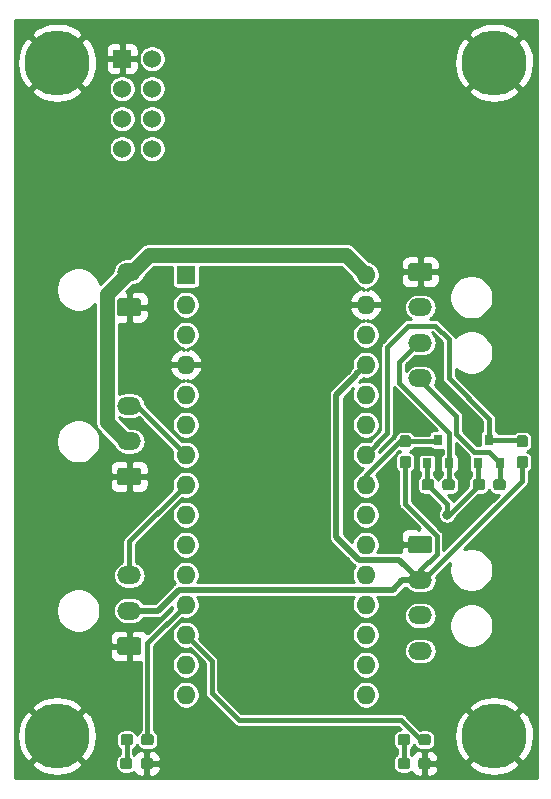
<source format=gbr>
G04 #@! TF.GenerationSoftware,KiCad,Pcbnew,(5.1.5)-3*
G04 #@! TF.CreationDate,2020-05-08T00:45:13-06:00*
G04 #@! TF.ProjectId,vibration,76696272-6174-4696-9f6e-2e6b69636164,rev?*
G04 #@! TF.SameCoordinates,Original*
G04 #@! TF.FileFunction,Copper,L1,Top*
G04 #@! TF.FilePolarity,Positive*
%FSLAX46Y46*%
G04 Gerber Fmt 4.6, Leading zero omitted, Abs format (unit mm)*
G04 Created by KiCad (PCBNEW (5.1.5)-3) date 2020-05-08 00:45:13*
%MOMM*%
%LPD*%
G04 APERTURE LIST*
%ADD10R,1.600000X1.600000*%
%ADD11O,1.600000X1.600000*%
%ADD12C,0.100000*%
%ADD13C,5.500000*%
%ADD14O,2.020000X1.500000*%
%ADD15R,1.524000X1.524000*%
%ADD16C,1.524000*%
%ADD17R,0.800000X0.900000*%
%ADD18C,0.800000*%
%ADD19C,0.381000*%
%ADD20C,1.270000*%
%ADD21C,0.508000*%
%ADD22C,0.254000*%
G04 APERTURE END LIST*
D10*
X74890000Y-106934000D03*
D11*
X90130000Y-139954000D03*
X74890000Y-109474000D03*
X90130000Y-137414000D03*
X74890000Y-112014000D03*
X90130000Y-134874000D03*
X74890000Y-114554000D03*
X90130000Y-132334000D03*
X74890000Y-117094000D03*
X90130000Y-129794000D03*
X74890000Y-119634000D03*
X90130000Y-127254000D03*
X74890000Y-122174000D03*
X90130000Y-124714000D03*
X74890000Y-124714000D03*
X90130000Y-122174000D03*
X74890000Y-127254000D03*
X90130000Y-119634000D03*
X74890000Y-129794000D03*
X90130000Y-117094000D03*
X74890000Y-132334000D03*
X90130000Y-114554000D03*
X74890000Y-134874000D03*
X90130000Y-112014000D03*
X74890000Y-137414000D03*
X90130000Y-109474000D03*
X74890000Y-139954000D03*
X90130000Y-106934000D03*
X74890000Y-142494000D03*
X90130000Y-142494000D03*
G04 #@! TA.AperFunction,SMDPad,CuDef*
D12*
G36*
X71911779Y-147850144D02*
G01*
X71934834Y-147853563D01*
X71957443Y-147859227D01*
X71979387Y-147867079D01*
X72000457Y-147877044D01*
X72020448Y-147889026D01*
X72039168Y-147902910D01*
X72056438Y-147918562D01*
X72072090Y-147935832D01*
X72085974Y-147954552D01*
X72097956Y-147974543D01*
X72107921Y-147995613D01*
X72115773Y-148017557D01*
X72121437Y-148040166D01*
X72124856Y-148063221D01*
X72126000Y-148086500D01*
X72126000Y-148561500D01*
X72124856Y-148584779D01*
X72121437Y-148607834D01*
X72115773Y-148630443D01*
X72107921Y-148652387D01*
X72097956Y-148673457D01*
X72085974Y-148693448D01*
X72072090Y-148712168D01*
X72056438Y-148729438D01*
X72039168Y-148745090D01*
X72020448Y-148758974D01*
X72000457Y-148770956D01*
X71979387Y-148780921D01*
X71957443Y-148788773D01*
X71934834Y-148794437D01*
X71911779Y-148797856D01*
X71888500Y-148799000D01*
X71313500Y-148799000D01*
X71290221Y-148797856D01*
X71267166Y-148794437D01*
X71244557Y-148788773D01*
X71222613Y-148780921D01*
X71201543Y-148770956D01*
X71181552Y-148758974D01*
X71162832Y-148745090D01*
X71145562Y-148729438D01*
X71129910Y-148712168D01*
X71116026Y-148693448D01*
X71104044Y-148673457D01*
X71094079Y-148652387D01*
X71086227Y-148630443D01*
X71080563Y-148607834D01*
X71077144Y-148584779D01*
X71076000Y-148561500D01*
X71076000Y-148086500D01*
X71077144Y-148063221D01*
X71080563Y-148040166D01*
X71086227Y-148017557D01*
X71094079Y-147995613D01*
X71104044Y-147974543D01*
X71116026Y-147954552D01*
X71129910Y-147935832D01*
X71145562Y-147918562D01*
X71162832Y-147902910D01*
X71181552Y-147889026D01*
X71201543Y-147877044D01*
X71222613Y-147867079D01*
X71244557Y-147859227D01*
X71267166Y-147853563D01*
X71290221Y-147850144D01*
X71313500Y-147849000D01*
X71888500Y-147849000D01*
X71911779Y-147850144D01*
G37*
G04 #@! TD.AperFunction*
G04 #@! TA.AperFunction,SMDPad,CuDef*
G36*
X70161779Y-147850144D02*
G01*
X70184834Y-147853563D01*
X70207443Y-147859227D01*
X70229387Y-147867079D01*
X70250457Y-147877044D01*
X70270448Y-147889026D01*
X70289168Y-147902910D01*
X70306438Y-147918562D01*
X70322090Y-147935832D01*
X70335974Y-147954552D01*
X70347956Y-147974543D01*
X70357921Y-147995613D01*
X70365773Y-148017557D01*
X70371437Y-148040166D01*
X70374856Y-148063221D01*
X70376000Y-148086500D01*
X70376000Y-148561500D01*
X70374856Y-148584779D01*
X70371437Y-148607834D01*
X70365773Y-148630443D01*
X70357921Y-148652387D01*
X70347956Y-148673457D01*
X70335974Y-148693448D01*
X70322090Y-148712168D01*
X70306438Y-148729438D01*
X70289168Y-148745090D01*
X70270448Y-148758974D01*
X70250457Y-148770956D01*
X70229387Y-148780921D01*
X70207443Y-148788773D01*
X70184834Y-148794437D01*
X70161779Y-148797856D01*
X70138500Y-148799000D01*
X69563500Y-148799000D01*
X69540221Y-148797856D01*
X69517166Y-148794437D01*
X69494557Y-148788773D01*
X69472613Y-148780921D01*
X69451543Y-148770956D01*
X69431552Y-148758974D01*
X69412832Y-148745090D01*
X69395562Y-148729438D01*
X69379910Y-148712168D01*
X69366026Y-148693448D01*
X69354044Y-148673457D01*
X69344079Y-148652387D01*
X69336227Y-148630443D01*
X69330563Y-148607834D01*
X69327144Y-148584779D01*
X69326000Y-148561500D01*
X69326000Y-148086500D01*
X69327144Y-148063221D01*
X69330563Y-148040166D01*
X69336227Y-148017557D01*
X69344079Y-147995613D01*
X69354044Y-147974543D01*
X69366026Y-147954552D01*
X69379910Y-147935832D01*
X69395562Y-147918562D01*
X69412832Y-147902910D01*
X69431552Y-147889026D01*
X69451543Y-147877044D01*
X69472613Y-147867079D01*
X69494557Y-147859227D01*
X69517166Y-147853563D01*
X69540221Y-147850144D01*
X69563500Y-147849000D01*
X70138500Y-147849000D01*
X70161779Y-147850144D01*
G37*
G04 #@! TD.AperFunction*
G04 #@! TA.AperFunction,SMDPad,CuDef*
G36*
X93669779Y-147850144D02*
G01*
X93692834Y-147853563D01*
X93715443Y-147859227D01*
X93737387Y-147867079D01*
X93758457Y-147877044D01*
X93778448Y-147889026D01*
X93797168Y-147902910D01*
X93814438Y-147918562D01*
X93830090Y-147935832D01*
X93843974Y-147954552D01*
X93855956Y-147974543D01*
X93865921Y-147995613D01*
X93873773Y-148017557D01*
X93879437Y-148040166D01*
X93882856Y-148063221D01*
X93884000Y-148086500D01*
X93884000Y-148561500D01*
X93882856Y-148584779D01*
X93879437Y-148607834D01*
X93873773Y-148630443D01*
X93865921Y-148652387D01*
X93855956Y-148673457D01*
X93843974Y-148693448D01*
X93830090Y-148712168D01*
X93814438Y-148729438D01*
X93797168Y-148745090D01*
X93778448Y-148758974D01*
X93758457Y-148770956D01*
X93737387Y-148780921D01*
X93715443Y-148788773D01*
X93692834Y-148794437D01*
X93669779Y-148797856D01*
X93646500Y-148799000D01*
X93071500Y-148799000D01*
X93048221Y-148797856D01*
X93025166Y-148794437D01*
X93002557Y-148788773D01*
X92980613Y-148780921D01*
X92959543Y-148770956D01*
X92939552Y-148758974D01*
X92920832Y-148745090D01*
X92903562Y-148729438D01*
X92887910Y-148712168D01*
X92874026Y-148693448D01*
X92862044Y-148673457D01*
X92852079Y-148652387D01*
X92844227Y-148630443D01*
X92838563Y-148607834D01*
X92835144Y-148584779D01*
X92834000Y-148561500D01*
X92834000Y-148086500D01*
X92835144Y-148063221D01*
X92838563Y-148040166D01*
X92844227Y-148017557D01*
X92852079Y-147995613D01*
X92862044Y-147974543D01*
X92874026Y-147954552D01*
X92887910Y-147935832D01*
X92903562Y-147918562D01*
X92920832Y-147902910D01*
X92939552Y-147889026D01*
X92959543Y-147877044D01*
X92980613Y-147867079D01*
X93002557Y-147859227D01*
X93025166Y-147853563D01*
X93048221Y-147850144D01*
X93071500Y-147849000D01*
X93646500Y-147849000D01*
X93669779Y-147850144D01*
G37*
G04 #@! TD.AperFunction*
G04 #@! TA.AperFunction,SMDPad,CuDef*
G36*
X95419779Y-147850144D02*
G01*
X95442834Y-147853563D01*
X95465443Y-147859227D01*
X95487387Y-147867079D01*
X95508457Y-147877044D01*
X95528448Y-147889026D01*
X95547168Y-147902910D01*
X95564438Y-147918562D01*
X95580090Y-147935832D01*
X95593974Y-147954552D01*
X95605956Y-147974543D01*
X95615921Y-147995613D01*
X95623773Y-148017557D01*
X95629437Y-148040166D01*
X95632856Y-148063221D01*
X95634000Y-148086500D01*
X95634000Y-148561500D01*
X95632856Y-148584779D01*
X95629437Y-148607834D01*
X95623773Y-148630443D01*
X95615921Y-148652387D01*
X95605956Y-148673457D01*
X95593974Y-148693448D01*
X95580090Y-148712168D01*
X95564438Y-148729438D01*
X95547168Y-148745090D01*
X95528448Y-148758974D01*
X95508457Y-148770956D01*
X95487387Y-148780921D01*
X95465443Y-148788773D01*
X95442834Y-148794437D01*
X95419779Y-148797856D01*
X95396500Y-148799000D01*
X94821500Y-148799000D01*
X94798221Y-148797856D01*
X94775166Y-148794437D01*
X94752557Y-148788773D01*
X94730613Y-148780921D01*
X94709543Y-148770956D01*
X94689552Y-148758974D01*
X94670832Y-148745090D01*
X94653562Y-148729438D01*
X94637910Y-148712168D01*
X94624026Y-148693448D01*
X94612044Y-148673457D01*
X94602079Y-148652387D01*
X94594227Y-148630443D01*
X94588563Y-148607834D01*
X94585144Y-148584779D01*
X94584000Y-148561500D01*
X94584000Y-148086500D01*
X94585144Y-148063221D01*
X94588563Y-148040166D01*
X94594227Y-148017557D01*
X94602079Y-147995613D01*
X94612044Y-147974543D01*
X94624026Y-147954552D01*
X94637910Y-147935832D01*
X94653562Y-147918562D01*
X94670832Y-147902910D01*
X94689552Y-147889026D01*
X94709543Y-147877044D01*
X94730613Y-147867079D01*
X94752557Y-147859227D01*
X94775166Y-147853563D01*
X94798221Y-147850144D01*
X94821500Y-147849000D01*
X95396500Y-147849000D01*
X95419779Y-147850144D01*
G37*
G04 #@! TD.AperFunction*
D13*
X64000000Y-146000000D03*
X64000000Y-89000000D03*
X101000000Y-89000000D03*
X101000000Y-146000000D03*
G04 #@! TA.AperFunction,ComponentPad*
D12*
G36*
X70888504Y-108945204D02*
G01*
X70912773Y-108948804D01*
X70936571Y-108954765D01*
X70959671Y-108963030D01*
X70981849Y-108973520D01*
X71002893Y-108986133D01*
X71022598Y-109000747D01*
X71040777Y-109017223D01*
X71057253Y-109035402D01*
X71071867Y-109055107D01*
X71084480Y-109076151D01*
X71094970Y-109098329D01*
X71103235Y-109121429D01*
X71109196Y-109145227D01*
X71112796Y-109169496D01*
X71114000Y-109194000D01*
X71114000Y-110194000D01*
X71112796Y-110218504D01*
X71109196Y-110242773D01*
X71103235Y-110266571D01*
X71094970Y-110289671D01*
X71084480Y-110311849D01*
X71071867Y-110332893D01*
X71057253Y-110352598D01*
X71040777Y-110370777D01*
X71022598Y-110387253D01*
X71002893Y-110401867D01*
X70981849Y-110414480D01*
X70959671Y-110424970D01*
X70936571Y-110433235D01*
X70912773Y-110439196D01*
X70888504Y-110442796D01*
X70864000Y-110444000D01*
X69344000Y-110444000D01*
X69319496Y-110442796D01*
X69295227Y-110439196D01*
X69271429Y-110433235D01*
X69248329Y-110424970D01*
X69226151Y-110414480D01*
X69205107Y-110401867D01*
X69185402Y-110387253D01*
X69167223Y-110370777D01*
X69150747Y-110352598D01*
X69136133Y-110332893D01*
X69123520Y-110311849D01*
X69113030Y-110289671D01*
X69104765Y-110266571D01*
X69098804Y-110242773D01*
X69095204Y-110218504D01*
X69094000Y-110194000D01*
X69094000Y-109194000D01*
X69095204Y-109169496D01*
X69098804Y-109145227D01*
X69104765Y-109121429D01*
X69113030Y-109098329D01*
X69123520Y-109076151D01*
X69136133Y-109055107D01*
X69150747Y-109035402D01*
X69167223Y-109017223D01*
X69185402Y-109000747D01*
X69205107Y-108986133D01*
X69226151Y-108973520D01*
X69248329Y-108963030D01*
X69271429Y-108954765D01*
X69295227Y-108948804D01*
X69319496Y-108945204D01*
X69344000Y-108944000D01*
X70864000Y-108944000D01*
X70888504Y-108945204D01*
G37*
G04 #@! TD.AperFunction*
D14*
X70104000Y-106694000D03*
G04 #@! TA.AperFunction,SMDPad,CuDef*
D12*
G36*
X70206779Y-145830144D02*
G01*
X70229834Y-145833563D01*
X70252443Y-145839227D01*
X70274387Y-145847079D01*
X70295457Y-145857044D01*
X70315448Y-145869026D01*
X70334168Y-145882910D01*
X70351438Y-145898562D01*
X70367090Y-145915832D01*
X70380974Y-145934552D01*
X70392956Y-145954543D01*
X70402921Y-145975613D01*
X70410773Y-145997557D01*
X70416437Y-146020166D01*
X70419856Y-146043221D01*
X70421000Y-146066500D01*
X70421000Y-146541500D01*
X70419856Y-146564779D01*
X70416437Y-146587834D01*
X70410773Y-146610443D01*
X70402921Y-146632387D01*
X70392956Y-146653457D01*
X70380974Y-146673448D01*
X70367090Y-146692168D01*
X70351438Y-146709438D01*
X70334168Y-146725090D01*
X70315448Y-146738974D01*
X70295457Y-146750956D01*
X70274387Y-146760921D01*
X70252443Y-146768773D01*
X70229834Y-146774437D01*
X70206779Y-146777856D01*
X70183500Y-146779000D01*
X69608500Y-146779000D01*
X69585221Y-146777856D01*
X69562166Y-146774437D01*
X69539557Y-146768773D01*
X69517613Y-146760921D01*
X69496543Y-146750956D01*
X69476552Y-146738974D01*
X69457832Y-146725090D01*
X69440562Y-146709438D01*
X69424910Y-146692168D01*
X69411026Y-146673448D01*
X69399044Y-146653457D01*
X69389079Y-146632387D01*
X69381227Y-146610443D01*
X69375563Y-146587834D01*
X69372144Y-146564779D01*
X69371000Y-146541500D01*
X69371000Y-146066500D01*
X69372144Y-146043221D01*
X69375563Y-146020166D01*
X69381227Y-145997557D01*
X69389079Y-145975613D01*
X69399044Y-145954543D01*
X69411026Y-145934552D01*
X69424910Y-145915832D01*
X69440562Y-145898562D01*
X69457832Y-145882910D01*
X69476552Y-145869026D01*
X69496543Y-145857044D01*
X69517613Y-145847079D01*
X69539557Y-145839227D01*
X69562166Y-145833563D01*
X69585221Y-145830144D01*
X69608500Y-145829000D01*
X70183500Y-145829000D01*
X70206779Y-145830144D01*
G37*
G04 #@! TD.AperFunction*
G04 #@! TA.AperFunction,SMDPad,CuDef*
G36*
X71956779Y-145830144D02*
G01*
X71979834Y-145833563D01*
X72002443Y-145839227D01*
X72024387Y-145847079D01*
X72045457Y-145857044D01*
X72065448Y-145869026D01*
X72084168Y-145882910D01*
X72101438Y-145898562D01*
X72117090Y-145915832D01*
X72130974Y-145934552D01*
X72142956Y-145954543D01*
X72152921Y-145975613D01*
X72160773Y-145997557D01*
X72166437Y-146020166D01*
X72169856Y-146043221D01*
X72171000Y-146066500D01*
X72171000Y-146541500D01*
X72169856Y-146564779D01*
X72166437Y-146587834D01*
X72160773Y-146610443D01*
X72152921Y-146632387D01*
X72142956Y-146653457D01*
X72130974Y-146673448D01*
X72117090Y-146692168D01*
X72101438Y-146709438D01*
X72084168Y-146725090D01*
X72065448Y-146738974D01*
X72045457Y-146750956D01*
X72024387Y-146760921D01*
X72002443Y-146768773D01*
X71979834Y-146774437D01*
X71956779Y-146777856D01*
X71933500Y-146779000D01*
X71358500Y-146779000D01*
X71335221Y-146777856D01*
X71312166Y-146774437D01*
X71289557Y-146768773D01*
X71267613Y-146760921D01*
X71246543Y-146750956D01*
X71226552Y-146738974D01*
X71207832Y-146725090D01*
X71190562Y-146709438D01*
X71174910Y-146692168D01*
X71161026Y-146673448D01*
X71149044Y-146653457D01*
X71139079Y-146632387D01*
X71131227Y-146610443D01*
X71125563Y-146587834D01*
X71122144Y-146564779D01*
X71121000Y-146541500D01*
X71121000Y-146066500D01*
X71122144Y-146043221D01*
X71125563Y-146020166D01*
X71131227Y-145997557D01*
X71139079Y-145975613D01*
X71149044Y-145954543D01*
X71161026Y-145934552D01*
X71174910Y-145915832D01*
X71190562Y-145898562D01*
X71207832Y-145882910D01*
X71226552Y-145869026D01*
X71246543Y-145857044D01*
X71267613Y-145847079D01*
X71289557Y-145839227D01*
X71312166Y-145833563D01*
X71335221Y-145830144D01*
X71358500Y-145829000D01*
X71933500Y-145829000D01*
X71956779Y-145830144D01*
G37*
G04 #@! TD.AperFunction*
D15*
X69500000Y-88646000D03*
D16*
X72040000Y-88646000D03*
X69500000Y-91186000D03*
X72040000Y-91186000D03*
X69500000Y-93726000D03*
X72040000Y-93726000D03*
X69500000Y-96266000D03*
X72040000Y-96266000D03*
G04 #@! TA.AperFunction,SMDPad,CuDef*
D12*
G36*
X93669779Y-145830144D02*
G01*
X93692834Y-145833563D01*
X93715443Y-145839227D01*
X93737387Y-145847079D01*
X93758457Y-145857044D01*
X93778448Y-145869026D01*
X93797168Y-145882910D01*
X93814438Y-145898562D01*
X93830090Y-145915832D01*
X93843974Y-145934552D01*
X93855956Y-145954543D01*
X93865921Y-145975613D01*
X93873773Y-145997557D01*
X93879437Y-146020166D01*
X93882856Y-146043221D01*
X93884000Y-146066500D01*
X93884000Y-146541500D01*
X93882856Y-146564779D01*
X93879437Y-146587834D01*
X93873773Y-146610443D01*
X93865921Y-146632387D01*
X93855956Y-146653457D01*
X93843974Y-146673448D01*
X93830090Y-146692168D01*
X93814438Y-146709438D01*
X93797168Y-146725090D01*
X93778448Y-146738974D01*
X93758457Y-146750956D01*
X93737387Y-146760921D01*
X93715443Y-146768773D01*
X93692834Y-146774437D01*
X93669779Y-146777856D01*
X93646500Y-146779000D01*
X93071500Y-146779000D01*
X93048221Y-146777856D01*
X93025166Y-146774437D01*
X93002557Y-146768773D01*
X92980613Y-146760921D01*
X92959543Y-146750956D01*
X92939552Y-146738974D01*
X92920832Y-146725090D01*
X92903562Y-146709438D01*
X92887910Y-146692168D01*
X92874026Y-146673448D01*
X92862044Y-146653457D01*
X92852079Y-146632387D01*
X92844227Y-146610443D01*
X92838563Y-146587834D01*
X92835144Y-146564779D01*
X92834000Y-146541500D01*
X92834000Y-146066500D01*
X92835144Y-146043221D01*
X92838563Y-146020166D01*
X92844227Y-145997557D01*
X92852079Y-145975613D01*
X92862044Y-145954543D01*
X92874026Y-145934552D01*
X92887910Y-145915832D01*
X92903562Y-145898562D01*
X92920832Y-145882910D01*
X92939552Y-145869026D01*
X92959543Y-145857044D01*
X92980613Y-145847079D01*
X93002557Y-145839227D01*
X93025166Y-145833563D01*
X93048221Y-145830144D01*
X93071500Y-145829000D01*
X93646500Y-145829000D01*
X93669779Y-145830144D01*
G37*
G04 #@! TD.AperFunction*
G04 #@! TA.AperFunction,SMDPad,CuDef*
G36*
X95419779Y-145830144D02*
G01*
X95442834Y-145833563D01*
X95465443Y-145839227D01*
X95487387Y-145847079D01*
X95508457Y-145857044D01*
X95528448Y-145869026D01*
X95547168Y-145882910D01*
X95564438Y-145898562D01*
X95580090Y-145915832D01*
X95593974Y-145934552D01*
X95605956Y-145954543D01*
X95615921Y-145975613D01*
X95623773Y-145997557D01*
X95629437Y-146020166D01*
X95632856Y-146043221D01*
X95634000Y-146066500D01*
X95634000Y-146541500D01*
X95632856Y-146564779D01*
X95629437Y-146587834D01*
X95623773Y-146610443D01*
X95615921Y-146632387D01*
X95605956Y-146653457D01*
X95593974Y-146673448D01*
X95580090Y-146692168D01*
X95564438Y-146709438D01*
X95547168Y-146725090D01*
X95528448Y-146738974D01*
X95508457Y-146750956D01*
X95487387Y-146760921D01*
X95465443Y-146768773D01*
X95442834Y-146774437D01*
X95419779Y-146777856D01*
X95396500Y-146779000D01*
X94821500Y-146779000D01*
X94798221Y-146777856D01*
X94775166Y-146774437D01*
X94752557Y-146768773D01*
X94730613Y-146760921D01*
X94709543Y-146750956D01*
X94689552Y-146738974D01*
X94670832Y-146725090D01*
X94653562Y-146709438D01*
X94637910Y-146692168D01*
X94624026Y-146673448D01*
X94612044Y-146653457D01*
X94602079Y-146632387D01*
X94594227Y-146610443D01*
X94588563Y-146587834D01*
X94585144Y-146564779D01*
X94584000Y-146541500D01*
X94584000Y-146066500D01*
X94585144Y-146043221D01*
X94588563Y-146020166D01*
X94594227Y-145997557D01*
X94602079Y-145975613D01*
X94612044Y-145954543D01*
X94624026Y-145934552D01*
X94637910Y-145915832D01*
X94653562Y-145898562D01*
X94670832Y-145882910D01*
X94689552Y-145869026D01*
X94709543Y-145857044D01*
X94730613Y-145847079D01*
X94752557Y-145839227D01*
X94775166Y-145833563D01*
X94798221Y-145830144D01*
X94821500Y-145829000D01*
X95396500Y-145829000D01*
X95419779Y-145830144D01*
G37*
G04 #@! TD.AperFunction*
G04 #@! TA.AperFunction,ComponentPad*
G36*
X70888504Y-123289204D02*
G01*
X70912773Y-123292804D01*
X70936571Y-123298765D01*
X70959671Y-123307030D01*
X70981849Y-123317520D01*
X71002893Y-123330133D01*
X71022598Y-123344747D01*
X71040777Y-123361223D01*
X71057253Y-123379402D01*
X71071867Y-123399107D01*
X71084480Y-123420151D01*
X71094970Y-123442329D01*
X71103235Y-123465429D01*
X71109196Y-123489227D01*
X71112796Y-123513496D01*
X71114000Y-123538000D01*
X71114000Y-124538000D01*
X71112796Y-124562504D01*
X71109196Y-124586773D01*
X71103235Y-124610571D01*
X71094970Y-124633671D01*
X71084480Y-124655849D01*
X71071867Y-124676893D01*
X71057253Y-124696598D01*
X71040777Y-124714777D01*
X71022598Y-124731253D01*
X71002893Y-124745867D01*
X70981849Y-124758480D01*
X70959671Y-124768970D01*
X70936571Y-124777235D01*
X70912773Y-124783196D01*
X70888504Y-124786796D01*
X70864000Y-124788000D01*
X69344000Y-124788000D01*
X69319496Y-124786796D01*
X69295227Y-124783196D01*
X69271429Y-124777235D01*
X69248329Y-124768970D01*
X69226151Y-124758480D01*
X69205107Y-124745867D01*
X69185402Y-124731253D01*
X69167223Y-124714777D01*
X69150747Y-124696598D01*
X69136133Y-124676893D01*
X69123520Y-124655849D01*
X69113030Y-124633671D01*
X69104765Y-124610571D01*
X69098804Y-124586773D01*
X69095204Y-124562504D01*
X69094000Y-124538000D01*
X69094000Y-123538000D01*
X69095204Y-123513496D01*
X69098804Y-123489227D01*
X69104765Y-123465429D01*
X69113030Y-123442329D01*
X69123520Y-123420151D01*
X69136133Y-123399107D01*
X69150747Y-123379402D01*
X69167223Y-123361223D01*
X69185402Y-123344747D01*
X69205107Y-123330133D01*
X69226151Y-123317520D01*
X69248329Y-123307030D01*
X69271429Y-123298765D01*
X69295227Y-123292804D01*
X69319496Y-123289204D01*
X69344000Y-123288000D01*
X70864000Y-123288000D01*
X70888504Y-123289204D01*
G37*
G04 #@! TD.AperFunction*
D14*
X70104000Y-121038000D03*
X70104000Y-118038000D03*
X70104000Y-132382000D03*
X70104000Y-135382000D03*
G04 #@! TA.AperFunction,ComponentPad*
D12*
G36*
X70888504Y-137633204D02*
G01*
X70912773Y-137636804D01*
X70936571Y-137642765D01*
X70959671Y-137651030D01*
X70981849Y-137661520D01*
X71002893Y-137674133D01*
X71022598Y-137688747D01*
X71040777Y-137705223D01*
X71057253Y-137723402D01*
X71071867Y-137743107D01*
X71084480Y-137764151D01*
X71094970Y-137786329D01*
X71103235Y-137809429D01*
X71109196Y-137833227D01*
X71112796Y-137857496D01*
X71114000Y-137882000D01*
X71114000Y-138882000D01*
X71112796Y-138906504D01*
X71109196Y-138930773D01*
X71103235Y-138954571D01*
X71094970Y-138977671D01*
X71084480Y-138999849D01*
X71071867Y-139020893D01*
X71057253Y-139040598D01*
X71040777Y-139058777D01*
X71022598Y-139075253D01*
X71002893Y-139089867D01*
X70981849Y-139102480D01*
X70959671Y-139112970D01*
X70936571Y-139121235D01*
X70912773Y-139127196D01*
X70888504Y-139130796D01*
X70864000Y-139132000D01*
X69344000Y-139132000D01*
X69319496Y-139130796D01*
X69295227Y-139127196D01*
X69271429Y-139121235D01*
X69248329Y-139112970D01*
X69226151Y-139102480D01*
X69205107Y-139089867D01*
X69185402Y-139075253D01*
X69167223Y-139058777D01*
X69150747Y-139040598D01*
X69136133Y-139020893D01*
X69123520Y-138999849D01*
X69113030Y-138977671D01*
X69104765Y-138954571D01*
X69098804Y-138930773D01*
X69095204Y-138906504D01*
X69094000Y-138882000D01*
X69094000Y-137882000D01*
X69095204Y-137857496D01*
X69098804Y-137833227D01*
X69104765Y-137809429D01*
X69113030Y-137786329D01*
X69123520Y-137764151D01*
X69136133Y-137743107D01*
X69150747Y-137723402D01*
X69167223Y-137705223D01*
X69185402Y-137688747D01*
X69205107Y-137674133D01*
X69226151Y-137661520D01*
X69248329Y-137651030D01*
X69271429Y-137642765D01*
X69295227Y-137636804D01*
X69319496Y-137633204D01*
X69344000Y-137632000D01*
X70864000Y-137632000D01*
X70888504Y-137633204D01*
G37*
G04 #@! TD.AperFunction*
G04 #@! TA.AperFunction,ComponentPad*
G36*
X95526504Y-129045204D02*
G01*
X95550773Y-129048804D01*
X95574571Y-129054765D01*
X95597671Y-129063030D01*
X95619849Y-129073520D01*
X95640893Y-129086133D01*
X95660598Y-129100747D01*
X95678777Y-129117223D01*
X95695253Y-129135402D01*
X95709867Y-129155107D01*
X95722480Y-129176151D01*
X95732970Y-129198329D01*
X95741235Y-129221429D01*
X95747196Y-129245227D01*
X95750796Y-129269496D01*
X95752000Y-129294000D01*
X95752000Y-130294000D01*
X95750796Y-130318504D01*
X95747196Y-130342773D01*
X95741235Y-130366571D01*
X95732970Y-130389671D01*
X95722480Y-130411849D01*
X95709867Y-130432893D01*
X95695253Y-130452598D01*
X95678777Y-130470777D01*
X95660598Y-130487253D01*
X95640893Y-130501867D01*
X95619849Y-130514480D01*
X95597671Y-130524970D01*
X95574571Y-130533235D01*
X95550773Y-130539196D01*
X95526504Y-130542796D01*
X95502000Y-130544000D01*
X93982000Y-130544000D01*
X93957496Y-130542796D01*
X93933227Y-130539196D01*
X93909429Y-130533235D01*
X93886329Y-130524970D01*
X93864151Y-130514480D01*
X93843107Y-130501867D01*
X93823402Y-130487253D01*
X93805223Y-130470777D01*
X93788747Y-130452598D01*
X93774133Y-130432893D01*
X93761520Y-130411849D01*
X93751030Y-130389671D01*
X93742765Y-130366571D01*
X93736804Y-130342773D01*
X93733204Y-130318504D01*
X93732000Y-130294000D01*
X93732000Y-129294000D01*
X93733204Y-129269496D01*
X93736804Y-129245227D01*
X93742765Y-129221429D01*
X93751030Y-129198329D01*
X93761520Y-129176151D01*
X93774133Y-129155107D01*
X93788747Y-129135402D01*
X93805223Y-129117223D01*
X93823402Y-129100747D01*
X93843107Y-129086133D01*
X93864151Y-129073520D01*
X93886329Y-129063030D01*
X93909429Y-129054765D01*
X93933227Y-129048804D01*
X93957496Y-129045204D01*
X93982000Y-129044000D01*
X95502000Y-129044000D01*
X95526504Y-129045204D01*
G37*
G04 #@! TD.AperFunction*
D14*
X94742000Y-132794000D03*
X94742000Y-135794000D03*
X94742000Y-138794000D03*
X94742000Y-115694000D03*
X94742000Y-112694000D03*
X94742000Y-109694000D03*
G04 #@! TA.AperFunction,ComponentPad*
D12*
G36*
X95526504Y-105945204D02*
G01*
X95550773Y-105948804D01*
X95574571Y-105954765D01*
X95597671Y-105963030D01*
X95619849Y-105973520D01*
X95640893Y-105986133D01*
X95660598Y-106000747D01*
X95678777Y-106017223D01*
X95695253Y-106035402D01*
X95709867Y-106055107D01*
X95722480Y-106076151D01*
X95732970Y-106098329D01*
X95741235Y-106121429D01*
X95747196Y-106145227D01*
X95750796Y-106169496D01*
X95752000Y-106194000D01*
X95752000Y-107194000D01*
X95750796Y-107218504D01*
X95747196Y-107242773D01*
X95741235Y-107266571D01*
X95732970Y-107289671D01*
X95722480Y-107311849D01*
X95709867Y-107332893D01*
X95695253Y-107352598D01*
X95678777Y-107370777D01*
X95660598Y-107387253D01*
X95640893Y-107401867D01*
X95619849Y-107414480D01*
X95597671Y-107424970D01*
X95574571Y-107433235D01*
X95550773Y-107439196D01*
X95526504Y-107442796D01*
X95502000Y-107444000D01*
X93982000Y-107444000D01*
X93957496Y-107442796D01*
X93933227Y-107439196D01*
X93909429Y-107433235D01*
X93886329Y-107424970D01*
X93864151Y-107414480D01*
X93843107Y-107401867D01*
X93823402Y-107387253D01*
X93805223Y-107370777D01*
X93788747Y-107352598D01*
X93774133Y-107332893D01*
X93761520Y-107311849D01*
X93751030Y-107289671D01*
X93742765Y-107266571D01*
X93736804Y-107242773D01*
X93733204Y-107218504D01*
X93732000Y-107194000D01*
X93732000Y-106194000D01*
X93733204Y-106169496D01*
X93736804Y-106145227D01*
X93742765Y-106121429D01*
X93751030Y-106098329D01*
X93761520Y-106076151D01*
X93774133Y-106055107D01*
X93788747Y-106035402D01*
X93805223Y-106017223D01*
X93823402Y-106000747D01*
X93843107Y-105986133D01*
X93864151Y-105973520D01*
X93886329Y-105963030D01*
X93909429Y-105954765D01*
X93933227Y-105948804D01*
X93957496Y-105945204D01*
X93982000Y-105944000D01*
X95502000Y-105944000D01*
X95526504Y-105945204D01*
G37*
G04 #@! TD.AperFunction*
D17*
X95316000Y-122920000D03*
X97216000Y-122920000D03*
X96266000Y-120920000D03*
X100584000Y-120920000D03*
X101534000Y-122920000D03*
X99634000Y-122920000D03*
G04 #@! TA.AperFunction,SMDPad,CuDef*
D12*
G36*
X93732779Y-120521144D02*
G01*
X93755834Y-120524563D01*
X93778443Y-120530227D01*
X93800387Y-120538079D01*
X93821457Y-120548044D01*
X93841448Y-120560026D01*
X93860168Y-120573910D01*
X93877438Y-120589562D01*
X93893090Y-120606832D01*
X93906974Y-120625552D01*
X93918956Y-120645543D01*
X93928921Y-120666613D01*
X93936773Y-120688557D01*
X93942437Y-120711166D01*
X93945856Y-120734221D01*
X93947000Y-120757500D01*
X93947000Y-121332500D01*
X93945856Y-121355779D01*
X93942437Y-121378834D01*
X93936773Y-121401443D01*
X93928921Y-121423387D01*
X93918956Y-121444457D01*
X93906974Y-121464448D01*
X93893090Y-121483168D01*
X93877438Y-121500438D01*
X93860168Y-121516090D01*
X93841448Y-121529974D01*
X93821457Y-121541956D01*
X93800387Y-121551921D01*
X93778443Y-121559773D01*
X93755834Y-121565437D01*
X93732779Y-121568856D01*
X93709500Y-121570000D01*
X93234500Y-121570000D01*
X93211221Y-121568856D01*
X93188166Y-121565437D01*
X93165557Y-121559773D01*
X93143613Y-121551921D01*
X93122543Y-121541956D01*
X93102552Y-121529974D01*
X93083832Y-121516090D01*
X93066562Y-121500438D01*
X93050910Y-121483168D01*
X93037026Y-121464448D01*
X93025044Y-121444457D01*
X93015079Y-121423387D01*
X93007227Y-121401443D01*
X93001563Y-121378834D01*
X92998144Y-121355779D01*
X92997000Y-121332500D01*
X92997000Y-120757500D01*
X92998144Y-120734221D01*
X93001563Y-120711166D01*
X93007227Y-120688557D01*
X93015079Y-120666613D01*
X93025044Y-120645543D01*
X93037026Y-120625552D01*
X93050910Y-120606832D01*
X93066562Y-120589562D01*
X93083832Y-120573910D01*
X93102552Y-120560026D01*
X93122543Y-120548044D01*
X93143613Y-120538079D01*
X93165557Y-120530227D01*
X93188166Y-120524563D01*
X93211221Y-120521144D01*
X93234500Y-120520000D01*
X93709500Y-120520000D01*
X93732779Y-120521144D01*
G37*
G04 #@! TD.AperFunction*
G04 #@! TA.AperFunction,SMDPad,CuDef*
G36*
X93732779Y-122271144D02*
G01*
X93755834Y-122274563D01*
X93778443Y-122280227D01*
X93800387Y-122288079D01*
X93821457Y-122298044D01*
X93841448Y-122310026D01*
X93860168Y-122323910D01*
X93877438Y-122339562D01*
X93893090Y-122356832D01*
X93906974Y-122375552D01*
X93918956Y-122395543D01*
X93928921Y-122416613D01*
X93936773Y-122438557D01*
X93942437Y-122461166D01*
X93945856Y-122484221D01*
X93947000Y-122507500D01*
X93947000Y-123082500D01*
X93945856Y-123105779D01*
X93942437Y-123128834D01*
X93936773Y-123151443D01*
X93928921Y-123173387D01*
X93918956Y-123194457D01*
X93906974Y-123214448D01*
X93893090Y-123233168D01*
X93877438Y-123250438D01*
X93860168Y-123266090D01*
X93841448Y-123279974D01*
X93821457Y-123291956D01*
X93800387Y-123301921D01*
X93778443Y-123309773D01*
X93755834Y-123315437D01*
X93732779Y-123318856D01*
X93709500Y-123320000D01*
X93234500Y-123320000D01*
X93211221Y-123318856D01*
X93188166Y-123315437D01*
X93165557Y-123309773D01*
X93143613Y-123301921D01*
X93122543Y-123291956D01*
X93102552Y-123279974D01*
X93083832Y-123266090D01*
X93066562Y-123250438D01*
X93050910Y-123233168D01*
X93037026Y-123214448D01*
X93025044Y-123194457D01*
X93015079Y-123173387D01*
X93007227Y-123151443D01*
X93001563Y-123128834D01*
X92998144Y-123105779D01*
X92997000Y-123082500D01*
X92997000Y-122507500D01*
X92998144Y-122484221D01*
X93001563Y-122461166D01*
X93007227Y-122438557D01*
X93015079Y-122416613D01*
X93025044Y-122395543D01*
X93037026Y-122375552D01*
X93050910Y-122356832D01*
X93066562Y-122339562D01*
X93083832Y-122323910D01*
X93102552Y-122310026D01*
X93122543Y-122298044D01*
X93143613Y-122288079D01*
X93165557Y-122280227D01*
X93188166Y-122274563D01*
X93211221Y-122271144D01*
X93234500Y-122270000D01*
X93709500Y-122270000D01*
X93732779Y-122271144D01*
G37*
G04 #@! TD.AperFunction*
G04 #@! TA.AperFunction,SMDPad,CuDef*
G36*
X103638779Y-120521144D02*
G01*
X103661834Y-120524563D01*
X103684443Y-120530227D01*
X103706387Y-120538079D01*
X103727457Y-120548044D01*
X103747448Y-120560026D01*
X103766168Y-120573910D01*
X103783438Y-120589562D01*
X103799090Y-120606832D01*
X103812974Y-120625552D01*
X103824956Y-120645543D01*
X103834921Y-120666613D01*
X103842773Y-120688557D01*
X103848437Y-120711166D01*
X103851856Y-120734221D01*
X103853000Y-120757500D01*
X103853000Y-121332500D01*
X103851856Y-121355779D01*
X103848437Y-121378834D01*
X103842773Y-121401443D01*
X103834921Y-121423387D01*
X103824956Y-121444457D01*
X103812974Y-121464448D01*
X103799090Y-121483168D01*
X103783438Y-121500438D01*
X103766168Y-121516090D01*
X103747448Y-121529974D01*
X103727457Y-121541956D01*
X103706387Y-121551921D01*
X103684443Y-121559773D01*
X103661834Y-121565437D01*
X103638779Y-121568856D01*
X103615500Y-121570000D01*
X103140500Y-121570000D01*
X103117221Y-121568856D01*
X103094166Y-121565437D01*
X103071557Y-121559773D01*
X103049613Y-121551921D01*
X103028543Y-121541956D01*
X103008552Y-121529974D01*
X102989832Y-121516090D01*
X102972562Y-121500438D01*
X102956910Y-121483168D01*
X102943026Y-121464448D01*
X102931044Y-121444457D01*
X102921079Y-121423387D01*
X102913227Y-121401443D01*
X102907563Y-121378834D01*
X102904144Y-121355779D01*
X102903000Y-121332500D01*
X102903000Y-120757500D01*
X102904144Y-120734221D01*
X102907563Y-120711166D01*
X102913227Y-120688557D01*
X102921079Y-120666613D01*
X102931044Y-120645543D01*
X102943026Y-120625552D01*
X102956910Y-120606832D01*
X102972562Y-120589562D01*
X102989832Y-120573910D01*
X103008552Y-120560026D01*
X103028543Y-120548044D01*
X103049613Y-120538079D01*
X103071557Y-120530227D01*
X103094166Y-120524563D01*
X103117221Y-120521144D01*
X103140500Y-120520000D01*
X103615500Y-120520000D01*
X103638779Y-120521144D01*
G37*
G04 #@! TD.AperFunction*
G04 #@! TA.AperFunction,SMDPad,CuDef*
G36*
X103638779Y-122271144D02*
G01*
X103661834Y-122274563D01*
X103684443Y-122280227D01*
X103706387Y-122288079D01*
X103727457Y-122298044D01*
X103747448Y-122310026D01*
X103766168Y-122323910D01*
X103783438Y-122339562D01*
X103799090Y-122356832D01*
X103812974Y-122375552D01*
X103824956Y-122395543D01*
X103834921Y-122416613D01*
X103842773Y-122438557D01*
X103848437Y-122461166D01*
X103851856Y-122484221D01*
X103853000Y-122507500D01*
X103853000Y-123082500D01*
X103851856Y-123105779D01*
X103848437Y-123128834D01*
X103842773Y-123151443D01*
X103834921Y-123173387D01*
X103824956Y-123194457D01*
X103812974Y-123214448D01*
X103799090Y-123233168D01*
X103783438Y-123250438D01*
X103766168Y-123266090D01*
X103747448Y-123279974D01*
X103727457Y-123291956D01*
X103706387Y-123301921D01*
X103684443Y-123309773D01*
X103661834Y-123315437D01*
X103638779Y-123318856D01*
X103615500Y-123320000D01*
X103140500Y-123320000D01*
X103117221Y-123318856D01*
X103094166Y-123315437D01*
X103071557Y-123309773D01*
X103049613Y-123301921D01*
X103028543Y-123291956D01*
X103008552Y-123279974D01*
X102989832Y-123266090D01*
X102972562Y-123250438D01*
X102956910Y-123233168D01*
X102943026Y-123214448D01*
X102931044Y-123194457D01*
X102921079Y-123173387D01*
X102913227Y-123151443D01*
X102907563Y-123128834D01*
X102904144Y-123105779D01*
X102903000Y-123082500D01*
X102903000Y-122507500D01*
X102904144Y-122484221D01*
X102907563Y-122461166D01*
X102913227Y-122438557D01*
X102921079Y-122416613D01*
X102931044Y-122395543D01*
X102943026Y-122375552D01*
X102956910Y-122356832D01*
X102972562Y-122339562D01*
X102989832Y-122323910D01*
X103008552Y-122310026D01*
X103028543Y-122298044D01*
X103049613Y-122288079D01*
X103071557Y-122280227D01*
X103094166Y-122274563D01*
X103117221Y-122271144D01*
X103140500Y-122270000D01*
X103615500Y-122270000D01*
X103638779Y-122271144D01*
G37*
G04 #@! TD.AperFunction*
G04 #@! TA.AperFunction,SMDPad,CuDef*
G36*
X95701779Y-124240144D02*
G01*
X95724834Y-124243563D01*
X95747443Y-124249227D01*
X95769387Y-124257079D01*
X95790457Y-124267044D01*
X95810448Y-124279026D01*
X95829168Y-124292910D01*
X95846438Y-124308562D01*
X95862090Y-124325832D01*
X95875974Y-124344552D01*
X95887956Y-124364543D01*
X95897921Y-124385613D01*
X95905773Y-124407557D01*
X95911437Y-124430166D01*
X95914856Y-124453221D01*
X95916000Y-124476500D01*
X95916000Y-124951500D01*
X95914856Y-124974779D01*
X95911437Y-124997834D01*
X95905773Y-125020443D01*
X95897921Y-125042387D01*
X95887956Y-125063457D01*
X95875974Y-125083448D01*
X95862090Y-125102168D01*
X95846438Y-125119438D01*
X95829168Y-125135090D01*
X95810448Y-125148974D01*
X95790457Y-125160956D01*
X95769387Y-125170921D01*
X95747443Y-125178773D01*
X95724834Y-125184437D01*
X95701779Y-125187856D01*
X95678500Y-125189000D01*
X95103500Y-125189000D01*
X95080221Y-125187856D01*
X95057166Y-125184437D01*
X95034557Y-125178773D01*
X95012613Y-125170921D01*
X94991543Y-125160956D01*
X94971552Y-125148974D01*
X94952832Y-125135090D01*
X94935562Y-125119438D01*
X94919910Y-125102168D01*
X94906026Y-125083448D01*
X94894044Y-125063457D01*
X94884079Y-125042387D01*
X94876227Y-125020443D01*
X94870563Y-124997834D01*
X94867144Y-124974779D01*
X94866000Y-124951500D01*
X94866000Y-124476500D01*
X94867144Y-124453221D01*
X94870563Y-124430166D01*
X94876227Y-124407557D01*
X94884079Y-124385613D01*
X94894044Y-124364543D01*
X94906026Y-124344552D01*
X94919910Y-124325832D01*
X94935562Y-124308562D01*
X94952832Y-124292910D01*
X94971552Y-124279026D01*
X94991543Y-124267044D01*
X95012613Y-124257079D01*
X95034557Y-124249227D01*
X95057166Y-124243563D01*
X95080221Y-124240144D01*
X95103500Y-124239000D01*
X95678500Y-124239000D01*
X95701779Y-124240144D01*
G37*
G04 #@! TD.AperFunction*
G04 #@! TA.AperFunction,SMDPad,CuDef*
G36*
X97451779Y-124240144D02*
G01*
X97474834Y-124243563D01*
X97497443Y-124249227D01*
X97519387Y-124257079D01*
X97540457Y-124267044D01*
X97560448Y-124279026D01*
X97579168Y-124292910D01*
X97596438Y-124308562D01*
X97612090Y-124325832D01*
X97625974Y-124344552D01*
X97637956Y-124364543D01*
X97647921Y-124385613D01*
X97655773Y-124407557D01*
X97661437Y-124430166D01*
X97664856Y-124453221D01*
X97666000Y-124476500D01*
X97666000Y-124951500D01*
X97664856Y-124974779D01*
X97661437Y-124997834D01*
X97655773Y-125020443D01*
X97647921Y-125042387D01*
X97637956Y-125063457D01*
X97625974Y-125083448D01*
X97612090Y-125102168D01*
X97596438Y-125119438D01*
X97579168Y-125135090D01*
X97560448Y-125148974D01*
X97540457Y-125160956D01*
X97519387Y-125170921D01*
X97497443Y-125178773D01*
X97474834Y-125184437D01*
X97451779Y-125187856D01*
X97428500Y-125189000D01*
X96853500Y-125189000D01*
X96830221Y-125187856D01*
X96807166Y-125184437D01*
X96784557Y-125178773D01*
X96762613Y-125170921D01*
X96741543Y-125160956D01*
X96721552Y-125148974D01*
X96702832Y-125135090D01*
X96685562Y-125119438D01*
X96669910Y-125102168D01*
X96656026Y-125083448D01*
X96644044Y-125063457D01*
X96634079Y-125042387D01*
X96626227Y-125020443D01*
X96620563Y-124997834D01*
X96617144Y-124974779D01*
X96616000Y-124951500D01*
X96616000Y-124476500D01*
X96617144Y-124453221D01*
X96620563Y-124430166D01*
X96626227Y-124407557D01*
X96634079Y-124385613D01*
X96644044Y-124364543D01*
X96656026Y-124344552D01*
X96669910Y-124325832D01*
X96685562Y-124308562D01*
X96702832Y-124292910D01*
X96721552Y-124279026D01*
X96741543Y-124267044D01*
X96762613Y-124257079D01*
X96784557Y-124249227D01*
X96807166Y-124243563D01*
X96830221Y-124240144D01*
X96853500Y-124239000D01*
X97428500Y-124239000D01*
X97451779Y-124240144D01*
G37*
G04 #@! TD.AperFunction*
G04 #@! TA.AperFunction,SMDPad,CuDef*
G36*
X100019779Y-124240144D02*
G01*
X100042834Y-124243563D01*
X100065443Y-124249227D01*
X100087387Y-124257079D01*
X100108457Y-124267044D01*
X100128448Y-124279026D01*
X100147168Y-124292910D01*
X100164438Y-124308562D01*
X100180090Y-124325832D01*
X100193974Y-124344552D01*
X100205956Y-124364543D01*
X100215921Y-124385613D01*
X100223773Y-124407557D01*
X100229437Y-124430166D01*
X100232856Y-124453221D01*
X100234000Y-124476500D01*
X100234000Y-124951500D01*
X100232856Y-124974779D01*
X100229437Y-124997834D01*
X100223773Y-125020443D01*
X100215921Y-125042387D01*
X100205956Y-125063457D01*
X100193974Y-125083448D01*
X100180090Y-125102168D01*
X100164438Y-125119438D01*
X100147168Y-125135090D01*
X100128448Y-125148974D01*
X100108457Y-125160956D01*
X100087387Y-125170921D01*
X100065443Y-125178773D01*
X100042834Y-125184437D01*
X100019779Y-125187856D01*
X99996500Y-125189000D01*
X99421500Y-125189000D01*
X99398221Y-125187856D01*
X99375166Y-125184437D01*
X99352557Y-125178773D01*
X99330613Y-125170921D01*
X99309543Y-125160956D01*
X99289552Y-125148974D01*
X99270832Y-125135090D01*
X99253562Y-125119438D01*
X99237910Y-125102168D01*
X99224026Y-125083448D01*
X99212044Y-125063457D01*
X99202079Y-125042387D01*
X99194227Y-125020443D01*
X99188563Y-124997834D01*
X99185144Y-124974779D01*
X99184000Y-124951500D01*
X99184000Y-124476500D01*
X99185144Y-124453221D01*
X99188563Y-124430166D01*
X99194227Y-124407557D01*
X99202079Y-124385613D01*
X99212044Y-124364543D01*
X99224026Y-124344552D01*
X99237910Y-124325832D01*
X99253562Y-124308562D01*
X99270832Y-124292910D01*
X99289552Y-124279026D01*
X99309543Y-124267044D01*
X99330613Y-124257079D01*
X99352557Y-124249227D01*
X99375166Y-124243563D01*
X99398221Y-124240144D01*
X99421500Y-124239000D01*
X99996500Y-124239000D01*
X100019779Y-124240144D01*
G37*
G04 #@! TD.AperFunction*
G04 #@! TA.AperFunction,SMDPad,CuDef*
G36*
X101769779Y-124240144D02*
G01*
X101792834Y-124243563D01*
X101815443Y-124249227D01*
X101837387Y-124257079D01*
X101858457Y-124267044D01*
X101878448Y-124279026D01*
X101897168Y-124292910D01*
X101914438Y-124308562D01*
X101930090Y-124325832D01*
X101943974Y-124344552D01*
X101955956Y-124364543D01*
X101965921Y-124385613D01*
X101973773Y-124407557D01*
X101979437Y-124430166D01*
X101982856Y-124453221D01*
X101984000Y-124476500D01*
X101984000Y-124951500D01*
X101982856Y-124974779D01*
X101979437Y-124997834D01*
X101973773Y-125020443D01*
X101965921Y-125042387D01*
X101955956Y-125063457D01*
X101943974Y-125083448D01*
X101930090Y-125102168D01*
X101914438Y-125119438D01*
X101897168Y-125135090D01*
X101878448Y-125148974D01*
X101858457Y-125160956D01*
X101837387Y-125170921D01*
X101815443Y-125178773D01*
X101792834Y-125184437D01*
X101769779Y-125187856D01*
X101746500Y-125189000D01*
X101171500Y-125189000D01*
X101148221Y-125187856D01*
X101125166Y-125184437D01*
X101102557Y-125178773D01*
X101080613Y-125170921D01*
X101059543Y-125160956D01*
X101039552Y-125148974D01*
X101020832Y-125135090D01*
X101003562Y-125119438D01*
X100987910Y-125102168D01*
X100974026Y-125083448D01*
X100962044Y-125063457D01*
X100952079Y-125042387D01*
X100944227Y-125020443D01*
X100938563Y-124997834D01*
X100935144Y-124974779D01*
X100934000Y-124951500D01*
X100934000Y-124476500D01*
X100935144Y-124453221D01*
X100938563Y-124430166D01*
X100944227Y-124407557D01*
X100952079Y-124385613D01*
X100962044Y-124364543D01*
X100974026Y-124344552D01*
X100987910Y-124325832D01*
X101003562Y-124308562D01*
X101020832Y-124292910D01*
X101039552Y-124279026D01*
X101059543Y-124267044D01*
X101080613Y-124257079D01*
X101102557Y-124249227D01*
X101125166Y-124243563D01*
X101148221Y-124240144D01*
X101171500Y-124239000D01*
X101746500Y-124239000D01*
X101769779Y-124240144D01*
G37*
G04 #@! TD.AperFunction*
D18*
X97028000Y-127254000D03*
X81534000Y-115062000D03*
X82169000Y-139192000D03*
X86741000Y-93091000D03*
X99060000Y-119634000D03*
X93218000Y-119380000D03*
X99314000Y-126746000D03*
X98298000Y-123698000D03*
X62992000Y-114808000D03*
X62738000Y-129286000D03*
D19*
X95316000Y-124639000D02*
X95391000Y-124714000D01*
X95316000Y-122920000D02*
X95316000Y-124639000D01*
X99634000Y-124639000D02*
X99709000Y-124714000D01*
X99634000Y-122920000D02*
X99634000Y-124639000D01*
X97028000Y-126351000D02*
X95391000Y-124714000D01*
X97028000Y-127254000D02*
X97028000Y-126351000D01*
X97169000Y-127254000D02*
X99709000Y-124714000D01*
X97028000Y-127254000D02*
X97169000Y-127254000D01*
X70754000Y-118038000D02*
X70104000Y-118038000D01*
X74890000Y-122174000D02*
X70754000Y-118038000D01*
X71646000Y-138118000D02*
X71646000Y-146304000D01*
X74890000Y-134874000D02*
X71646000Y-138118000D01*
X74890000Y-137414000D02*
X77089000Y-139613000D01*
X77089000Y-139613000D02*
X77089000Y-142367000D01*
X94772142Y-146304000D02*
X93121142Y-144653000D01*
X95109000Y-146304000D02*
X94772142Y-146304000D01*
X79375000Y-144653000D02*
X77089000Y-142367000D01*
X93121142Y-144653000D02*
X79375000Y-144653000D01*
D20*
X69844000Y-121038000D02*
X68258990Y-119452990D01*
X68258990Y-108539010D02*
X70104000Y-106694000D01*
X68258990Y-119452990D02*
X68258990Y-108539010D01*
X70104000Y-121038000D02*
X69844000Y-121038000D01*
X89330001Y-106134001D02*
X90130000Y-106934000D01*
X88494999Y-105298999D02*
X89330001Y-106134001D01*
X71759001Y-105298999D02*
X88494999Y-105298999D01*
X70364000Y-106694000D02*
X71759001Y-105298999D01*
X70104000Y-106694000D02*
X70364000Y-106694000D01*
D19*
X69896000Y-148279000D02*
X69851000Y-148324000D01*
X69896000Y-146304000D02*
X69896000Y-148279000D01*
X93359000Y-146304000D02*
X93359000Y-148324000D01*
X96141000Y-121045000D02*
X96266000Y-120920000D01*
X93472000Y-121045000D02*
X96141000Y-121045000D01*
X92997000Y-121045000D02*
X90130000Y-123912000D01*
X90130000Y-123912000D02*
X90130000Y-124714000D01*
X93472000Y-121045000D02*
X92997000Y-121045000D01*
X70104000Y-129500000D02*
X74890000Y-124714000D01*
X70104000Y-132382000D02*
X70104000Y-129500000D01*
X103253000Y-120920000D02*
X103378000Y-121045000D01*
X100584000Y-120920000D02*
X103253000Y-120920000D01*
X90130000Y-122174000D02*
X91948000Y-120356000D01*
X91948000Y-113030000D02*
X93726000Y-111252000D01*
X97171499Y-115713499D02*
X100584000Y-119126000D01*
X91948000Y-120356000D02*
X91948000Y-113030000D01*
X100584000Y-119126000D02*
X100584000Y-120920000D01*
X93726000Y-111252000D02*
X96012000Y-111252000D01*
X97171499Y-112411499D02*
X97171499Y-115713499D01*
X96012000Y-111252000D02*
X97171499Y-112411499D01*
D21*
X72526078Y-135382000D02*
X74304078Y-133604000D01*
X70104000Y-135382000D02*
X72526078Y-135382000D01*
X92414000Y-133604000D02*
X74304078Y-133604000D01*
X93224000Y-132794000D02*
X92414000Y-133604000D01*
X94742000Y-132794000D02*
X93224000Y-132794000D01*
X94694000Y-132794000D02*
X94742000Y-132794000D01*
X92979999Y-131079999D02*
X94694000Y-132794000D01*
X88875999Y-130395921D02*
X89560077Y-131079999D01*
X89560077Y-131079999D02*
X92979999Y-131079999D01*
X89330001Y-115353999D02*
X89330001Y-115393999D01*
X90130000Y-114554000D02*
X89330001Y-115353999D01*
X89330001Y-115393999D02*
X87630000Y-117094000D01*
X87630000Y-129149922D02*
X89560077Y-131079999D01*
X87630000Y-117094000D02*
X87630000Y-129149922D01*
D19*
X103378000Y-123320000D02*
X103378000Y-122795000D01*
X103378000Y-124418000D02*
X103378000Y-123320000D01*
X95002000Y-132794000D02*
X103378000Y-124418000D01*
X94742000Y-132794000D02*
X95002000Y-132794000D01*
X93472000Y-126358180D02*
X93472000Y-122795000D01*
X96142510Y-129028690D02*
X93472000Y-126358180D01*
X96142510Y-130559310D02*
X96142510Y-129028690D01*
X94742000Y-132794000D02*
X94742000Y-131959820D01*
X94742000Y-131959820D02*
X96142510Y-130559310D01*
X101459000Y-122995000D02*
X101534000Y-122920000D01*
X101459000Y-124714000D02*
X101459000Y-122995000D01*
X101534000Y-122870000D02*
X100584000Y-121920000D01*
X101534000Y-122920000D02*
X101534000Y-122870000D01*
X97797010Y-120403010D02*
X99314000Y-121920000D01*
X97797010Y-120076436D02*
X97797010Y-120403010D01*
X97790000Y-120069426D02*
X97797010Y-120076436D01*
X100330000Y-121920000D02*
X100031098Y-121920000D01*
X100584000Y-121920000D02*
X100330000Y-121920000D01*
X94742000Y-115694000D02*
X94742000Y-115824000D01*
X94742000Y-115824000D02*
X97790000Y-118872000D01*
X99314000Y-121920000D02*
X100330000Y-121920000D01*
X97790000Y-118872000D02*
X97790000Y-120069426D01*
X97141000Y-122995000D02*
X97216000Y-122920000D01*
X97141000Y-124714000D02*
X97141000Y-122995000D01*
X97216000Y-120317098D02*
X95262902Y-118364000D01*
X97216000Y-122920000D02*
X97216000Y-120317098D01*
X95262902Y-118364000D02*
X95250000Y-118364000D01*
X95250000Y-118364000D02*
X92964000Y-116078000D01*
X92964000Y-116078000D02*
X92964000Y-114300000D01*
X94742000Y-112694000D02*
X94570000Y-112694000D01*
X94570000Y-112694000D02*
X92964000Y-114300000D01*
D22*
G36*
X104594000Y-149594000D02*
G01*
X60406000Y-149594000D01*
X60406000Y-148380928D01*
X61798677Y-148380928D01*
X62104859Y-148824503D01*
X62692306Y-149139954D01*
X63330008Y-149334740D01*
X63993457Y-149401372D01*
X64657158Y-149337292D01*
X65295605Y-149144962D01*
X65884262Y-148831772D01*
X65895141Y-148824503D01*
X66201323Y-148380928D01*
X64000000Y-146179605D01*
X61798677Y-148380928D01*
X60406000Y-148380928D01*
X60406000Y-145993457D01*
X60598628Y-145993457D01*
X60662708Y-146657158D01*
X60855038Y-147295605D01*
X61168228Y-147884262D01*
X61175497Y-147895141D01*
X61619072Y-148201323D01*
X63820395Y-146000000D01*
X64179605Y-146000000D01*
X66380928Y-148201323D01*
X66824503Y-147895141D01*
X67139954Y-147307694D01*
X67334740Y-146669992D01*
X67401372Y-146006543D01*
X67337292Y-145342842D01*
X67144962Y-144704395D01*
X66831772Y-144115738D01*
X66824503Y-144104859D01*
X66380928Y-143798677D01*
X64179605Y-146000000D01*
X63820395Y-146000000D01*
X61619072Y-143798677D01*
X61175497Y-144104859D01*
X60860046Y-144692306D01*
X60665260Y-145330008D01*
X60598628Y-145993457D01*
X60406000Y-145993457D01*
X60406000Y-143619072D01*
X61798677Y-143619072D01*
X64000000Y-145820395D01*
X66201323Y-143619072D01*
X65895141Y-143175497D01*
X65307694Y-142860046D01*
X64669992Y-142665260D01*
X64006543Y-142598628D01*
X63342842Y-142662708D01*
X62704395Y-142855038D01*
X62115738Y-143168228D01*
X62104859Y-143175497D01*
X61798677Y-143619072D01*
X60406000Y-143619072D01*
X60406000Y-139132000D01*
X68455928Y-139132000D01*
X68468188Y-139256482D01*
X68504498Y-139376180D01*
X68563463Y-139486494D01*
X68642815Y-139583185D01*
X68739506Y-139662537D01*
X68849820Y-139721502D01*
X68969518Y-139757812D01*
X69094000Y-139770072D01*
X69818250Y-139767000D01*
X69977000Y-139608250D01*
X69977000Y-138509000D01*
X68617750Y-138509000D01*
X68459000Y-138667750D01*
X68455928Y-139132000D01*
X60406000Y-139132000D01*
X60406000Y-137632000D01*
X68455928Y-137632000D01*
X68459000Y-138096250D01*
X68617750Y-138255000D01*
X69977000Y-138255000D01*
X69977000Y-137155750D01*
X69818250Y-136997000D01*
X69094000Y-136993928D01*
X68969518Y-137006188D01*
X68849820Y-137042498D01*
X68739506Y-137101463D01*
X68642815Y-137180815D01*
X68563463Y-137277506D01*
X68504498Y-137387820D01*
X68468188Y-137507518D01*
X68455928Y-137632000D01*
X60406000Y-137632000D01*
X60406000Y-135196738D01*
X63903000Y-135196738D01*
X63903000Y-135567262D01*
X63975286Y-135930667D01*
X64117080Y-136272987D01*
X64322932Y-136581067D01*
X64584933Y-136843068D01*
X64893013Y-137048920D01*
X65235333Y-137190714D01*
X65598738Y-137263000D01*
X65969262Y-137263000D01*
X66332667Y-137190714D01*
X66674987Y-137048920D01*
X66983067Y-136843068D01*
X67245068Y-136581067D01*
X67450920Y-136272987D01*
X67592714Y-135930667D01*
X67665000Y-135567262D01*
X67665000Y-135382000D01*
X68707528Y-135382000D01*
X68729365Y-135603715D01*
X68794037Y-135816909D01*
X68899058Y-136013390D01*
X69040393Y-136185607D01*
X69212610Y-136326942D01*
X69409091Y-136431963D01*
X69622285Y-136496635D01*
X69788442Y-136513000D01*
X70419558Y-136513000D01*
X70585715Y-136496635D01*
X70798909Y-136431963D01*
X70995390Y-136326942D01*
X71167607Y-136185607D01*
X71305979Y-136017000D01*
X72494897Y-136017000D01*
X72526078Y-136020071D01*
X72557259Y-136017000D01*
X72557270Y-136017000D01*
X72650560Y-136007812D01*
X72770258Y-135971502D01*
X72880572Y-135912537D01*
X72977263Y-135833185D01*
X72997152Y-135808950D01*
X73726717Y-135079386D01*
X73751550Y-135204227D01*
X71656288Y-137299490D01*
X71644537Y-137277506D01*
X71565185Y-137180815D01*
X71468494Y-137101463D01*
X71358180Y-137042498D01*
X71238482Y-137006188D01*
X71114000Y-136993928D01*
X70389750Y-136997000D01*
X70231000Y-137155750D01*
X70231000Y-138255000D01*
X70251000Y-138255000D01*
X70251000Y-138509000D01*
X70231000Y-138509000D01*
X70231000Y-139608250D01*
X70389750Y-139767000D01*
X71074500Y-139769904D01*
X71074501Y-145518289D01*
X71013856Y-145550704D01*
X70919851Y-145627851D01*
X70842704Y-145721856D01*
X70785378Y-145829105D01*
X70771000Y-145876503D01*
X70756622Y-145829105D01*
X70699296Y-145721856D01*
X70622149Y-145627851D01*
X70528144Y-145550704D01*
X70420895Y-145493378D01*
X70304523Y-145458077D01*
X70183500Y-145446157D01*
X69608500Y-145446157D01*
X69487477Y-145458077D01*
X69371105Y-145493378D01*
X69263856Y-145550704D01*
X69169851Y-145627851D01*
X69092704Y-145721856D01*
X69035378Y-145829105D01*
X69000077Y-145945477D01*
X68988157Y-146066500D01*
X68988157Y-146541500D01*
X69000077Y-146662523D01*
X69035378Y-146778895D01*
X69092704Y-146886144D01*
X69169851Y-146980149D01*
X69263856Y-147057296D01*
X69324500Y-147089711D01*
X69324501Y-147514236D01*
X69218856Y-147570704D01*
X69124851Y-147647851D01*
X69047704Y-147741856D01*
X68990378Y-147849105D01*
X68955077Y-147965477D01*
X68943157Y-148086500D01*
X68943157Y-148561500D01*
X68955077Y-148682523D01*
X68990378Y-148798895D01*
X69047704Y-148906144D01*
X69124851Y-149000149D01*
X69218856Y-149077296D01*
X69326105Y-149134622D01*
X69442477Y-149169923D01*
X69563500Y-149181843D01*
X70138500Y-149181843D01*
X70259523Y-149169923D01*
X70375895Y-149134622D01*
X70483144Y-149077296D01*
X70498151Y-149064980D01*
X70545463Y-149153494D01*
X70624815Y-149250185D01*
X70721506Y-149329537D01*
X70831820Y-149388502D01*
X70951518Y-149424812D01*
X71076000Y-149437072D01*
X71315250Y-149434000D01*
X71474000Y-149275250D01*
X71474000Y-148451000D01*
X71728000Y-148451000D01*
X71728000Y-149275250D01*
X71886750Y-149434000D01*
X72126000Y-149437072D01*
X72250482Y-149424812D01*
X72370180Y-149388502D01*
X72480494Y-149329537D01*
X72577185Y-149250185D01*
X72656537Y-149153494D01*
X72715502Y-149043180D01*
X72751812Y-148923482D01*
X72764072Y-148799000D01*
X72761000Y-148609750D01*
X72602250Y-148451000D01*
X71728000Y-148451000D01*
X71474000Y-148451000D01*
X71454000Y-148451000D01*
X71454000Y-148197000D01*
X71474000Y-148197000D01*
X71474000Y-147372750D01*
X71728000Y-147372750D01*
X71728000Y-148197000D01*
X72602250Y-148197000D01*
X72761000Y-148038250D01*
X72764072Y-147849000D01*
X72751812Y-147724518D01*
X72715502Y-147604820D01*
X72656537Y-147494506D01*
X72577185Y-147397815D01*
X72480494Y-147318463D01*
X72370180Y-147259498D01*
X72250482Y-147223188D01*
X72126000Y-147210928D01*
X71886750Y-147214000D01*
X71728000Y-147372750D01*
X71474000Y-147372750D01*
X71315250Y-147214000D01*
X71076000Y-147210928D01*
X70951518Y-147223188D01*
X70831820Y-147259498D01*
X70721506Y-147318463D01*
X70624815Y-147397815D01*
X70545463Y-147494506D01*
X70498151Y-147583020D01*
X70483144Y-147570704D01*
X70467500Y-147562342D01*
X70467500Y-147089711D01*
X70528144Y-147057296D01*
X70622149Y-146980149D01*
X70699296Y-146886144D01*
X70756622Y-146778895D01*
X70771000Y-146731497D01*
X70785378Y-146778895D01*
X70842704Y-146886144D01*
X70919851Y-146980149D01*
X71013856Y-147057296D01*
X71121105Y-147114622D01*
X71237477Y-147149923D01*
X71358500Y-147161843D01*
X71933500Y-147161843D01*
X72054523Y-147149923D01*
X72170895Y-147114622D01*
X72278144Y-147057296D01*
X72372149Y-146980149D01*
X72449296Y-146886144D01*
X72506622Y-146778895D01*
X72541923Y-146662523D01*
X72553843Y-146541500D01*
X72553843Y-146066500D01*
X72541923Y-145945477D01*
X72506622Y-145829105D01*
X72449296Y-145721856D01*
X72372149Y-145627851D01*
X72278144Y-145550704D01*
X72217500Y-145518289D01*
X72217500Y-142377682D01*
X73709000Y-142377682D01*
X73709000Y-142610318D01*
X73754386Y-142838485D01*
X73843412Y-143053413D01*
X73972658Y-143246843D01*
X74137157Y-143411342D01*
X74330587Y-143540588D01*
X74545515Y-143629614D01*
X74773682Y-143675000D01*
X75006318Y-143675000D01*
X75234485Y-143629614D01*
X75449413Y-143540588D01*
X75642843Y-143411342D01*
X75807342Y-143246843D01*
X75936588Y-143053413D01*
X76025614Y-142838485D01*
X76071000Y-142610318D01*
X76071000Y-142377682D01*
X76025614Y-142149515D01*
X75936588Y-141934587D01*
X75807342Y-141741157D01*
X75642843Y-141576658D01*
X75449413Y-141447412D01*
X75234485Y-141358386D01*
X75006318Y-141313000D01*
X74773682Y-141313000D01*
X74545515Y-141358386D01*
X74330587Y-141447412D01*
X74137157Y-141576658D01*
X73972658Y-141741157D01*
X73843412Y-141934587D01*
X73754386Y-142149515D01*
X73709000Y-142377682D01*
X72217500Y-142377682D01*
X72217500Y-139837682D01*
X73709000Y-139837682D01*
X73709000Y-140070318D01*
X73754386Y-140298485D01*
X73843412Y-140513413D01*
X73972658Y-140706843D01*
X74137157Y-140871342D01*
X74330587Y-141000588D01*
X74545515Y-141089614D01*
X74773682Y-141135000D01*
X75006318Y-141135000D01*
X75234485Y-141089614D01*
X75449413Y-141000588D01*
X75642843Y-140871342D01*
X75807342Y-140706843D01*
X75936588Y-140513413D01*
X76025614Y-140298485D01*
X76071000Y-140070318D01*
X76071000Y-139837682D01*
X76025614Y-139609515D01*
X75936588Y-139394587D01*
X75807342Y-139201157D01*
X75642843Y-139036658D01*
X75449413Y-138907412D01*
X75234485Y-138818386D01*
X75006318Y-138773000D01*
X74773682Y-138773000D01*
X74545515Y-138818386D01*
X74330587Y-138907412D01*
X74137157Y-139036658D01*
X73972658Y-139201157D01*
X73843412Y-139394587D01*
X73754386Y-139609515D01*
X73709000Y-139837682D01*
X72217500Y-139837682D01*
X72217500Y-138354722D01*
X73274540Y-137297682D01*
X73709000Y-137297682D01*
X73709000Y-137530318D01*
X73754386Y-137758485D01*
X73843412Y-137973413D01*
X73972658Y-138166843D01*
X74137157Y-138331342D01*
X74330587Y-138460588D01*
X74545515Y-138549614D01*
X74773682Y-138595000D01*
X75006318Y-138595000D01*
X75220228Y-138552450D01*
X76517500Y-139849723D01*
X76517501Y-142338916D01*
X76514735Y-142367000D01*
X76525769Y-142479033D01*
X76558448Y-142586761D01*
X76571040Y-142610318D01*
X76611517Y-142686045D01*
X76682934Y-142773067D01*
X76704744Y-142790966D01*
X78951034Y-145037257D01*
X78968933Y-145059067D01*
X79055955Y-145130484D01*
X79155238Y-145183552D01*
X79262966Y-145216231D01*
X79346926Y-145224500D01*
X79346927Y-145224500D01*
X79374999Y-145227265D01*
X79403071Y-145224500D01*
X92884420Y-145224500D01*
X93106077Y-145446157D01*
X93071500Y-145446157D01*
X92950477Y-145458077D01*
X92834105Y-145493378D01*
X92726856Y-145550704D01*
X92632851Y-145627851D01*
X92555704Y-145721856D01*
X92498378Y-145829105D01*
X92463077Y-145945477D01*
X92451157Y-146066500D01*
X92451157Y-146541500D01*
X92463077Y-146662523D01*
X92498378Y-146778895D01*
X92555704Y-146886144D01*
X92632851Y-146980149D01*
X92726856Y-147057296D01*
X92787500Y-147089711D01*
X92787501Y-147538289D01*
X92726856Y-147570704D01*
X92632851Y-147647851D01*
X92555704Y-147741856D01*
X92498378Y-147849105D01*
X92463077Y-147965477D01*
X92451157Y-148086500D01*
X92451157Y-148561500D01*
X92463077Y-148682523D01*
X92498378Y-148798895D01*
X92555704Y-148906144D01*
X92632851Y-149000149D01*
X92726856Y-149077296D01*
X92834105Y-149134622D01*
X92950477Y-149169923D01*
X93071500Y-149181843D01*
X93646500Y-149181843D01*
X93767523Y-149169923D01*
X93883895Y-149134622D01*
X93991144Y-149077296D01*
X94006151Y-149064980D01*
X94053463Y-149153494D01*
X94132815Y-149250185D01*
X94229506Y-149329537D01*
X94339820Y-149388502D01*
X94459518Y-149424812D01*
X94584000Y-149437072D01*
X94823250Y-149434000D01*
X94982000Y-149275250D01*
X94982000Y-148451000D01*
X95236000Y-148451000D01*
X95236000Y-149275250D01*
X95394750Y-149434000D01*
X95634000Y-149437072D01*
X95758482Y-149424812D01*
X95878180Y-149388502D01*
X95988494Y-149329537D01*
X96085185Y-149250185D01*
X96164537Y-149153494D01*
X96223502Y-149043180D01*
X96259812Y-148923482D01*
X96272072Y-148799000D01*
X96269000Y-148609750D01*
X96110250Y-148451000D01*
X95236000Y-148451000D01*
X94982000Y-148451000D01*
X94962000Y-148451000D01*
X94962000Y-148380928D01*
X98798677Y-148380928D01*
X99104859Y-148824503D01*
X99692306Y-149139954D01*
X100330008Y-149334740D01*
X100993457Y-149401372D01*
X101657158Y-149337292D01*
X102295605Y-149144962D01*
X102884262Y-148831772D01*
X102895141Y-148824503D01*
X103201323Y-148380928D01*
X101000000Y-146179605D01*
X98798677Y-148380928D01*
X94962000Y-148380928D01*
X94962000Y-148197000D01*
X94982000Y-148197000D01*
X94982000Y-147372750D01*
X95236000Y-147372750D01*
X95236000Y-148197000D01*
X96110250Y-148197000D01*
X96269000Y-148038250D01*
X96272072Y-147849000D01*
X96259812Y-147724518D01*
X96223502Y-147604820D01*
X96164537Y-147494506D01*
X96085185Y-147397815D01*
X95988494Y-147318463D01*
X95878180Y-147259498D01*
X95758482Y-147223188D01*
X95634000Y-147210928D01*
X95394750Y-147214000D01*
X95236000Y-147372750D01*
X94982000Y-147372750D01*
X94823250Y-147214000D01*
X94584000Y-147210928D01*
X94459518Y-147223188D01*
X94339820Y-147259498D01*
X94229506Y-147318463D01*
X94132815Y-147397815D01*
X94053463Y-147494506D01*
X94006151Y-147583020D01*
X93991144Y-147570704D01*
X93930500Y-147538289D01*
X93930500Y-147089711D01*
X93991144Y-147057296D01*
X94085149Y-146980149D01*
X94162296Y-146886144D01*
X94219622Y-146778895D01*
X94234000Y-146731497D01*
X94248378Y-146778895D01*
X94305704Y-146886144D01*
X94382851Y-146980149D01*
X94476856Y-147057296D01*
X94584105Y-147114622D01*
X94700477Y-147149923D01*
X94821500Y-147161843D01*
X95396500Y-147161843D01*
X95517523Y-147149923D01*
X95633895Y-147114622D01*
X95741144Y-147057296D01*
X95835149Y-146980149D01*
X95912296Y-146886144D01*
X95969622Y-146778895D01*
X96004923Y-146662523D01*
X96016843Y-146541500D01*
X96016843Y-146066500D01*
X96009649Y-145993457D01*
X97598628Y-145993457D01*
X97662708Y-146657158D01*
X97855038Y-147295605D01*
X98168228Y-147884262D01*
X98175497Y-147895141D01*
X98619072Y-148201323D01*
X100820395Y-146000000D01*
X101179605Y-146000000D01*
X103380928Y-148201323D01*
X103824503Y-147895141D01*
X104139954Y-147307694D01*
X104334740Y-146669992D01*
X104401372Y-146006543D01*
X104337292Y-145342842D01*
X104144962Y-144704395D01*
X103831772Y-144115738D01*
X103824503Y-144104859D01*
X103380928Y-143798677D01*
X101179605Y-146000000D01*
X100820395Y-146000000D01*
X98619072Y-143798677D01*
X98175497Y-144104859D01*
X97860046Y-144692306D01*
X97665260Y-145330008D01*
X97598628Y-145993457D01*
X96009649Y-145993457D01*
X96004923Y-145945477D01*
X95969622Y-145829105D01*
X95912296Y-145721856D01*
X95835149Y-145627851D01*
X95741144Y-145550704D01*
X95633895Y-145493378D01*
X95517523Y-145458077D01*
X95396500Y-145446157D01*
X94821500Y-145446157D01*
X94731396Y-145455032D01*
X93545112Y-144268748D01*
X93527209Y-144246933D01*
X93440187Y-144175516D01*
X93340904Y-144122448D01*
X93233176Y-144089769D01*
X93149216Y-144081500D01*
X93121142Y-144078735D01*
X93093068Y-144081500D01*
X79611723Y-144081500D01*
X77907905Y-142377682D01*
X88949000Y-142377682D01*
X88949000Y-142610318D01*
X88994386Y-142838485D01*
X89083412Y-143053413D01*
X89212658Y-143246843D01*
X89377157Y-143411342D01*
X89570587Y-143540588D01*
X89785515Y-143629614D01*
X90013682Y-143675000D01*
X90246318Y-143675000D01*
X90474485Y-143629614D01*
X90499935Y-143619072D01*
X98798677Y-143619072D01*
X101000000Y-145820395D01*
X103201323Y-143619072D01*
X102895141Y-143175497D01*
X102307694Y-142860046D01*
X101669992Y-142665260D01*
X101006543Y-142598628D01*
X100342842Y-142662708D01*
X99704395Y-142855038D01*
X99115738Y-143168228D01*
X99104859Y-143175497D01*
X98798677Y-143619072D01*
X90499935Y-143619072D01*
X90689413Y-143540588D01*
X90882843Y-143411342D01*
X91047342Y-143246843D01*
X91176588Y-143053413D01*
X91265614Y-142838485D01*
X91311000Y-142610318D01*
X91311000Y-142377682D01*
X91265614Y-142149515D01*
X91176588Y-141934587D01*
X91047342Y-141741157D01*
X90882843Y-141576658D01*
X90689413Y-141447412D01*
X90474485Y-141358386D01*
X90246318Y-141313000D01*
X90013682Y-141313000D01*
X89785515Y-141358386D01*
X89570587Y-141447412D01*
X89377157Y-141576658D01*
X89212658Y-141741157D01*
X89083412Y-141934587D01*
X88994386Y-142149515D01*
X88949000Y-142377682D01*
X77907905Y-142377682D01*
X77660500Y-142130278D01*
X77660500Y-139837682D01*
X88949000Y-139837682D01*
X88949000Y-140070318D01*
X88994386Y-140298485D01*
X89083412Y-140513413D01*
X89212658Y-140706843D01*
X89377157Y-140871342D01*
X89570587Y-141000588D01*
X89785515Y-141089614D01*
X90013682Y-141135000D01*
X90246318Y-141135000D01*
X90474485Y-141089614D01*
X90689413Y-141000588D01*
X90882843Y-140871342D01*
X91047342Y-140706843D01*
X91176588Y-140513413D01*
X91265614Y-140298485D01*
X91311000Y-140070318D01*
X91311000Y-139837682D01*
X91265614Y-139609515D01*
X91176588Y-139394587D01*
X91047342Y-139201157D01*
X90882843Y-139036658D01*
X90689413Y-138907412D01*
X90474485Y-138818386D01*
X90351891Y-138794000D01*
X93345528Y-138794000D01*
X93367365Y-139015715D01*
X93432037Y-139228909D01*
X93537058Y-139425390D01*
X93678393Y-139597607D01*
X93850610Y-139738942D01*
X94047091Y-139843963D01*
X94260285Y-139908635D01*
X94426442Y-139925000D01*
X95057558Y-139925000D01*
X95223715Y-139908635D01*
X95436909Y-139843963D01*
X95633390Y-139738942D01*
X95805607Y-139597607D01*
X95946942Y-139425390D01*
X96051963Y-139228909D01*
X96116635Y-139015715D01*
X96138472Y-138794000D01*
X96116635Y-138572285D01*
X96051963Y-138359091D01*
X95946942Y-138162610D01*
X95805607Y-137990393D01*
X95633390Y-137849058D01*
X95436909Y-137744037D01*
X95223715Y-137679365D01*
X95057558Y-137663000D01*
X94426442Y-137663000D01*
X94260285Y-137679365D01*
X94047091Y-137744037D01*
X93850610Y-137849058D01*
X93678393Y-137990393D01*
X93537058Y-138162610D01*
X93432037Y-138359091D01*
X93367365Y-138572285D01*
X93345528Y-138794000D01*
X90351891Y-138794000D01*
X90246318Y-138773000D01*
X90013682Y-138773000D01*
X89785515Y-138818386D01*
X89570587Y-138907412D01*
X89377157Y-139036658D01*
X89212658Y-139201157D01*
X89083412Y-139394587D01*
X88994386Y-139609515D01*
X88949000Y-139837682D01*
X77660500Y-139837682D01*
X77660500Y-139641074D01*
X77663265Y-139613000D01*
X77652231Y-139500966D01*
X77619552Y-139393238D01*
X77566484Y-139293955D01*
X77495067Y-139206933D01*
X77473258Y-139189035D01*
X76028450Y-137744228D01*
X76071000Y-137530318D01*
X76071000Y-137297682D01*
X88949000Y-137297682D01*
X88949000Y-137530318D01*
X88994386Y-137758485D01*
X89083412Y-137973413D01*
X89212658Y-138166843D01*
X89377157Y-138331342D01*
X89570587Y-138460588D01*
X89785515Y-138549614D01*
X90013682Y-138595000D01*
X90246318Y-138595000D01*
X90474485Y-138549614D01*
X90689413Y-138460588D01*
X90882843Y-138331342D01*
X91047342Y-138166843D01*
X91176588Y-137973413D01*
X91265614Y-137758485D01*
X91311000Y-137530318D01*
X91311000Y-137297682D01*
X91265614Y-137069515D01*
X91176588Y-136854587D01*
X91047342Y-136661157D01*
X90882843Y-136496658D01*
X90689413Y-136367412D01*
X90474485Y-136278386D01*
X90246318Y-136233000D01*
X90013682Y-136233000D01*
X89785515Y-136278386D01*
X89570587Y-136367412D01*
X89377157Y-136496658D01*
X89212658Y-136661157D01*
X89083412Y-136854587D01*
X88994386Y-137069515D01*
X88949000Y-137297682D01*
X76071000Y-137297682D01*
X76025614Y-137069515D01*
X75936588Y-136854587D01*
X75807342Y-136661157D01*
X75642843Y-136496658D01*
X75449413Y-136367412D01*
X75234485Y-136278386D01*
X75006318Y-136233000D01*
X74773682Y-136233000D01*
X74545515Y-136278386D01*
X74330587Y-136367412D01*
X74137157Y-136496658D01*
X73972658Y-136661157D01*
X73843412Y-136854587D01*
X73754386Y-137069515D01*
X73709000Y-137297682D01*
X73274540Y-137297682D01*
X74559773Y-136012450D01*
X74773682Y-136055000D01*
X75006318Y-136055000D01*
X75234485Y-136009614D01*
X75449413Y-135920588D01*
X75642843Y-135791342D01*
X75807342Y-135626843D01*
X75936588Y-135433413D01*
X76025614Y-135218485D01*
X76071000Y-134990318D01*
X76071000Y-134757682D01*
X76025614Y-134529515D01*
X75936588Y-134314587D01*
X75886082Y-134239000D01*
X89133918Y-134239000D01*
X89083412Y-134314587D01*
X88994386Y-134529515D01*
X88949000Y-134757682D01*
X88949000Y-134990318D01*
X88994386Y-135218485D01*
X89083412Y-135433413D01*
X89212658Y-135626843D01*
X89377157Y-135791342D01*
X89570587Y-135920588D01*
X89785515Y-136009614D01*
X90013682Y-136055000D01*
X90246318Y-136055000D01*
X90474485Y-136009614D01*
X90689413Y-135920588D01*
X90878865Y-135794000D01*
X93345528Y-135794000D01*
X93367365Y-136015715D01*
X93432037Y-136228909D01*
X93537058Y-136425390D01*
X93678393Y-136597607D01*
X93850610Y-136738942D01*
X94047091Y-136843963D01*
X94260285Y-136908635D01*
X94426442Y-136925000D01*
X95057558Y-136925000D01*
X95223715Y-136908635D01*
X95436909Y-136843963D01*
X95633390Y-136738942D01*
X95805607Y-136597607D01*
X95919573Y-136458738D01*
X97181000Y-136458738D01*
X97181000Y-136829262D01*
X97253286Y-137192667D01*
X97395080Y-137534987D01*
X97600932Y-137843067D01*
X97862933Y-138105068D01*
X98171013Y-138310920D01*
X98513333Y-138452714D01*
X98876738Y-138525000D01*
X99247262Y-138525000D01*
X99610667Y-138452714D01*
X99952987Y-138310920D01*
X100261067Y-138105068D01*
X100523068Y-137843067D01*
X100728920Y-137534987D01*
X100870714Y-137192667D01*
X100943000Y-136829262D01*
X100943000Y-136458738D01*
X100870714Y-136095333D01*
X100728920Y-135753013D01*
X100523068Y-135444933D01*
X100261067Y-135182932D01*
X99952987Y-134977080D01*
X99610667Y-134835286D01*
X99247262Y-134763000D01*
X98876738Y-134763000D01*
X98513333Y-134835286D01*
X98171013Y-134977080D01*
X97862933Y-135182932D01*
X97600932Y-135444933D01*
X97395080Y-135753013D01*
X97253286Y-136095333D01*
X97181000Y-136458738D01*
X95919573Y-136458738D01*
X95946942Y-136425390D01*
X96051963Y-136228909D01*
X96116635Y-136015715D01*
X96138472Y-135794000D01*
X96116635Y-135572285D01*
X96051963Y-135359091D01*
X95946942Y-135162610D01*
X95805607Y-134990393D01*
X95633390Y-134849058D01*
X95436909Y-134744037D01*
X95223715Y-134679365D01*
X95057558Y-134663000D01*
X94426442Y-134663000D01*
X94260285Y-134679365D01*
X94047091Y-134744037D01*
X93850610Y-134849058D01*
X93678393Y-134990393D01*
X93537058Y-135162610D01*
X93432037Y-135359091D01*
X93367365Y-135572285D01*
X93345528Y-135794000D01*
X90878865Y-135794000D01*
X90882843Y-135791342D01*
X91047342Y-135626843D01*
X91176588Y-135433413D01*
X91265614Y-135218485D01*
X91311000Y-134990318D01*
X91311000Y-134757682D01*
X91265614Y-134529515D01*
X91176588Y-134314587D01*
X91126082Y-134239000D01*
X92382819Y-134239000D01*
X92414000Y-134242071D01*
X92445181Y-134239000D01*
X92445192Y-134239000D01*
X92538482Y-134229812D01*
X92658180Y-134193502D01*
X92768494Y-134134537D01*
X92865185Y-134055185D01*
X92885074Y-134030950D01*
X93487025Y-133429000D01*
X93540021Y-133429000D01*
X93678393Y-133597607D01*
X93850610Y-133738942D01*
X94047091Y-133843963D01*
X94260285Y-133908635D01*
X94426442Y-133925000D01*
X95057558Y-133925000D01*
X95223715Y-133908635D01*
X95436909Y-133843963D01*
X95633390Y-133738942D01*
X95805607Y-133597607D01*
X95946942Y-133425390D01*
X96051963Y-133228909D01*
X96116635Y-133015715D01*
X96138472Y-132794000D01*
X96116635Y-132572285D01*
X96096922Y-132507300D01*
X97284679Y-131319543D01*
X97253286Y-131395333D01*
X97181000Y-131758738D01*
X97181000Y-132129262D01*
X97253286Y-132492667D01*
X97395080Y-132834987D01*
X97600932Y-133143067D01*
X97862933Y-133405068D01*
X98171013Y-133610920D01*
X98513333Y-133752714D01*
X98876738Y-133825000D01*
X99247262Y-133825000D01*
X99610667Y-133752714D01*
X99952987Y-133610920D01*
X100261067Y-133405068D01*
X100523068Y-133143067D01*
X100728920Y-132834987D01*
X100870714Y-132492667D01*
X100943000Y-132129262D01*
X100943000Y-131758738D01*
X100870714Y-131395333D01*
X100728920Y-131053013D01*
X100523068Y-130744933D01*
X100261067Y-130482932D01*
X99952987Y-130277080D01*
X99610667Y-130135286D01*
X99247262Y-130063000D01*
X98876738Y-130063000D01*
X98513333Y-130135286D01*
X98437543Y-130166679D01*
X103762258Y-124841965D01*
X103784067Y-124824067D01*
X103855484Y-124737045D01*
X103908552Y-124637762D01*
X103941231Y-124530034D01*
X103949500Y-124446074D01*
X103949500Y-124446073D01*
X103952265Y-124418000D01*
X103949500Y-124389926D01*
X103949500Y-123603985D01*
X103960144Y-123598296D01*
X104054149Y-123521149D01*
X104131296Y-123427144D01*
X104188622Y-123319895D01*
X104223923Y-123203523D01*
X104235843Y-123082500D01*
X104235843Y-122507500D01*
X104223923Y-122386477D01*
X104188622Y-122270105D01*
X104131296Y-122162856D01*
X104054149Y-122068851D01*
X103960144Y-121991704D01*
X103852895Y-121934378D01*
X103805497Y-121920000D01*
X103852895Y-121905622D01*
X103960144Y-121848296D01*
X104054149Y-121771149D01*
X104131296Y-121677144D01*
X104188622Y-121569895D01*
X104223923Y-121453523D01*
X104235843Y-121332500D01*
X104235843Y-120757500D01*
X104223923Y-120636477D01*
X104188622Y-120520105D01*
X104131296Y-120412856D01*
X104054149Y-120318851D01*
X103960144Y-120241704D01*
X103852895Y-120184378D01*
X103736523Y-120149077D01*
X103615500Y-120137157D01*
X103140500Y-120137157D01*
X103019477Y-120149077D01*
X102903105Y-120184378D01*
X102795856Y-120241704D01*
X102701851Y-120318851D01*
X102677519Y-120348500D01*
X101345287Y-120348500D01*
X101337701Y-120323492D01*
X101302322Y-120257304D01*
X101254711Y-120199289D01*
X101196696Y-120151678D01*
X101155500Y-120129658D01*
X101155500Y-119154071D01*
X101158265Y-119125999D01*
X101153201Y-119074587D01*
X101147231Y-119013966D01*
X101114552Y-118906238D01*
X101061484Y-118806955D01*
X100990067Y-118719933D01*
X100968258Y-118702035D01*
X97742999Y-115476777D01*
X97742999Y-114885134D01*
X97862933Y-115005068D01*
X98171013Y-115210920D01*
X98513333Y-115352714D01*
X98876738Y-115425000D01*
X99247262Y-115425000D01*
X99610667Y-115352714D01*
X99952987Y-115210920D01*
X100261067Y-115005068D01*
X100523068Y-114743067D01*
X100728920Y-114434987D01*
X100870714Y-114092667D01*
X100943000Y-113729262D01*
X100943000Y-113358738D01*
X100870714Y-112995333D01*
X100728920Y-112653013D01*
X100523068Y-112344933D01*
X100261067Y-112082932D01*
X99952987Y-111877080D01*
X99610667Y-111735286D01*
X99247262Y-111663000D01*
X98876738Y-111663000D01*
X98513333Y-111735286D01*
X98171013Y-111877080D01*
X97862933Y-112082932D01*
X97714172Y-112231693D01*
X97702051Y-112191737D01*
X97648983Y-112092454D01*
X97577566Y-112005432D01*
X97555757Y-111987534D01*
X96435970Y-110867748D01*
X96418067Y-110845933D01*
X96331045Y-110774516D01*
X96231762Y-110721448D01*
X96124034Y-110688769D01*
X96040074Y-110680500D01*
X96012000Y-110677735D01*
X95983926Y-110680500D01*
X95555640Y-110680500D01*
X95633390Y-110638942D01*
X95805607Y-110497607D01*
X95946942Y-110325390D01*
X96051963Y-110128909D01*
X96116635Y-109915715D01*
X96138472Y-109694000D01*
X96116635Y-109472285D01*
X96051963Y-109259091D01*
X95946942Y-109062610D01*
X95805607Y-108890393D01*
X95633390Y-108749058D01*
X95464413Y-108658738D01*
X97181000Y-108658738D01*
X97181000Y-109029262D01*
X97253286Y-109392667D01*
X97395080Y-109734987D01*
X97600932Y-110043067D01*
X97862933Y-110305068D01*
X98171013Y-110510920D01*
X98513333Y-110652714D01*
X98876738Y-110725000D01*
X99247262Y-110725000D01*
X99610667Y-110652714D01*
X99952987Y-110510920D01*
X100261067Y-110305068D01*
X100523068Y-110043067D01*
X100728920Y-109734987D01*
X100870714Y-109392667D01*
X100943000Y-109029262D01*
X100943000Y-108658738D01*
X100870714Y-108295333D01*
X100728920Y-107953013D01*
X100523068Y-107644933D01*
X100261067Y-107382932D01*
X99952987Y-107177080D01*
X99610667Y-107035286D01*
X99247262Y-106963000D01*
X98876738Y-106963000D01*
X98513333Y-107035286D01*
X98171013Y-107177080D01*
X97862933Y-107382932D01*
X97600932Y-107644933D01*
X97395080Y-107953013D01*
X97253286Y-108295333D01*
X97181000Y-108658738D01*
X95464413Y-108658738D01*
X95436909Y-108644037D01*
X95223715Y-108579365D01*
X95057558Y-108563000D01*
X94426442Y-108563000D01*
X94260285Y-108579365D01*
X94047091Y-108644037D01*
X93850610Y-108749058D01*
X93678393Y-108890393D01*
X93537058Y-109062610D01*
X93432037Y-109259091D01*
X93367365Y-109472285D01*
X93345528Y-109694000D01*
X93367365Y-109915715D01*
X93432037Y-110128909D01*
X93537058Y-110325390D01*
X93678393Y-110497607D01*
X93850610Y-110638942D01*
X93928360Y-110680500D01*
X93754074Y-110680500D01*
X93726000Y-110677735D01*
X93697926Y-110680500D01*
X93613966Y-110688769D01*
X93506238Y-110721448D01*
X93406955Y-110774516D01*
X93319933Y-110845933D01*
X93302039Y-110867738D01*
X91563744Y-112606034D01*
X91541934Y-112623933D01*
X91518069Y-112653013D01*
X91470516Y-112710956D01*
X91417448Y-112810239D01*
X91384769Y-112917967D01*
X91373735Y-113030000D01*
X91376501Y-113058084D01*
X91376500Y-120119277D01*
X90460228Y-121035550D01*
X90246318Y-120993000D01*
X90013682Y-120993000D01*
X89785515Y-121038386D01*
X89570587Y-121127412D01*
X89377157Y-121256658D01*
X89212658Y-121421157D01*
X89083412Y-121614587D01*
X88994386Y-121829515D01*
X88949000Y-122057682D01*
X88949000Y-122290318D01*
X88994386Y-122518485D01*
X89083412Y-122733413D01*
X89212658Y-122926843D01*
X89377157Y-123091342D01*
X89570587Y-123220588D01*
X89785515Y-123309614D01*
X89901160Y-123332618D01*
X89745748Y-123488030D01*
X89723933Y-123505933D01*
X89664473Y-123578386D01*
X89652516Y-123592956D01*
X89624699Y-123644998D01*
X89570587Y-123667412D01*
X89377157Y-123796658D01*
X89212658Y-123961157D01*
X89083412Y-124154587D01*
X88994386Y-124369515D01*
X88949000Y-124597682D01*
X88949000Y-124830318D01*
X88994386Y-125058485D01*
X89083412Y-125273413D01*
X89212658Y-125466843D01*
X89377157Y-125631342D01*
X89570587Y-125760588D01*
X89785515Y-125849614D01*
X90013682Y-125895000D01*
X90246318Y-125895000D01*
X90474485Y-125849614D01*
X90689413Y-125760588D01*
X90882843Y-125631342D01*
X91047342Y-125466843D01*
X91176588Y-125273413D01*
X91265614Y-125058485D01*
X91311000Y-124830318D01*
X91311000Y-124597682D01*
X91265614Y-124369515D01*
X91176588Y-124154587D01*
X91047342Y-123961157D01*
X90968204Y-123882019D01*
X92962889Y-121887333D01*
X92997105Y-121905622D01*
X93044503Y-121920000D01*
X92997105Y-121934378D01*
X92889856Y-121991704D01*
X92795851Y-122068851D01*
X92718704Y-122162856D01*
X92661378Y-122270105D01*
X92626077Y-122386477D01*
X92614157Y-122507500D01*
X92614157Y-123082500D01*
X92626077Y-123203523D01*
X92661378Y-123319895D01*
X92718704Y-123427144D01*
X92795851Y-123521149D01*
X92889856Y-123598296D01*
X92900501Y-123603986D01*
X92900500Y-126330106D01*
X92897735Y-126358180D01*
X92900500Y-126386253D01*
X92908769Y-126470213D01*
X92941448Y-126577941D01*
X92994516Y-126677224D01*
X93065933Y-126764247D01*
X93087748Y-126782150D01*
X94714598Y-128409000D01*
X94614998Y-128409000D01*
X94614998Y-128567748D01*
X94456250Y-128409000D01*
X93732000Y-128405928D01*
X93607518Y-128418188D01*
X93487820Y-128454498D01*
X93377506Y-128513463D01*
X93280815Y-128592815D01*
X93201463Y-128689506D01*
X93142498Y-128799820D01*
X93106188Y-128919518D01*
X93093928Y-129044000D01*
X93097000Y-129508250D01*
X93255750Y-129667000D01*
X94615000Y-129667000D01*
X94615000Y-129647000D01*
X94869000Y-129647000D01*
X94869000Y-129667000D01*
X94889000Y-129667000D01*
X94889000Y-129921000D01*
X94869000Y-129921000D01*
X94869000Y-129941000D01*
X94615000Y-129941000D01*
X94615000Y-129921000D01*
X93255750Y-129921000D01*
X93097000Y-130079750D01*
X93094529Y-130453207D01*
X93011191Y-130444999D01*
X93011180Y-130444999D01*
X92979999Y-130441928D01*
X92948818Y-130444999D01*
X91115392Y-130444999D01*
X91176588Y-130353413D01*
X91265614Y-130138485D01*
X91311000Y-129910318D01*
X91311000Y-129677682D01*
X91265614Y-129449515D01*
X91176588Y-129234587D01*
X91047342Y-129041157D01*
X90882843Y-128876658D01*
X90689413Y-128747412D01*
X90474485Y-128658386D01*
X90246318Y-128613000D01*
X90013682Y-128613000D01*
X89785515Y-128658386D01*
X89570587Y-128747412D01*
X89377157Y-128876658D01*
X89212658Y-129041157D01*
X89083412Y-129234587D01*
X88994386Y-129449515D01*
X88966717Y-129588614D01*
X88265000Y-128886898D01*
X88265000Y-127137682D01*
X88949000Y-127137682D01*
X88949000Y-127370318D01*
X88994386Y-127598485D01*
X89083412Y-127813413D01*
X89212658Y-128006843D01*
X89377157Y-128171342D01*
X89570587Y-128300588D01*
X89785515Y-128389614D01*
X90013682Y-128435000D01*
X90246318Y-128435000D01*
X90474485Y-128389614D01*
X90689413Y-128300588D01*
X90882843Y-128171342D01*
X91047342Y-128006843D01*
X91176588Y-127813413D01*
X91265614Y-127598485D01*
X91311000Y-127370318D01*
X91311000Y-127137682D01*
X91265614Y-126909515D01*
X91176588Y-126694587D01*
X91047342Y-126501157D01*
X90882843Y-126336658D01*
X90689413Y-126207412D01*
X90474485Y-126118386D01*
X90246318Y-126073000D01*
X90013682Y-126073000D01*
X89785515Y-126118386D01*
X89570587Y-126207412D01*
X89377157Y-126336658D01*
X89212658Y-126501157D01*
X89083412Y-126694587D01*
X88994386Y-126909515D01*
X88949000Y-127137682D01*
X88265000Y-127137682D01*
X88265000Y-119517682D01*
X88949000Y-119517682D01*
X88949000Y-119750318D01*
X88994386Y-119978485D01*
X89083412Y-120193413D01*
X89212658Y-120386843D01*
X89377157Y-120551342D01*
X89570587Y-120680588D01*
X89785515Y-120769614D01*
X90013682Y-120815000D01*
X90246318Y-120815000D01*
X90474485Y-120769614D01*
X90689413Y-120680588D01*
X90882843Y-120551342D01*
X91047342Y-120386843D01*
X91176588Y-120193413D01*
X91265614Y-119978485D01*
X91311000Y-119750318D01*
X91311000Y-119517682D01*
X91265614Y-119289515D01*
X91176588Y-119074587D01*
X91047342Y-118881157D01*
X90882843Y-118716658D01*
X90689413Y-118587412D01*
X90474485Y-118498386D01*
X90246318Y-118453000D01*
X90013682Y-118453000D01*
X89785515Y-118498386D01*
X89570587Y-118587412D01*
X89377157Y-118716658D01*
X89212658Y-118881157D01*
X89083412Y-119074587D01*
X88994386Y-119289515D01*
X88949000Y-119517682D01*
X88265000Y-119517682D01*
X88265000Y-117357024D01*
X89080565Y-116541460D01*
X88994386Y-116749515D01*
X88949000Y-116977682D01*
X88949000Y-117210318D01*
X88994386Y-117438485D01*
X89083412Y-117653413D01*
X89212658Y-117846843D01*
X89377157Y-118011342D01*
X89570587Y-118140588D01*
X89785515Y-118229614D01*
X90013682Y-118275000D01*
X90246318Y-118275000D01*
X90474485Y-118229614D01*
X90689413Y-118140588D01*
X90882843Y-118011342D01*
X91047342Y-117846843D01*
X91176588Y-117653413D01*
X91265614Y-117438485D01*
X91311000Y-117210318D01*
X91311000Y-116977682D01*
X91265614Y-116749515D01*
X91176588Y-116534587D01*
X91047342Y-116341157D01*
X90882843Y-116176658D01*
X90689413Y-116047412D01*
X90474485Y-115958386D01*
X90246318Y-115913000D01*
X90013682Y-115913000D01*
X89785515Y-115958386D01*
X89577461Y-116044565D01*
X89756961Y-115865065D01*
X89781186Y-115845184D01*
X89801065Y-115820961D01*
X89801069Y-115820957D01*
X89860538Y-115748494D01*
X89881775Y-115708762D01*
X90013682Y-115735000D01*
X90246318Y-115735000D01*
X90474485Y-115689614D01*
X90689413Y-115600588D01*
X90882843Y-115471342D01*
X91047342Y-115306843D01*
X91176588Y-115113413D01*
X91265614Y-114898485D01*
X91311000Y-114670318D01*
X91311000Y-114437682D01*
X91265614Y-114209515D01*
X91176588Y-113994587D01*
X91047342Y-113801157D01*
X90882843Y-113636658D01*
X90689413Y-113507412D01*
X90474485Y-113418386D01*
X90246318Y-113373000D01*
X90013682Y-113373000D01*
X89785515Y-113418386D01*
X89570587Y-113507412D01*
X89377157Y-113636658D01*
X89212658Y-113801157D01*
X89083412Y-113994587D01*
X88994386Y-114209515D01*
X88949000Y-114437682D01*
X88949000Y-114670318D01*
X88976651Y-114809325D01*
X88903051Y-114882925D01*
X88878816Y-114902814D01*
X88799464Y-114999506D01*
X88768455Y-115057520D01*
X87203050Y-116622926D01*
X87178815Y-116642815D01*
X87099463Y-116739507D01*
X87040498Y-116849821D01*
X87004188Y-116969519D01*
X86995000Y-117062809D01*
X86995000Y-117062819D01*
X86991929Y-117094000D01*
X86995000Y-117125181D01*
X86995001Y-129118731D01*
X86991929Y-129149922D01*
X86995001Y-129181113D01*
X86995001Y-129181114D01*
X87000268Y-129234587D01*
X87004189Y-129274403D01*
X87040498Y-129394101D01*
X87099463Y-129504415D01*
X87099464Y-129504416D01*
X87178816Y-129601107D01*
X87203046Y-129620992D01*
X88602303Y-131020250D01*
X89089011Y-131506959D01*
X89108892Y-131531184D01*
X89133116Y-131551064D01*
X89133119Y-131551067D01*
X89197474Y-131603882D01*
X89083412Y-131774587D01*
X88994386Y-131989515D01*
X88949000Y-132217682D01*
X88949000Y-132450318D01*
X88994386Y-132678485D01*
X89083412Y-132893413D01*
X89133918Y-132969000D01*
X75886082Y-132969000D01*
X75936588Y-132893413D01*
X76025614Y-132678485D01*
X76071000Y-132450318D01*
X76071000Y-132217682D01*
X76025614Y-131989515D01*
X75936588Y-131774587D01*
X75807342Y-131581157D01*
X75642843Y-131416658D01*
X75449413Y-131287412D01*
X75234485Y-131198386D01*
X75006318Y-131153000D01*
X74773682Y-131153000D01*
X74545515Y-131198386D01*
X74330587Y-131287412D01*
X74137157Y-131416658D01*
X73972658Y-131581157D01*
X73843412Y-131774587D01*
X73754386Y-131989515D01*
X73709000Y-132217682D01*
X73709000Y-132450318D01*
X73754386Y-132678485D01*
X73843412Y-132893413D01*
X73959998Y-133067896D01*
X73949584Y-133073462D01*
X73877121Y-133132931D01*
X73877117Y-133132935D01*
X73852893Y-133152815D01*
X73833012Y-133177040D01*
X72263054Y-134747000D01*
X71305979Y-134747000D01*
X71167607Y-134578393D01*
X70995390Y-134437058D01*
X70798909Y-134332037D01*
X70585715Y-134267365D01*
X70419558Y-134251000D01*
X69788442Y-134251000D01*
X69622285Y-134267365D01*
X69409091Y-134332037D01*
X69212610Y-134437058D01*
X69040393Y-134578393D01*
X68899058Y-134750610D01*
X68794037Y-134947091D01*
X68729365Y-135160285D01*
X68707528Y-135382000D01*
X67665000Y-135382000D01*
X67665000Y-135196738D01*
X67592714Y-134833333D01*
X67450920Y-134491013D01*
X67245068Y-134182933D01*
X66983067Y-133920932D01*
X66674987Y-133715080D01*
X66332667Y-133573286D01*
X65969262Y-133501000D01*
X65598738Y-133501000D01*
X65235333Y-133573286D01*
X64893013Y-133715080D01*
X64584933Y-133920932D01*
X64322932Y-134182933D01*
X64117080Y-134491013D01*
X63975286Y-134833333D01*
X63903000Y-135196738D01*
X60406000Y-135196738D01*
X60406000Y-132382000D01*
X68707528Y-132382000D01*
X68729365Y-132603715D01*
X68794037Y-132816909D01*
X68899058Y-133013390D01*
X69040393Y-133185607D01*
X69212610Y-133326942D01*
X69409091Y-133431963D01*
X69622285Y-133496635D01*
X69788442Y-133513000D01*
X70419558Y-133513000D01*
X70585715Y-133496635D01*
X70798909Y-133431963D01*
X70995390Y-133326942D01*
X71167607Y-133185607D01*
X71308942Y-133013390D01*
X71413963Y-132816909D01*
X71478635Y-132603715D01*
X71500472Y-132382000D01*
X71478635Y-132160285D01*
X71413963Y-131947091D01*
X71308942Y-131750610D01*
X71167607Y-131578393D01*
X70995390Y-131437058D01*
X70798909Y-131332037D01*
X70675500Y-131294601D01*
X70675500Y-129736722D01*
X70734540Y-129677682D01*
X73709000Y-129677682D01*
X73709000Y-129910318D01*
X73754386Y-130138485D01*
X73843412Y-130353413D01*
X73972658Y-130546843D01*
X74137157Y-130711342D01*
X74330587Y-130840588D01*
X74545515Y-130929614D01*
X74773682Y-130975000D01*
X75006318Y-130975000D01*
X75234485Y-130929614D01*
X75449413Y-130840588D01*
X75642843Y-130711342D01*
X75807342Y-130546843D01*
X75936588Y-130353413D01*
X76025614Y-130138485D01*
X76071000Y-129910318D01*
X76071000Y-129677682D01*
X76025614Y-129449515D01*
X75936588Y-129234587D01*
X75807342Y-129041157D01*
X75642843Y-128876658D01*
X75449413Y-128747412D01*
X75234485Y-128658386D01*
X75006318Y-128613000D01*
X74773682Y-128613000D01*
X74545515Y-128658386D01*
X74330587Y-128747412D01*
X74137157Y-128876658D01*
X73972658Y-129041157D01*
X73843412Y-129234587D01*
X73754386Y-129449515D01*
X73709000Y-129677682D01*
X70734540Y-129677682D01*
X73274540Y-127137682D01*
X73709000Y-127137682D01*
X73709000Y-127370318D01*
X73754386Y-127598485D01*
X73843412Y-127813413D01*
X73972658Y-128006843D01*
X74137157Y-128171342D01*
X74330587Y-128300588D01*
X74545515Y-128389614D01*
X74773682Y-128435000D01*
X75006318Y-128435000D01*
X75234485Y-128389614D01*
X75449413Y-128300588D01*
X75642843Y-128171342D01*
X75807342Y-128006843D01*
X75936588Y-127813413D01*
X76025614Y-127598485D01*
X76071000Y-127370318D01*
X76071000Y-127137682D01*
X76025614Y-126909515D01*
X75936588Y-126694587D01*
X75807342Y-126501157D01*
X75642843Y-126336658D01*
X75449413Y-126207412D01*
X75234485Y-126118386D01*
X75006318Y-126073000D01*
X74773682Y-126073000D01*
X74545515Y-126118386D01*
X74330587Y-126207412D01*
X74137157Y-126336658D01*
X73972658Y-126501157D01*
X73843412Y-126694587D01*
X73754386Y-126909515D01*
X73709000Y-127137682D01*
X73274540Y-127137682D01*
X74559773Y-125852450D01*
X74773682Y-125895000D01*
X75006318Y-125895000D01*
X75234485Y-125849614D01*
X75449413Y-125760588D01*
X75642843Y-125631342D01*
X75807342Y-125466843D01*
X75936588Y-125273413D01*
X76025614Y-125058485D01*
X76071000Y-124830318D01*
X76071000Y-124597682D01*
X76025614Y-124369515D01*
X75936588Y-124154587D01*
X75807342Y-123961157D01*
X75642843Y-123796658D01*
X75449413Y-123667412D01*
X75234485Y-123578386D01*
X75006318Y-123533000D01*
X74773682Y-123533000D01*
X74545515Y-123578386D01*
X74330587Y-123667412D01*
X74137157Y-123796658D01*
X73972658Y-123961157D01*
X73843412Y-124154587D01*
X73754386Y-124369515D01*
X73709000Y-124597682D01*
X73709000Y-124830318D01*
X73751550Y-125044227D01*
X69719744Y-129076034D01*
X69697934Y-129093933D01*
X69651985Y-129149922D01*
X69626516Y-129180956D01*
X69573448Y-129280239D01*
X69540769Y-129387967D01*
X69529735Y-129500000D01*
X69532501Y-129528084D01*
X69532500Y-131294601D01*
X69409091Y-131332037D01*
X69212610Y-131437058D01*
X69040393Y-131578393D01*
X68899058Y-131750610D01*
X68794037Y-131947091D01*
X68729365Y-132160285D01*
X68707528Y-132382000D01*
X60406000Y-132382000D01*
X60406000Y-124788000D01*
X68455928Y-124788000D01*
X68468188Y-124912482D01*
X68504498Y-125032180D01*
X68563463Y-125142494D01*
X68642815Y-125239185D01*
X68739506Y-125318537D01*
X68849820Y-125377502D01*
X68969518Y-125413812D01*
X69094000Y-125426072D01*
X69818250Y-125423000D01*
X69977000Y-125264250D01*
X69977000Y-124165000D01*
X70231000Y-124165000D01*
X70231000Y-125264250D01*
X70389750Y-125423000D01*
X71114000Y-125426072D01*
X71238482Y-125413812D01*
X71358180Y-125377502D01*
X71468494Y-125318537D01*
X71565185Y-125239185D01*
X71644537Y-125142494D01*
X71703502Y-125032180D01*
X71739812Y-124912482D01*
X71752072Y-124788000D01*
X71749000Y-124323750D01*
X71590250Y-124165000D01*
X70231000Y-124165000D01*
X69977000Y-124165000D01*
X68617750Y-124165000D01*
X68459000Y-124323750D01*
X68455928Y-124788000D01*
X60406000Y-124788000D01*
X60406000Y-123288000D01*
X68455928Y-123288000D01*
X68459000Y-123752250D01*
X68617750Y-123911000D01*
X69977000Y-123911000D01*
X69977000Y-122811750D01*
X70231000Y-122811750D01*
X70231000Y-123911000D01*
X71590250Y-123911000D01*
X71749000Y-123752250D01*
X71752072Y-123288000D01*
X71739812Y-123163518D01*
X71703502Y-123043820D01*
X71644537Y-122933506D01*
X71565185Y-122836815D01*
X71468494Y-122757463D01*
X71358180Y-122698498D01*
X71238482Y-122662188D01*
X71114000Y-122649928D01*
X70389750Y-122653000D01*
X70231000Y-122811750D01*
X69977000Y-122811750D01*
X69818250Y-122653000D01*
X69094000Y-122649928D01*
X68969518Y-122662188D01*
X68849820Y-122698498D01*
X68739506Y-122757463D01*
X68642815Y-122836815D01*
X68563463Y-122933506D01*
X68504498Y-123043820D01*
X68468188Y-123163518D01*
X68455928Y-123288000D01*
X60406000Y-123288000D01*
X60406000Y-120852738D01*
X63903000Y-120852738D01*
X63903000Y-121223262D01*
X63975286Y-121586667D01*
X64117080Y-121928987D01*
X64322932Y-122237067D01*
X64584933Y-122499068D01*
X64893013Y-122704920D01*
X65235333Y-122846714D01*
X65598738Y-122919000D01*
X65969262Y-122919000D01*
X66332667Y-122846714D01*
X66674987Y-122704920D01*
X66983067Y-122499068D01*
X67245068Y-122237067D01*
X67450920Y-121928987D01*
X67592714Y-121586667D01*
X67665000Y-121223262D01*
X67665000Y-120852738D01*
X67592714Y-120489333D01*
X67450920Y-120147013D01*
X67245068Y-119838933D01*
X66983067Y-119576932D01*
X66674987Y-119371080D01*
X66332667Y-119229286D01*
X65969262Y-119157000D01*
X65598738Y-119157000D01*
X65235333Y-119229286D01*
X64893013Y-119371080D01*
X64584933Y-119576932D01*
X64322932Y-119838933D01*
X64117080Y-120147013D01*
X63975286Y-120489333D01*
X63903000Y-120852738D01*
X60406000Y-120852738D01*
X60406000Y-108008738D01*
X63903000Y-108008738D01*
X63903000Y-108379262D01*
X63975286Y-108742667D01*
X64117080Y-109084987D01*
X64322932Y-109393067D01*
X64584933Y-109655068D01*
X64893013Y-109860920D01*
X65235333Y-110002714D01*
X65598738Y-110075000D01*
X65969262Y-110075000D01*
X66332667Y-110002714D01*
X66674987Y-109860920D01*
X66983067Y-109655068D01*
X67242991Y-109395144D01*
X67242990Y-119403088D01*
X67238075Y-119452990D01*
X67247626Y-119549962D01*
X67257692Y-119652160D01*
X67315788Y-119843676D01*
X67410130Y-120020180D01*
X67537094Y-120174886D01*
X67575862Y-120206702D01*
X68773122Y-121403963D01*
X68794037Y-121472909D01*
X68899058Y-121669390D01*
X69040393Y-121841607D01*
X69212610Y-121982942D01*
X69409091Y-122087963D01*
X69622285Y-122152635D01*
X69788442Y-122169000D01*
X70419558Y-122169000D01*
X70585715Y-122152635D01*
X70798909Y-122087963D01*
X70995390Y-121982942D01*
X71167607Y-121841607D01*
X71308942Y-121669390D01*
X71413963Y-121472909D01*
X71478635Y-121259715D01*
X71500472Y-121038000D01*
X71478635Y-120816285D01*
X71413963Y-120603091D01*
X71308942Y-120406610D01*
X71167607Y-120234393D01*
X70995390Y-120093058D01*
X70798909Y-119988037D01*
X70585715Y-119923365D01*
X70419558Y-119907000D01*
X70149841Y-119907000D01*
X69274990Y-119032150D01*
X69274990Y-119016285D01*
X69409091Y-119087963D01*
X69622285Y-119152635D01*
X69788442Y-119169000D01*
X70419558Y-119169000D01*
X70585715Y-119152635D01*
X70798909Y-119087963D01*
X70927179Y-119019401D01*
X73751550Y-121843773D01*
X73709000Y-122057682D01*
X73709000Y-122290318D01*
X73754386Y-122518485D01*
X73843412Y-122733413D01*
X73972658Y-122926843D01*
X74137157Y-123091342D01*
X74330587Y-123220588D01*
X74545515Y-123309614D01*
X74773682Y-123355000D01*
X75006318Y-123355000D01*
X75234485Y-123309614D01*
X75449413Y-123220588D01*
X75642843Y-123091342D01*
X75807342Y-122926843D01*
X75936588Y-122733413D01*
X76025614Y-122518485D01*
X76071000Y-122290318D01*
X76071000Y-122057682D01*
X76025614Y-121829515D01*
X75936588Y-121614587D01*
X75807342Y-121421157D01*
X75642843Y-121256658D01*
X75449413Y-121127412D01*
X75234485Y-121038386D01*
X75006318Y-120993000D01*
X74773682Y-120993000D01*
X74559773Y-121035550D01*
X73041905Y-119517682D01*
X73709000Y-119517682D01*
X73709000Y-119750318D01*
X73754386Y-119978485D01*
X73843412Y-120193413D01*
X73972658Y-120386843D01*
X74137157Y-120551342D01*
X74330587Y-120680588D01*
X74545515Y-120769614D01*
X74773682Y-120815000D01*
X75006318Y-120815000D01*
X75234485Y-120769614D01*
X75449413Y-120680588D01*
X75642843Y-120551342D01*
X75807342Y-120386843D01*
X75936588Y-120193413D01*
X76025614Y-119978485D01*
X76071000Y-119750318D01*
X76071000Y-119517682D01*
X76025614Y-119289515D01*
X75936588Y-119074587D01*
X75807342Y-118881157D01*
X75642843Y-118716658D01*
X75449413Y-118587412D01*
X75234485Y-118498386D01*
X75006318Y-118453000D01*
X74773682Y-118453000D01*
X74545515Y-118498386D01*
X74330587Y-118587412D01*
X74137157Y-118716658D01*
X73972658Y-118881157D01*
X73843412Y-119074587D01*
X73754386Y-119289515D01*
X73709000Y-119517682D01*
X73041905Y-119517682D01*
X71493726Y-117969504D01*
X71478635Y-117816285D01*
X71413963Y-117603091D01*
X71308942Y-117406610D01*
X71167607Y-117234393D01*
X70995390Y-117093058D01*
X70798909Y-116988037D01*
X70585715Y-116923365D01*
X70419558Y-116907000D01*
X69788442Y-116907000D01*
X69622285Y-116923365D01*
X69409091Y-116988037D01*
X69274990Y-117059715D01*
X69274990Y-114903039D01*
X73498096Y-114903039D01*
X73538754Y-115037087D01*
X73658963Y-115291420D01*
X73826481Y-115517414D01*
X74034869Y-115706385D01*
X74276119Y-115851070D01*
X74540960Y-115945909D01*
X74762998Y-115824625D01*
X74762998Y-115915125D01*
X74545515Y-115958386D01*
X74330587Y-116047412D01*
X74137157Y-116176658D01*
X73972658Y-116341157D01*
X73843412Y-116534587D01*
X73754386Y-116749515D01*
X73709000Y-116977682D01*
X73709000Y-117210318D01*
X73754386Y-117438485D01*
X73843412Y-117653413D01*
X73972658Y-117846843D01*
X74137157Y-118011342D01*
X74330587Y-118140588D01*
X74545515Y-118229614D01*
X74773682Y-118275000D01*
X75006318Y-118275000D01*
X75234485Y-118229614D01*
X75449413Y-118140588D01*
X75642843Y-118011342D01*
X75807342Y-117846843D01*
X75936588Y-117653413D01*
X76025614Y-117438485D01*
X76071000Y-117210318D01*
X76071000Y-116977682D01*
X76025614Y-116749515D01*
X75936588Y-116534587D01*
X75807342Y-116341157D01*
X75642843Y-116176658D01*
X75449413Y-116047412D01*
X75234485Y-115958386D01*
X75017002Y-115915125D01*
X75017002Y-115824625D01*
X75239040Y-115945909D01*
X75503881Y-115851070D01*
X75745131Y-115706385D01*
X75953519Y-115517414D01*
X76121037Y-115291420D01*
X76241246Y-115037087D01*
X76281904Y-114903039D01*
X76159915Y-114681000D01*
X75017000Y-114681000D01*
X75017000Y-114701000D01*
X74763000Y-114701000D01*
X74763000Y-114681000D01*
X73620085Y-114681000D01*
X73498096Y-114903039D01*
X69274990Y-114903039D01*
X69274990Y-114204961D01*
X73498096Y-114204961D01*
X73620085Y-114427000D01*
X74763000Y-114427000D01*
X74763000Y-114407000D01*
X75017000Y-114407000D01*
X75017000Y-114427000D01*
X76159915Y-114427000D01*
X76281904Y-114204961D01*
X76241246Y-114070913D01*
X76121037Y-113816580D01*
X75953519Y-113590586D01*
X75745131Y-113401615D01*
X75503881Y-113256930D01*
X75239040Y-113162091D01*
X75017002Y-113283375D01*
X75017002Y-113192875D01*
X75234485Y-113149614D01*
X75449413Y-113060588D01*
X75642843Y-112931342D01*
X75807342Y-112766843D01*
X75936588Y-112573413D01*
X76025614Y-112358485D01*
X76071000Y-112130318D01*
X76071000Y-111897682D01*
X76025614Y-111669515D01*
X75936588Y-111454587D01*
X75807342Y-111261157D01*
X75642843Y-111096658D01*
X75449413Y-110967412D01*
X75234485Y-110878386D01*
X75006318Y-110833000D01*
X74773682Y-110833000D01*
X74545515Y-110878386D01*
X74330587Y-110967412D01*
X74137157Y-111096658D01*
X73972658Y-111261157D01*
X73843412Y-111454587D01*
X73754386Y-111669515D01*
X73709000Y-111897682D01*
X73709000Y-112130318D01*
X73754386Y-112358485D01*
X73843412Y-112573413D01*
X73972658Y-112766843D01*
X74137157Y-112931342D01*
X74330587Y-113060588D01*
X74545515Y-113149614D01*
X74762998Y-113192875D01*
X74762998Y-113283375D01*
X74540960Y-113162091D01*
X74276119Y-113256930D01*
X74034869Y-113401615D01*
X73826481Y-113590586D01*
X73658963Y-113816580D01*
X73538754Y-114070913D01*
X73498096Y-114204961D01*
X69274990Y-114204961D01*
X69274990Y-111081304D01*
X69818250Y-111079000D01*
X69977000Y-110920250D01*
X69977000Y-109821000D01*
X70231000Y-109821000D01*
X70231000Y-110920250D01*
X70389750Y-111079000D01*
X71114000Y-111082072D01*
X71238482Y-111069812D01*
X71358180Y-111033502D01*
X71468494Y-110974537D01*
X71565185Y-110895185D01*
X71644537Y-110798494D01*
X71703502Y-110688180D01*
X71739812Y-110568482D01*
X71752072Y-110444000D01*
X71749000Y-109979750D01*
X71590250Y-109821000D01*
X70231000Y-109821000D01*
X69977000Y-109821000D01*
X69957000Y-109821000D01*
X69957000Y-109567000D01*
X69977000Y-109567000D01*
X69977000Y-108467750D01*
X70231000Y-108467750D01*
X70231000Y-109567000D01*
X71590250Y-109567000D01*
X71749000Y-109408250D01*
X71749334Y-109357682D01*
X73709000Y-109357682D01*
X73709000Y-109590318D01*
X73754386Y-109818485D01*
X73843412Y-110033413D01*
X73972658Y-110226843D01*
X74137157Y-110391342D01*
X74330587Y-110520588D01*
X74545515Y-110609614D01*
X74773682Y-110655000D01*
X75006318Y-110655000D01*
X75234485Y-110609614D01*
X75449413Y-110520588D01*
X75642843Y-110391342D01*
X75807342Y-110226843D01*
X75936588Y-110033413D01*
X76023727Y-109823039D01*
X88738096Y-109823039D01*
X88778754Y-109957087D01*
X88898963Y-110211420D01*
X89066481Y-110437414D01*
X89274869Y-110626385D01*
X89516119Y-110771070D01*
X89780960Y-110865909D01*
X90002998Y-110744625D01*
X90002998Y-110835125D01*
X89785515Y-110878386D01*
X89570587Y-110967412D01*
X89377157Y-111096658D01*
X89212658Y-111261157D01*
X89083412Y-111454587D01*
X88994386Y-111669515D01*
X88949000Y-111897682D01*
X88949000Y-112130318D01*
X88994386Y-112358485D01*
X89083412Y-112573413D01*
X89212658Y-112766843D01*
X89377157Y-112931342D01*
X89570587Y-113060588D01*
X89785515Y-113149614D01*
X90013682Y-113195000D01*
X90246318Y-113195000D01*
X90474485Y-113149614D01*
X90689413Y-113060588D01*
X90882843Y-112931342D01*
X91047342Y-112766843D01*
X91176588Y-112573413D01*
X91265614Y-112358485D01*
X91311000Y-112130318D01*
X91311000Y-111897682D01*
X91265614Y-111669515D01*
X91176588Y-111454587D01*
X91047342Y-111261157D01*
X90882843Y-111096658D01*
X90689413Y-110967412D01*
X90474485Y-110878386D01*
X90257002Y-110835125D01*
X90257002Y-110744625D01*
X90479040Y-110865909D01*
X90743881Y-110771070D01*
X90985131Y-110626385D01*
X91193519Y-110437414D01*
X91361037Y-110211420D01*
X91481246Y-109957087D01*
X91521904Y-109823039D01*
X91399915Y-109601000D01*
X90257000Y-109601000D01*
X90257000Y-109621000D01*
X90003000Y-109621000D01*
X90003000Y-109601000D01*
X88860085Y-109601000D01*
X88738096Y-109823039D01*
X76023727Y-109823039D01*
X76025614Y-109818485D01*
X76071000Y-109590318D01*
X76071000Y-109357682D01*
X76025614Y-109129515D01*
X75936588Y-108914587D01*
X75807342Y-108721157D01*
X75642843Y-108556658D01*
X75449413Y-108427412D01*
X75234485Y-108338386D01*
X75006318Y-108293000D01*
X74773682Y-108293000D01*
X74545515Y-108338386D01*
X74330587Y-108427412D01*
X74137157Y-108556658D01*
X73972658Y-108721157D01*
X73843412Y-108914587D01*
X73754386Y-109129515D01*
X73709000Y-109357682D01*
X71749334Y-109357682D01*
X71752072Y-108944000D01*
X71739812Y-108819518D01*
X71703502Y-108699820D01*
X71644537Y-108589506D01*
X71565185Y-108492815D01*
X71468494Y-108413463D01*
X71358180Y-108354498D01*
X71238482Y-108318188D01*
X71114000Y-108305928D01*
X70389750Y-108309000D01*
X70231000Y-108467750D01*
X69977000Y-108467750D01*
X69872045Y-108362795D01*
X70409841Y-107825000D01*
X70419558Y-107825000D01*
X70585715Y-107808635D01*
X70798909Y-107743963D01*
X70995390Y-107638942D01*
X71167607Y-107497607D01*
X71308942Y-107325390D01*
X71413963Y-107128909D01*
X71434878Y-107059962D01*
X72179842Y-106314999D01*
X73707157Y-106314999D01*
X73707157Y-107734000D01*
X73714513Y-107808689D01*
X73736299Y-107880508D01*
X73771678Y-107946696D01*
X73819289Y-108004711D01*
X73877304Y-108052322D01*
X73943492Y-108087701D01*
X74015311Y-108109487D01*
X74090000Y-108116843D01*
X75690000Y-108116843D01*
X75764689Y-108109487D01*
X75836508Y-108087701D01*
X75902696Y-108052322D01*
X75960711Y-108004711D01*
X76008322Y-107946696D01*
X76043701Y-107880508D01*
X76065487Y-107808689D01*
X76072843Y-107734000D01*
X76072843Y-106314999D01*
X88074159Y-106314999D01*
X88646866Y-106887707D01*
X88646871Y-106887711D01*
X88983645Y-107224485D01*
X88994386Y-107278485D01*
X89083412Y-107493413D01*
X89212658Y-107686843D01*
X89377157Y-107851342D01*
X89570587Y-107980588D01*
X89785515Y-108069614D01*
X90002998Y-108112875D01*
X90002998Y-108203375D01*
X89780960Y-108082091D01*
X89516119Y-108176930D01*
X89274869Y-108321615D01*
X89066481Y-108510586D01*
X88898963Y-108736580D01*
X88778754Y-108990913D01*
X88738096Y-109124961D01*
X88860085Y-109347000D01*
X90003000Y-109347000D01*
X90003000Y-109327000D01*
X90257000Y-109327000D01*
X90257000Y-109347000D01*
X91399915Y-109347000D01*
X91521904Y-109124961D01*
X91481246Y-108990913D01*
X91361037Y-108736580D01*
X91193519Y-108510586D01*
X90985131Y-108321615D01*
X90743881Y-108176930D01*
X90479040Y-108082091D01*
X90257002Y-108203375D01*
X90257002Y-108112875D01*
X90474485Y-108069614D01*
X90689413Y-107980588D01*
X90882843Y-107851342D01*
X91047342Y-107686843D01*
X91176588Y-107493413D01*
X91197055Y-107444000D01*
X93093928Y-107444000D01*
X93106188Y-107568482D01*
X93142498Y-107688180D01*
X93201463Y-107798494D01*
X93280815Y-107895185D01*
X93377506Y-107974537D01*
X93487820Y-108033502D01*
X93607518Y-108069812D01*
X93732000Y-108082072D01*
X94456250Y-108079000D01*
X94615000Y-107920250D01*
X94615000Y-106821000D01*
X94869000Y-106821000D01*
X94869000Y-107920250D01*
X95027750Y-108079000D01*
X95752000Y-108082072D01*
X95876482Y-108069812D01*
X95996180Y-108033502D01*
X96106494Y-107974537D01*
X96203185Y-107895185D01*
X96282537Y-107798494D01*
X96341502Y-107688180D01*
X96377812Y-107568482D01*
X96390072Y-107444000D01*
X96387000Y-106979750D01*
X96228250Y-106821000D01*
X94869000Y-106821000D01*
X94615000Y-106821000D01*
X93255750Y-106821000D01*
X93097000Y-106979750D01*
X93093928Y-107444000D01*
X91197055Y-107444000D01*
X91265614Y-107278485D01*
X91311000Y-107050318D01*
X91311000Y-106817682D01*
X91265614Y-106589515D01*
X91176588Y-106374587D01*
X91047342Y-106181157D01*
X90882843Y-106016658D01*
X90774103Y-105944000D01*
X93093928Y-105944000D01*
X93097000Y-106408250D01*
X93255750Y-106567000D01*
X94615000Y-106567000D01*
X94615000Y-105467750D01*
X94869000Y-105467750D01*
X94869000Y-106567000D01*
X96228250Y-106567000D01*
X96387000Y-106408250D01*
X96390072Y-105944000D01*
X96377812Y-105819518D01*
X96341502Y-105699820D01*
X96282537Y-105589506D01*
X96203185Y-105492815D01*
X96106494Y-105413463D01*
X95996180Y-105354498D01*
X95876482Y-105318188D01*
X95752000Y-105305928D01*
X95027750Y-105309000D01*
X94869000Y-105467750D01*
X94615000Y-105467750D01*
X94456250Y-105309000D01*
X93732000Y-105305928D01*
X93607518Y-105318188D01*
X93487820Y-105354498D01*
X93377506Y-105413463D01*
X93280815Y-105492815D01*
X93201463Y-105589506D01*
X93142498Y-105699820D01*
X93106188Y-105819518D01*
X93093928Y-105944000D01*
X90774103Y-105944000D01*
X90689413Y-105887412D01*
X90474485Y-105798386D01*
X90420485Y-105787645D01*
X90083711Y-105450871D01*
X90083707Y-105450866D01*
X89248711Y-104615871D01*
X89216895Y-104577103D01*
X89062189Y-104450139D01*
X88885686Y-104355797D01*
X88694170Y-104297701D01*
X88544901Y-104282999D01*
X88494999Y-104278084D01*
X88445097Y-104282999D01*
X71808894Y-104282999D01*
X71759000Y-104278085D01*
X71709106Y-104282999D01*
X71709099Y-104282999D01*
X71579178Y-104295795D01*
X71559829Y-104297701D01*
X71501733Y-104315325D01*
X71368314Y-104355797D01*
X71191811Y-104450139D01*
X71037105Y-104577103D01*
X71005293Y-104615866D01*
X70058160Y-105563000D01*
X69788442Y-105563000D01*
X69622285Y-105579365D01*
X69409091Y-105644037D01*
X69212610Y-105749058D01*
X69040393Y-105890393D01*
X68899058Y-106062610D01*
X68794037Y-106259091D01*
X68729365Y-106472285D01*
X68711938Y-106649221D01*
X67613140Y-107748020D01*
X67592714Y-107645333D01*
X67450920Y-107303013D01*
X67245068Y-106994933D01*
X66983067Y-106732932D01*
X66674987Y-106527080D01*
X66332667Y-106385286D01*
X65969262Y-106313000D01*
X65598738Y-106313000D01*
X65235333Y-106385286D01*
X64893013Y-106527080D01*
X64584933Y-106732932D01*
X64322932Y-106994933D01*
X64117080Y-107303013D01*
X63975286Y-107645333D01*
X63903000Y-108008738D01*
X60406000Y-108008738D01*
X60406000Y-96153424D01*
X68357000Y-96153424D01*
X68357000Y-96378576D01*
X68400925Y-96599401D01*
X68487087Y-96807413D01*
X68612174Y-96994620D01*
X68771380Y-97153826D01*
X68958587Y-97278913D01*
X69166599Y-97365075D01*
X69387424Y-97409000D01*
X69612576Y-97409000D01*
X69833401Y-97365075D01*
X70041413Y-97278913D01*
X70228620Y-97153826D01*
X70387826Y-96994620D01*
X70512913Y-96807413D01*
X70599075Y-96599401D01*
X70643000Y-96378576D01*
X70643000Y-96153424D01*
X70897000Y-96153424D01*
X70897000Y-96378576D01*
X70940925Y-96599401D01*
X71027087Y-96807413D01*
X71152174Y-96994620D01*
X71311380Y-97153826D01*
X71498587Y-97278913D01*
X71706599Y-97365075D01*
X71927424Y-97409000D01*
X72152576Y-97409000D01*
X72373401Y-97365075D01*
X72581413Y-97278913D01*
X72768620Y-97153826D01*
X72927826Y-96994620D01*
X73052913Y-96807413D01*
X73139075Y-96599401D01*
X73183000Y-96378576D01*
X73183000Y-96153424D01*
X73139075Y-95932599D01*
X73052913Y-95724587D01*
X72927826Y-95537380D01*
X72768620Y-95378174D01*
X72581413Y-95253087D01*
X72373401Y-95166925D01*
X72152576Y-95123000D01*
X71927424Y-95123000D01*
X71706599Y-95166925D01*
X71498587Y-95253087D01*
X71311380Y-95378174D01*
X71152174Y-95537380D01*
X71027087Y-95724587D01*
X70940925Y-95932599D01*
X70897000Y-96153424D01*
X70643000Y-96153424D01*
X70599075Y-95932599D01*
X70512913Y-95724587D01*
X70387826Y-95537380D01*
X70228620Y-95378174D01*
X70041413Y-95253087D01*
X69833401Y-95166925D01*
X69612576Y-95123000D01*
X69387424Y-95123000D01*
X69166599Y-95166925D01*
X68958587Y-95253087D01*
X68771380Y-95378174D01*
X68612174Y-95537380D01*
X68487087Y-95724587D01*
X68400925Y-95932599D01*
X68357000Y-96153424D01*
X60406000Y-96153424D01*
X60406000Y-93613424D01*
X68357000Y-93613424D01*
X68357000Y-93838576D01*
X68400925Y-94059401D01*
X68487087Y-94267413D01*
X68612174Y-94454620D01*
X68771380Y-94613826D01*
X68958587Y-94738913D01*
X69166599Y-94825075D01*
X69387424Y-94869000D01*
X69612576Y-94869000D01*
X69833401Y-94825075D01*
X70041413Y-94738913D01*
X70228620Y-94613826D01*
X70387826Y-94454620D01*
X70512913Y-94267413D01*
X70599075Y-94059401D01*
X70643000Y-93838576D01*
X70643000Y-93613424D01*
X70897000Y-93613424D01*
X70897000Y-93838576D01*
X70940925Y-94059401D01*
X71027087Y-94267413D01*
X71152174Y-94454620D01*
X71311380Y-94613826D01*
X71498587Y-94738913D01*
X71706599Y-94825075D01*
X71927424Y-94869000D01*
X72152576Y-94869000D01*
X72373401Y-94825075D01*
X72581413Y-94738913D01*
X72768620Y-94613826D01*
X72927826Y-94454620D01*
X73052913Y-94267413D01*
X73139075Y-94059401D01*
X73183000Y-93838576D01*
X73183000Y-93613424D01*
X73139075Y-93392599D01*
X73052913Y-93184587D01*
X72927826Y-92997380D01*
X72768620Y-92838174D01*
X72581413Y-92713087D01*
X72373401Y-92626925D01*
X72152576Y-92583000D01*
X71927424Y-92583000D01*
X71706599Y-92626925D01*
X71498587Y-92713087D01*
X71311380Y-92838174D01*
X71152174Y-92997380D01*
X71027087Y-93184587D01*
X70940925Y-93392599D01*
X70897000Y-93613424D01*
X70643000Y-93613424D01*
X70599075Y-93392599D01*
X70512913Y-93184587D01*
X70387826Y-92997380D01*
X70228620Y-92838174D01*
X70041413Y-92713087D01*
X69833401Y-92626925D01*
X69612576Y-92583000D01*
X69387424Y-92583000D01*
X69166599Y-92626925D01*
X68958587Y-92713087D01*
X68771380Y-92838174D01*
X68612174Y-92997380D01*
X68487087Y-93184587D01*
X68400925Y-93392599D01*
X68357000Y-93613424D01*
X60406000Y-93613424D01*
X60406000Y-91380928D01*
X61798677Y-91380928D01*
X62104859Y-91824503D01*
X62692306Y-92139954D01*
X63330008Y-92334740D01*
X63993457Y-92401372D01*
X64657158Y-92337292D01*
X65295605Y-92144962D01*
X65884262Y-91831772D01*
X65895141Y-91824503D01*
X66201323Y-91380928D01*
X64000000Y-89179605D01*
X61798677Y-91380928D01*
X60406000Y-91380928D01*
X60406000Y-88993457D01*
X60598628Y-88993457D01*
X60662708Y-89657158D01*
X60855038Y-90295605D01*
X61168228Y-90884262D01*
X61175497Y-90895141D01*
X61619072Y-91201323D01*
X63820395Y-89000000D01*
X64179605Y-89000000D01*
X66380928Y-91201323D01*
X66566219Y-91073424D01*
X68357000Y-91073424D01*
X68357000Y-91298576D01*
X68400925Y-91519401D01*
X68487087Y-91727413D01*
X68612174Y-91914620D01*
X68771380Y-92073826D01*
X68958587Y-92198913D01*
X69166599Y-92285075D01*
X69387424Y-92329000D01*
X69612576Y-92329000D01*
X69833401Y-92285075D01*
X70041413Y-92198913D01*
X70228620Y-92073826D01*
X70387826Y-91914620D01*
X70512913Y-91727413D01*
X70599075Y-91519401D01*
X70643000Y-91298576D01*
X70643000Y-91073424D01*
X70897000Y-91073424D01*
X70897000Y-91298576D01*
X70940925Y-91519401D01*
X71027087Y-91727413D01*
X71152174Y-91914620D01*
X71311380Y-92073826D01*
X71498587Y-92198913D01*
X71706599Y-92285075D01*
X71927424Y-92329000D01*
X72152576Y-92329000D01*
X72373401Y-92285075D01*
X72581413Y-92198913D01*
X72768620Y-92073826D01*
X72927826Y-91914620D01*
X73052913Y-91727413D01*
X73139075Y-91519401D01*
X73166619Y-91380928D01*
X98798677Y-91380928D01*
X99104859Y-91824503D01*
X99692306Y-92139954D01*
X100330008Y-92334740D01*
X100993457Y-92401372D01*
X101657158Y-92337292D01*
X102295605Y-92144962D01*
X102884262Y-91831772D01*
X102895141Y-91824503D01*
X103201323Y-91380928D01*
X101000000Y-89179605D01*
X98798677Y-91380928D01*
X73166619Y-91380928D01*
X73183000Y-91298576D01*
X73183000Y-91073424D01*
X73139075Y-90852599D01*
X73052913Y-90644587D01*
X72927826Y-90457380D01*
X72768620Y-90298174D01*
X72581413Y-90173087D01*
X72373401Y-90086925D01*
X72152576Y-90043000D01*
X71927424Y-90043000D01*
X71706599Y-90086925D01*
X71498587Y-90173087D01*
X71311380Y-90298174D01*
X71152174Y-90457380D01*
X71027087Y-90644587D01*
X70940925Y-90852599D01*
X70897000Y-91073424D01*
X70643000Y-91073424D01*
X70599075Y-90852599D01*
X70512913Y-90644587D01*
X70387826Y-90457380D01*
X70228620Y-90298174D01*
X70041413Y-90173087D01*
X69833401Y-90086925D01*
X69612576Y-90043000D01*
X69387424Y-90043000D01*
X69166599Y-90086925D01*
X68958587Y-90173087D01*
X68771380Y-90298174D01*
X68612174Y-90457380D01*
X68487087Y-90644587D01*
X68400925Y-90852599D01*
X68357000Y-91073424D01*
X66566219Y-91073424D01*
X66824503Y-90895141D01*
X67139954Y-90307694D01*
X67334740Y-89669992D01*
X67361052Y-89408000D01*
X68099928Y-89408000D01*
X68112188Y-89532482D01*
X68148498Y-89652180D01*
X68207463Y-89762494D01*
X68286815Y-89859185D01*
X68383506Y-89938537D01*
X68493820Y-89997502D01*
X68613518Y-90033812D01*
X68738000Y-90046072D01*
X69214250Y-90043000D01*
X69373000Y-89884250D01*
X69373000Y-88773000D01*
X69627000Y-88773000D01*
X69627000Y-89884250D01*
X69785750Y-90043000D01*
X70262000Y-90046072D01*
X70386482Y-90033812D01*
X70506180Y-89997502D01*
X70616494Y-89938537D01*
X70713185Y-89859185D01*
X70792537Y-89762494D01*
X70851502Y-89652180D01*
X70887812Y-89532482D01*
X70900072Y-89408000D01*
X70897000Y-88931750D01*
X70738250Y-88773000D01*
X69627000Y-88773000D01*
X69373000Y-88773000D01*
X68261750Y-88773000D01*
X68103000Y-88931750D01*
X68099928Y-89408000D01*
X67361052Y-89408000D01*
X67401372Y-89006543D01*
X67355693Y-88533424D01*
X70897000Y-88533424D01*
X70897000Y-88758576D01*
X70940925Y-88979401D01*
X71027087Y-89187413D01*
X71152174Y-89374620D01*
X71311380Y-89533826D01*
X71498587Y-89658913D01*
X71706599Y-89745075D01*
X71927424Y-89789000D01*
X72152576Y-89789000D01*
X72373401Y-89745075D01*
X72581413Y-89658913D01*
X72768620Y-89533826D01*
X72927826Y-89374620D01*
X73052913Y-89187413D01*
X73133252Y-88993457D01*
X97598628Y-88993457D01*
X97662708Y-89657158D01*
X97855038Y-90295605D01*
X98168228Y-90884262D01*
X98175497Y-90895141D01*
X98619072Y-91201323D01*
X100820395Y-89000000D01*
X101179605Y-89000000D01*
X103380928Y-91201323D01*
X103824503Y-90895141D01*
X104139954Y-90307694D01*
X104334740Y-89669992D01*
X104401372Y-89006543D01*
X104337292Y-88342842D01*
X104144962Y-87704395D01*
X103831772Y-87115738D01*
X103824503Y-87104859D01*
X103380928Y-86798677D01*
X101179605Y-89000000D01*
X100820395Y-89000000D01*
X98619072Y-86798677D01*
X98175497Y-87104859D01*
X97860046Y-87692306D01*
X97665260Y-88330008D01*
X97598628Y-88993457D01*
X73133252Y-88993457D01*
X73139075Y-88979401D01*
X73183000Y-88758576D01*
X73183000Y-88533424D01*
X73139075Y-88312599D01*
X73052913Y-88104587D01*
X72927826Y-87917380D01*
X72768620Y-87758174D01*
X72581413Y-87633087D01*
X72373401Y-87546925D01*
X72152576Y-87503000D01*
X71927424Y-87503000D01*
X71706599Y-87546925D01*
X71498587Y-87633087D01*
X71311380Y-87758174D01*
X71152174Y-87917380D01*
X71027087Y-88104587D01*
X70940925Y-88312599D01*
X70897000Y-88533424D01*
X67355693Y-88533424D01*
X67337292Y-88342842D01*
X67199068Y-87884000D01*
X68099928Y-87884000D01*
X68103000Y-88360250D01*
X68261750Y-88519000D01*
X69373000Y-88519000D01*
X69373000Y-87407750D01*
X69627000Y-87407750D01*
X69627000Y-88519000D01*
X70738250Y-88519000D01*
X70897000Y-88360250D01*
X70900072Y-87884000D01*
X70887812Y-87759518D01*
X70851502Y-87639820D01*
X70792537Y-87529506D01*
X70713185Y-87432815D01*
X70616494Y-87353463D01*
X70506180Y-87294498D01*
X70386482Y-87258188D01*
X70262000Y-87245928D01*
X69785750Y-87249000D01*
X69627000Y-87407750D01*
X69373000Y-87407750D01*
X69214250Y-87249000D01*
X68738000Y-87245928D01*
X68613518Y-87258188D01*
X68493820Y-87294498D01*
X68383506Y-87353463D01*
X68286815Y-87432815D01*
X68207463Y-87529506D01*
X68148498Y-87639820D01*
X68112188Y-87759518D01*
X68099928Y-87884000D01*
X67199068Y-87884000D01*
X67144962Y-87704395D01*
X66831772Y-87115738D01*
X66824503Y-87104859D01*
X66380928Y-86798677D01*
X64179605Y-89000000D01*
X63820395Y-89000000D01*
X61619072Y-86798677D01*
X61175497Y-87104859D01*
X60860046Y-87692306D01*
X60665260Y-88330008D01*
X60598628Y-88993457D01*
X60406000Y-88993457D01*
X60406000Y-86619072D01*
X61798677Y-86619072D01*
X64000000Y-88820395D01*
X66201323Y-86619072D01*
X98798677Y-86619072D01*
X101000000Y-88820395D01*
X103201323Y-86619072D01*
X102895141Y-86175497D01*
X102307694Y-85860046D01*
X101669992Y-85665260D01*
X101006543Y-85598628D01*
X100342842Y-85662708D01*
X99704395Y-85855038D01*
X99115738Y-86168228D01*
X99104859Y-86175497D01*
X98798677Y-86619072D01*
X66201323Y-86619072D01*
X65895141Y-86175497D01*
X65307694Y-85860046D01*
X64669992Y-85665260D01*
X64006543Y-85598628D01*
X63342842Y-85662708D01*
X62704395Y-85855038D01*
X62115738Y-86168228D01*
X62104859Y-86175497D01*
X61798677Y-86619072D01*
X60406000Y-86619072D01*
X60406000Y-85406000D01*
X104594001Y-85406000D01*
X104594000Y-149594000D01*
G37*
X104594000Y-149594000D02*
X60406000Y-149594000D01*
X60406000Y-148380928D01*
X61798677Y-148380928D01*
X62104859Y-148824503D01*
X62692306Y-149139954D01*
X63330008Y-149334740D01*
X63993457Y-149401372D01*
X64657158Y-149337292D01*
X65295605Y-149144962D01*
X65884262Y-148831772D01*
X65895141Y-148824503D01*
X66201323Y-148380928D01*
X64000000Y-146179605D01*
X61798677Y-148380928D01*
X60406000Y-148380928D01*
X60406000Y-145993457D01*
X60598628Y-145993457D01*
X60662708Y-146657158D01*
X60855038Y-147295605D01*
X61168228Y-147884262D01*
X61175497Y-147895141D01*
X61619072Y-148201323D01*
X63820395Y-146000000D01*
X64179605Y-146000000D01*
X66380928Y-148201323D01*
X66824503Y-147895141D01*
X67139954Y-147307694D01*
X67334740Y-146669992D01*
X67401372Y-146006543D01*
X67337292Y-145342842D01*
X67144962Y-144704395D01*
X66831772Y-144115738D01*
X66824503Y-144104859D01*
X66380928Y-143798677D01*
X64179605Y-146000000D01*
X63820395Y-146000000D01*
X61619072Y-143798677D01*
X61175497Y-144104859D01*
X60860046Y-144692306D01*
X60665260Y-145330008D01*
X60598628Y-145993457D01*
X60406000Y-145993457D01*
X60406000Y-143619072D01*
X61798677Y-143619072D01*
X64000000Y-145820395D01*
X66201323Y-143619072D01*
X65895141Y-143175497D01*
X65307694Y-142860046D01*
X64669992Y-142665260D01*
X64006543Y-142598628D01*
X63342842Y-142662708D01*
X62704395Y-142855038D01*
X62115738Y-143168228D01*
X62104859Y-143175497D01*
X61798677Y-143619072D01*
X60406000Y-143619072D01*
X60406000Y-139132000D01*
X68455928Y-139132000D01*
X68468188Y-139256482D01*
X68504498Y-139376180D01*
X68563463Y-139486494D01*
X68642815Y-139583185D01*
X68739506Y-139662537D01*
X68849820Y-139721502D01*
X68969518Y-139757812D01*
X69094000Y-139770072D01*
X69818250Y-139767000D01*
X69977000Y-139608250D01*
X69977000Y-138509000D01*
X68617750Y-138509000D01*
X68459000Y-138667750D01*
X68455928Y-139132000D01*
X60406000Y-139132000D01*
X60406000Y-137632000D01*
X68455928Y-137632000D01*
X68459000Y-138096250D01*
X68617750Y-138255000D01*
X69977000Y-138255000D01*
X69977000Y-137155750D01*
X69818250Y-136997000D01*
X69094000Y-136993928D01*
X68969518Y-137006188D01*
X68849820Y-137042498D01*
X68739506Y-137101463D01*
X68642815Y-137180815D01*
X68563463Y-137277506D01*
X68504498Y-137387820D01*
X68468188Y-137507518D01*
X68455928Y-137632000D01*
X60406000Y-137632000D01*
X60406000Y-135196738D01*
X63903000Y-135196738D01*
X63903000Y-135567262D01*
X63975286Y-135930667D01*
X64117080Y-136272987D01*
X64322932Y-136581067D01*
X64584933Y-136843068D01*
X64893013Y-137048920D01*
X65235333Y-137190714D01*
X65598738Y-137263000D01*
X65969262Y-137263000D01*
X66332667Y-137190714D01*
X66674987Y-137048920D01*
X66983067Y-136843068D01*
X67245068Y-136581067D01*
X67450920Y-136272987D01*
X67592714Y-135930667D01*
X67665000Y-135567262D01*
X67665000Y-135382000D01*
X68707528Y-135382000D01*
X68729365Y-135603715D01*
X68794037Y-135816909D01*
X68899058Y-136013390D01*
X69040393Y-136185607D01*
X69212610Y-136326942D01*
X69409091Y-136431963D01*
X69622285Y-136496635D01*
X69788442Y-136513000D01*
X70419558Y-136513000D01*
X70585715Y-136496635D01*
X70798909Y-136431963D01*
X70995390Y-136326942D01*
X71167607Y-136185607D01*
X71305979Y-136017000D01*
X72494897Y-136017000D01*
X72526078Y-136020071D01*
X72557259Y-136017000D01*
X72557270Y-136017000D01*
X72650560Y-136007812D01*
X72770258Y-135971502D01*
X72880572Y-135912537D01*
X72977263Y-135833185D01*
X72997152Y-135808950D01*
X73726717Y-135079386D01*
X73751550Y-135204227D01*
X71656288Y-137299490D01*
X71644537Y-137277506D01*
X71565185Y-137180815D01*
X71468494Y-137101463D01*
X71358180Y-137042498D01*
X71238482Y-137006188D01*
X71114000Y-136993928D01*
X70389750Y-136997000D01*
X70231000Y-137155750D01*
X70231000Y-138255000D01*
X70251000Y-138255000D01*
X70251000Y-138509000D01*
X70231000Y-138509000D01*
X70231000Y-139608250D01*
X70389750Y-139767000D01*
X71074500Y-139769904D01*
X71074501Y-145518289D01*
X71013856Y-145550704D01*
X70919851Y-145627851D01*
X70842704Y-145721856D01*
X70785378Y-145829105D01*
X70771000Y-145876503D01*
X70756622Y-145829105D01*
X70699296Y-145721856D01*
X70622149Y-145627851D01*
X70528144Y-145550704D01*
X70420895Y-145493378D01*
X70304523Y-145458077D01*
X70183500Y-145446157D01*
X69608500Y-145446157D01*
X69487477Y-145458077D01*
X69371105Y-145493378D01*
X69263856Y-145550704D01*
X69169851Y-145627851D01*
X69092704Y-145721856D01*
X69035378Y-145829105D01*
X69000077Y-145945477D01*
X68988157Y-146066500D01*
X68988157Y-146541500D01*
X69000077Y-146662523D01*
X69035378Y-146778895D01*
X69092704Y-146886144D01*
X69169851Y-146980149D01*
X69263856Y-147057296D01*
X69324500Y-147089711D01*
X69324501Y-147514236D01*
X69218856Y-147570704D01*
X69124851Y-147647851D01*
X69047704Y-147741856D01*
X68990378Y-147849105D01*
X68955077Y-147965477D01*
X68943157Y-148086500D01*
X68943157Y-148561500D01*
X68955077Y-148682523D01*
X68990378Y-148798895D01*
X69047704Y-148906144D01*
X69124851Y-149000149D01*
X69218856Y-149077296D01*
X69326105Y-149134622D01*
X69442477Y-149169923D01*
X69563500Y-149181843D01*
X70138500Y-149181843D01*
X70259523Y-149169923D01*
X70375895Y-149134622D01*
X70483144Y-149077296D01*
X70498151Y-149064980D01*
X70545463Y-149153494D01*
X70624815Y-149250185D01*
X70721506Y-149329537D01*
X70831820Y-149388502D01*
X70951518Y-149424812D01*
X71076000Y-149437072D01*
X71315250Y-149434000D01*
X71474000Y-149275250D01*
X71474000Y-148451000D01*
X71728000Y-148451000D01*
X71728000Y-149275250D01*
X71886750Y-149434000D01*
X72126000Y-149437072D01*
X72250482Y-149424812D01*
X72370180Y-149388502D01*
X72480494Y-149329537D01*
X72577185Y-149250185D01*
X72656537Y-149153494D01*
X72715502Y-149043180D01*
X72751812Y-148923482D01*
X72764072Y-148799000D01*
X72761000Y-148609750D01*
X72602250Y-148451000D01*
X71728000Y-148451000D01*
X71474000Y-148451000D01*
X71454000Y-148451000D01*
X71454000Y-148197000D01*
X71474000Y-148197000D01*
X71474000Y-147372750D01*
X71728000Y-147372750D01*
X71728000Y-148197000D01*
X72602250Y-148197000D01*
X72761000Y-148038250D01*
X72764072Y-147849000D01*
X72751812Y-147724518D01*
X72715502Y-147604820D01*
X72656537Y-147494506D01*
X72577185Y-147397815D01*
X72480494Y-147318463D01*
X72370180Y-147259498D01*
X72250482Y-147223188D01*
X72126000Y-147210928D01*
X71886750Y-147214000D01*
X71728000Y-147372750D01*
X71474000Y-147372750D01*
X71315250Y-147214000D01*
X71076000Y-147210928D01*
X70951518Y-147223188D01*
X70831820Y-147259498D01*
X70721506Y-147318463D01*
X70624815Y-147397815D01*
X70545463Y-147494506D01*
X70498151Y-147583020D01*
X70483144Y-147570704D01*
X70467500Y-147562342D01*
X70467500Y-147089711D01*
X70528144Y-147057296D01*
X70622149Y-146980149D01*
X70699296Y-146886144D01*
X70756622Y-146778895D01*
X70771000Y-146731497D01*
X70785378Y-146778895D01*
X70842704Y-146886144D01*
X70919851Y-146980149D01*
X71013856Y-147057296D01*
X71121105Y-147114622D01*
X71237477Y-147149923D01*
X71358500Y-147161843D01*
X71933500Y-147161843D01*
X72054523Y-147149923D01*
X72170895Y-147114622D01*
X72278144Y-147057296D01*
X72372149Y-146980149D01*
X72449296Y-146886144D01*
X72506622Y-146778895D01*
X72541923Y-146662523D01*
X72553843Y-146541500D01*
X72553843Y-146066500D01*
X72541923Y-145945477D01*
X72506622Y-145829105D01*
X72449296Y-145721856D01*
X72372149Y-145627851D01*
X72278144Y-145550704D01*
X72217500Y-145518289D01*
X72217500Y-142377682D01*
X73709000Y-142377682D01*
X73709000Y-142610318D01*
X73754386Y-142838485D01*
X73843412Y-143053413D01*
X73972658Y-143246843D01*
X74137157Y-143411342D01*
X74330587Y-143540588D01*
X74545515Y-143629614D01*
X74773682Y-143675000D01*
X75006318Y-143675000D01*
X75234485Y-143629614D01*
X75449413Y-143540588D01*
X75642843Y-143411342D01*
X75807342Y-143246843D01*
X75936588Y-143053413D01*
X76025614Y-142838485D01*
X76071000Y-142610318D01*
X76071000Y-142377682D01*
X76025614Y-142149515D01*
X75936588Y-141934587D01*
X75807342Y-141741157D01*
X75642843Y-141576658D01*
X75449413Y-141447412D01*
X75234485Y-141358386D01*
X75006318Y-141313000D01*
X74773682Y-141313000D01*
X74545515Y-141358386D01*
X74330587Y-141447412D01*
X74137157Y-141576658D01*
X73972658Y-141741157D01*
X73843412Y-141934587D01*
X73754386Y-142149515D01*
X73709000Y-142377682D01*
X72217500Y-142377682D01*
X72217500Y-139837682D01*
X73709000Y-139837682D01*
X73709000Y-140070318D01*
X73754386Y-140298485D01*
X73843412Y-140513413D01*
X73972658Y-140706843D01*
X74137157Y-140871342D01*
X74330587Y-141000588D01*
X74545515Y-141089614D01*
X74773682Y-141135000D01*
X75006318Y-141135000D01*
X75234485Y-141089614D01*
X75449413Y-141000588D01*
X75642843Y-140871342D01*
X75807342Y-140706843D01*
X75936588Y-140513413D01*
X76025614Y-140298485D01*
X76071000Y-140070318D01*
X76071000Y-139837682D01*
X76025614Y-139609515D01*
X75936588Y-139394587D01*
X75807342Y-139201157D01*
X75642843Y-139036658D01*
X75449413Y-138907412D01*
X75234485Y-138818386D01*
X75006318Y-138773000D01*
X74773682Y-138773000D01*
X74545515Y-138818386D01*
X74330587Y-138907412D01*
X74137157Y-139036658D01*
X73972658Y-139201157D01*
X73843412Y-139394587D01*
X73754386Y-139609515D01*
X73709000Y-139837682D01*
X72217500Y-139837682D01*
X72217500Y-138354722D01*
X73274540Y-137297682D01*
X73709000Y-137297682D01*
X73709000Y-137530318D01*
X73754386Y-137758485D01*
X73843412Y-137973413D01*
X73972658Y-138166843D01*
X74137157Y-138331342D01*
X74330587Y-138460588D01*
X74545515Y-138549614D01*
X74773682Y-138595000D01*
X75006318Y-138595000D01*
X75220228Y-138552450D01*
X76517500Y-139849723D01*
X76517501Y-142338916D01*
X76514735Y-142367000D01*
X76525769Y-142479033D01*
X76558448Y-142586761D01*
X76571040Y-142610318D01*
X76611517Y-142686045D01*
X76682934Y-142773067D01*
X76704744Y-142790966D01*
X78951034Y-145037257D01*
X78968933Y-145059067D01*
X79055955Y-145130484D01*
X79155238Y-145183552D01*
X79262966Y-145216231D01*
X79346926Y-145224500D01*
X79346927Y-145224500D01*
X79374999Y-145227265D01*
X79403071Y-145224500D01*
X92884420Y-145224500D01*
X93106077Y-145446157D01*
X93071500Y-145446157D01*
X92950477Y-145458077D01*
X92834105Y-145493378D01*
X92726856Y-145550704D01*
X92632851Y-145627851D01*
X92555704Y-145721856D01*
X92498378Y-145829105D01*
X92463077Y-145945477D01*
X92451157Y-146066500D01*
X92451157Y-146541500D01*
X92463077Y-146662523D01*
X92498378Y-146778895D01*
X92555704Y-146886144D01*
X92632851Y-146980149D01*
X92726856Y-147057296D01*
X92787500Y-147089711D01*
X92787501Y-147538289D01*
X92726856Y-147570704D01*
X92632851Y-147647851D01*
X92555704Y-147741856D01*
X92498378Y-147849105D01*
X92463077Y-147965477D01*
X92451157Y-148086500D01*
X92451157Y-148561500D01*
X92463077Y-148682523D01*
X92498378Y-148798895D01*
X92555704Y-148906144D01*
X92632851Y-149000149D01*
X92726856Y-149077296D01*
X92834105Y-149134622D01*
X92950477Y-149169923D01*
X93071500Y-149181843D01*
X93646500Y-149181843D01*
X93767523Y-149169923D01*
X93883895Y-149134622D01*
X93991144Y-149077296D01*
X94006151Y-149064980D01*
X94053463Y-149153494D01*
X94132815Y-149250185D01*
X94229506Y-149329537D01*
X94339820Y-149388502D01*
X94459518Y-149424812D01*
X94584000Y-149437072D01*
X94823250Y-149434000D01*
X94982000Y-149275250D01*
X94982000Y-148451000D01*
X95236000Y-148451000D01*
X95236000Y-149275250D01*
X95394750Y-149434000D01*
X95634000Y-149437072D01*
X95758482Y-149424812D01*
X95878180Y-149388502D01*
X95988494Y-149329537D01*
X96085185Y-149250185D01*
X96164537Y-149153494D01*
X96223502Y-149043180D01*
X96259812Y-148923482D01*
X96272072Y-148799000D01*
X96269000Y-148609750D01*
X96110250Y-148451000D01*
X95236000Y-148451000D01*
X94982000Y-148451000D01*
X94962000Y-148451000D01*
X94962000Y-148380928D01*
X98798677Y-148380928D01*
X99104859Y-148824503D01*
X99692306Y-149139954D01*
X100330008Y-149334740D01*
X100993457Y-149401372D01*
X101657158Y-149337292D01*
X102295605Y-149144962D01*
X102884262Y-148831772D01*
X102895141Y-148824503D01*
X103201323Y-148380928D01*
X101000000Y-146179605D01*
X98798677Y-148380928D01*
X94962000Y-148380928D01*
X94962000Y-148197000D01*
X94982000Y-148197000D01*
X94982000Y-147372750D01*
X95236000Y-147372750D01*
X95236000Y-148197000D01*
X96110250Y-148197000D01*
X96269000Y-148038250D01*
X96272072Y-147849000D01*
X96259812Y-147724518D01*
X96223502Y-147604820D01*
X96164537Y-147494506D01*
X96085185Y-147397815D01*
X95988494Y-147318463D01*
X95878180Y-147259498D01*
X95758482Y-147223188D01*
X95634000Y-147210928D01*
X95394750Y-147214000D01*
X95236000Y-147372750D01*
X94982000Y-147372750D01*
X94823250Y-147214000D01*
X94584000Y-147210928D01*
X94459518Y-147223188D01*
X94339820Y-147259498D01*
X94229506Y-147318463D01*
X94132815Y-147397815D01*
X94053463Y-147494506D01*
X94006151Y-147583020D01*
X93991144Y-147570704D01*
X93930500Y-147538289D01*
X93930500Y-147089711D01*
X93991144Y-147057296D01*
X94085149Y-146980149D01*
X94162296Y-146886144D01*
X94219622Y-146778895D01*
X94234000Y-146731497D01*
X94248378Y-146778895D01*
X94305704Y-146886144D01*
X94382851Y-146980149D01*
X94476856Y-147057296D01*
X94584105Y-147114622D01*
X94700477Y-147149923D01*
X94821500Y-147161843D01*
X95396500Y-147161843D01*
X95517523Y-147149923D01*
X95633895Y-147114622D01*
X95741144Y-147057296D01*
X95835149Y-146980149D01*
X95912296Y-146886144D01*
X95969622Y-146778895D01*
X96004923Y-146662523D01*
X96016843Y-146541500D01*
X96016843Y-146066500D01*
X96009649Y-145993457D01*
X97598628Y-145993457D01*
X97662708Y-146657158D01*
X97855038Y-147295605D01*
X98168228Y-147884262D01*
X98175497Y-147895141D01*
X98619072Y-148201323D01*
X100820395Y-146000000D01*
X101179605Y-146000000D01*
X103380928Y-148201323D01*
X103824503Y-147895141D01*
X104139954Y-147307694D01*
X104334740Y-146669992D01*
X104401372Y-146006543D01*
X104337292Y-145342842D01*
X104144962Y-144704395D01*
X103831772Y-144115738D01*
X103824503Y-144104859D01*
X103380928Y-143798677D01*
X101179605Y-146000000D01*
X100820395Y-146000000D01*
X98619072Y-143798677D01*
X98175497Y-144104859D01*
X97860046Y-144692306D01*
X97665260Y-145330008D01*
X97598628Y-145993457D01*
X96009649Y-145993457D01*
X96004923Y-145945477D01*
X95969622Y-145829105D01*
X95912296Y-145721856D01*
X95835149Y-145627851D01*
X95741144Y-145550704D01*
X95633895Y-145493378D01*
X95517523Y-145458077D01*
X95396500Y-145446157D01*
X94821500Y-145446157D01*
X94731396Y-145455032D01*
X93545112Y-144268748D01*
X93527209Y-144246933D01*
X93440187Y-144175516D01*
X93340904Y-144122448D01*
X93233176Y-144089769D01*
X93149216Y-144081500D01*
X93121142Y-144078735D01*
X93093068Y-144081500D01*
X79611723Y-144081500D01*
X77907905Y-142377682D01*
X88949000Y-142377682D01*
X88949000Y-142610318D01*
X88994386Y-142838485D01*
X89083412Y-143053413D01*
X89212658Y-143246843D01*
X89377157Y-143411342D01*
X89570587Y-143540588D01*
X89785515Y-143629614D01*
X90013682Y-143675000D01*
X90246318Y-143675000D01*
X90474485Y-143629614D01*
X90499935Y-143619072D01*
X98798677Y-143619072D01*
X101000000Y-145820395D01*
X103201323Y-143619072D01*
X102895141Y-143175497D01*
X102307694Y-142860046D01*
X101669992Y-142665260D01*
X101006543Y-142598628D01*
X100342842Y-142662708D01*
X99704395Y-142855038D01*
X99115738Y-143168228D01*
X99104859Y-143175497D01*
X98798677Y-143619072D01*
X90499935Y-143619072D01*
X90689413Y-143540588D01*
X90882843Y-143411342D01*
X91047342Y-143246843D01*
X91176588Y-143053413D01*
X91265614Y-142838485D01*
X91311000Y-142610318D01*
X91311000Y-142377682D01*
X91265614Y-142149515D01*
X91176588Y-141934587D01*
X91047342Y-141741157D01*
X90882843Y-141576658D01*
X90689413Y-141447412D01*
X90474485Y-141358386D01*
X90246318Y-141313000D01*
X90013682Y-141313000D01*
X89785515Y-141358386D01*
X89570587Y-141447412D01*
X89377157Y-141576658D01*
X89212658Y-141741157D01*
X89083412Y-141934587D01*
X88994386Y-142149515D01*
X88949000Y-142377682D01*
X77907905Y-142377682D01*
X77660500Y-142130278D01*
X77660500Y-139837682D01*
X88949000Y-139837682D01*
X88949000Y-140070318D01*
X88994386Y-140298485D01*
X89083412Y-140513413D01*
X89212658Y-140706843D01*
X89377157Y-140871342D01*
X89570587Y-141000588D01*
X89785515Y-141089614D01*
X90013682Y-141135000D01*
X90246318Y-141135000D01*
X90474485Y-141089614D01*
X90689413Y-141000588D01*
X90882843Y-140871342D01*
X91047342Y-140706843D01*
X91176588Y-140513413D01*
X91265614Y-140298485D01*
X91311000Y-140070318D01*
X91311000Y-139837682D01*
X91265614Y-139609515D01*
X91176588Y-139394587D01*
X91047342Y-139201157D01*
X90882843Y-139036658D01*
X90689413Y-138907412D01*
X90474485Y-138818386D01*
X90351891Y-138794000D01*
X93345528Y-138794000D01*
X93367365Y-139015715D01*
X93432037Y-139228909D01*
X93537058Y-139425390D01*
X93678393Y-139597607D01*
X93850610Y-139738942D01*
X94047091Y-139843963D01*
X94260285Y-139908635D01*
X94426442Y-139925000D01*
X95057558Y-139925000D01*
X95223715Y-139908635D01*
X95436909Y-139843963D01*
X95633390Y-139738942D01*
X95805607Y-139597607D01*
X95946942Y-139425390D01*
X96051963Y-139228909D01*
X96116635Y-139015715D01*
X96138472Y-138794000D01*
X96116635Y-138572285D01*
X96051963Y-138359091D01*
X95946942Y-138162610D01*
X95805607Y-137990393D01*
X95633390Y-137849058D01*
X95436909Y-137744037D01*
X95223715Y-137679365D01*
X95057558Y-137663000D01*
X94426442Y-137663000D01*
X94260285Y-137679365D01*
X94047091Y-137744037D01*
X93850610Y-137849058D01*
X93678393Y-137990393D01*
X93537058Y-138162610D01*
X93432037Y-138359091D01*
X93367365Y-138572285D01*
X93345528Y-138794000D01*
X90351891Y-138794000D01*
X90246318Y-138773000D01*
X90013682Y-138773000D01*
X89785515Y-138818386D01*
X89570587Y-138907412D01*
X89377157Y-139036658D01*
X89212658Y-139201157D01*
X89083412Y-139394587D01*
X88994386Y-139609515D01*
X88949000Y-139837682D01*
X77660500Y-139837682D01*
X77660500Y-139641074D01*
X77663265Y-139613000D01*
X77652231Y-139500966D01*
X77619552Y-139393238D01*
X77566484Y-139293955D01*
X77495067Y-139206933D01*
X77473258Y-139189035D01*
X76028450Y-137744228D01*
X76071000Y-137530318D01*
X76071000Y-137297682D01*
X88949000Y-137297682D01*
X88949000Y-137530318D01*
X88994386Y-137758485D01*
X89083412Y-137973413D01*
X89212658Y-138166843D01*
X89377157Y-138331342D01*
X89570587Y-138460588D01*
X89785515Y-138549614D01*
X90013682Y-138595000D01*
X90246318Y-138595000D01*
X90474485Y-138549614D01*
X90689413Y-138460588D01*
X90882843Y-138331342D01*
X91047342Y-138166843D01*
X91176588Y-137973413D01*
X91265614Y-137758485D01*
X91311000Y-137530318D01*
X91311000Y-137297682D01*
X91265614Y-137069515D01*
X91176588Y-136854587D01*
X91047342Y-136661157D01*
X90882843Y-136496658D01*
X90689413Y-136367412D01*
X90474485Y-136278386D01*
X90246318Y-136233000D01*
X90013682Y-136233000D01*
X89785515Y-136278386D01*
X89570587Y-136367412D01*
X89377157Y-136496658D01*
X89212658Y-136661157D01*
X89083412Y-136854587D01*
X88994386Y-137069515D01*
X88949000Y-137297682D01*
X76071000Y-137297682D01*
X76025614Y-137069515D01*
X75936588Y-136854587D01*
X75807342Y-136661157D01*
X75642843Y-136496658D01*
X75449413Y-136367412D01*
X75234485Y-136278386D01*
X75006318Y-136233000D01*
X74773682Y-136233000D01*
X74545515Y-136278386D01*
X74330587Y-136367412D01*
X74137157Y-136496658D01*
X73972658Y-136661157D01*
X73843412Y-136854587D01*
X73754386Y-137069515D01*
X73709000Y-137297682D01*
X73274540Y-137297682D01*
X74559773Y-136012450D01*
X74773682Y-136055000D01*
X75006318Y-136055000D01*
X75234485Y-136009614D01*
X75449413Y-135920588D01*
X75642843Y-135791342D01*
X75807342Y-135626843D01*
X75936588Y-135433413D01*
X76025614Y-135218485D01*
X76071000Y-134990318D01*
X76071000Y-134757682D01*
X76025614Y-134529515D01*
X75936588Y-134314587D01*
X75886082Y-134239000D01*
X89133918Y-134239000D01*
X89083412Y-134314587D01*
X88994386Y-134529515D01*
X88949000Y-134757682D01*
X88949000Y-134990318D01*
X88994386Y-135218485D01*
X89083412Y-135433413D01*
X89212658Y-135626843D01*
X89377157Y-135791342D01*
X89570587Y-135920588D01*
X89785515Y-136009614D01*
X90013682Y-136055000D01*
X90246318Y-136055000D01*
X90474485Y-136009614D01*
X90689413Y-135920588D01*
X90878865Y-135794000D01*
X93345528Y-135794000D01*
X93367365Y-136015715D01*
X93432037Y-136228909D01*
X93537058Y-136425390D01*
X93678393Y-136597607D01*
X93850610Y-136738942D01*
X94047091Y-136843963D01*
X94260285Y-136908635D01*
X94426442Y-136925000D01*
X95057558Y-136925000D01*
X95223715Y-136908635D01*
X95436909Y-136843963D01*
X95633390Y-136738942D01*
X95805607Y-136597607D01*
X95919573Y-136458738D01*
X97181000Y-136458738D01*
X97181000Y-136829262D01*
X97253286Y-137192667D01*
X97395080Y-137534987D01*
X97600932Y-137843067D01*
X97862933Y-138105068D01*
X98171013Y-138310920D01*
X98513333Y-138452714D01*
X98876738Y-138525000D01*
X99247262Y-138525000D01*
X99610667Y-138452714D01*
X99952987Y-138310920D01*
X100261067Y-138105068D01*
X100523068Y-137843067D01*
X100728920Y-137534987D01*
X100870714Y-137192667D01*
X100943000Y-136829262D01*
X100943000Y-136458738D01*
X100870714Y-136095333D01*
X100728920Y-135753013D01*
X100523068Y-135444933D01*
X100261067Y-135182932D01*
X99952987Y-134977080D01*
X99610667Y-134835286D01*
X99247262Y-134763000D01*
X98876738Y-134763000D01*
X98513333Y-134835286D01*
X98171013Y-134977080D01*
X97862933Y-135182932D01*
X97600932Y-135444933D01*
X97395080Y-135753013D01*
X97253286Y-136095333D01*
X97181000Y-136458738D01*
X95919573Y-136458738D01*
X95946942Y-136425390D01*
X96051963Y-136228909D01*
X96116635Y-136015715D01*
X96138472Y-135794000D01*
X96116635Y-135572285D01*
X96051963Y-135359091D01*
X95946942Y-135162610D01*
X95805607Y-134990393D01*
X95633390Y-134849058D01*
X95436909Y-134744037D01*
X95223715Y-134679365D01*
X95057558Y-134663000D01*
X94426442Y-134663000D01*
X94260285Y-134679365D01*
X94047091Y-134744037D01*
X93850610Y-134849058D01*
X93678393Y-134990393D01*
X93537058Y-135162610D01*
X93432037Y-135359091D01*
X93367365Y-135572285D01*
X93345528Y-135794000D01*
X90878865Y-135794000D01*
X90882843Y-135791342D01*
X91047342Y-135626843D01*
X91176588Y-135433413D01*
X91265614Y-135218485D01*
X91311000Y-134990318D01*
X91311000Y-134757682D01*
X91265614Y-134529515D01*
X91176588Y-134314587D01*
X91126082Y-134239000D01*
X92382819Y-134239000D01*
X92414000Y-134242071D01*
X92445181Y-134239000D01*
X92445192Y-134239000D01*
X92538482Y-134229812D01*
X92658180Y-134193502D01*
X92768494Y-134134537D01*
X92865185Y-134055185D01*
X92885074Y-134030950D01*
X93487025Y-133429000D01*
X93540021Y-133429000D01*
X93678393Y-133597607D01*
X93850610Y-133738942D01*
X94047091Y-133843963D01*
X94260285Y-133908635D01*
X94426442Y-133925000D01*
X95057558Y-133925000D01*
X95223715Y-133908635D01*
X95436909Y-133843963D01*
X95633390Y-133738942D01*
X95805607Y-133597607D01*
X95946942Y-133425390D01*
X96051963Y-133228909D01*
X96116635Y-133015715D01*
X96138472Y-132794000D01*
X96116635Y-132572285D01*
X96096922Y-132507300D01*
X97284679Y-131319543D01*
X97253286Y-131395333D01*
X97181000Y-131758738D01*
X97181000Y-132129262D01*
X97253286Y-132492667D01*
X97395080Y-132834987D01*
X97600932Y-133143067D01*
X97862933Y-133405068D01*
X98171013Y-133610920D01*
X98513333Y-133752714D01*
X98876738Y-133825000D01*
X99247262Y-133825000D01*
X99610667Y-133752714D01*
X99952987Y-133610920D01*
X100261067Y-133405068D01*
X100523068Y-133143067D01*
X100728920Y-132834987D01*
X100870714Y-132492667D01*
X100943000Y-132129262D01*
X100943000Y-131758738D01*
X100870714Y-131395333D01*
X100728920Y-131053013D01*
X100523068Y-130744933D01*
X100261067Y-130482932D01*
X99952987Y-130277080D01*
X99610667Y-130135286D01*
X99247262Y-130063000D01*
X98876738Y-130063000D01*
X98513333Y-130135286D01*
X98437543Y-130166679D01*
X103762258Y-124841965D01*
X103784067Y-124824067D01*
X103855484Y-124737045D01*
X103908552Y-124637762D01*
X103941231Y-124530034D01*
X103949500Y-124446074D01*
X103949500Y-124446073D01*
X103952265Y-124418000D01*
X103949500Y-124389926D01*
X103949500Y-123603985D01*
X103960144Y-123598296D01*
X104054149Y-123521149D01*
X104131296Y-123427144D01*
X104188622Y-123319895D01*
X104223923Y-123203523D01*
X104235843Y-123082500D01*
X104235843Y-122507500D01*
X104223923Y-122386477D01*
X104188622Y-122270105D01*
X104131296Y-122162856D01*
X104054149Y-122068851D01*
X103960144Y-121991704D01*
X103852895Y-121934378D01*
X103805497Y-121920000D01*
X103852895Y-121905622D01*
X103960144Y-121848296D01*
X104054149Y-121771149D01*
X104131296Y-121677144D01*
X104188622Y-121569895D01*
X104223923Y-121453523D01*
X104235843Y-121332500D01*
X104235843Y-120757500D01*
X104223923Y-120636477D01*
X104188622Y-120520105D01*
X104131296Y-120412856D01*
X104054149Y-120318851D01*
X103960144Y-120241704D01*
X103852895Y-120184378D01*
X103736523Y-120149077D01*
X103615500Y-120137157D01*
X103140500Y-120137157D01*
X103019477Y-120149077D01*
X102903105Y-120184378D01*
X102795856Y-120241704D01*
X102701851Y-120318851D01*
X102677519Y-120348500D01*
X101345287Y-120348500D01*
X101337701Y-120323492D01*
X101302322Y-120257304D01*
X101254711Y-120199289D01*
X101196696Y-120151678D01*
X101155500Y-120129658D01*
X101155500Y-119154071D01*
X101158265Y-119125999D01*
X101153201Y-119074587D01*
X101147231Y-119013966D01*
X101114552Y-118906238D01*
X101061484Y-118806955D01*
X100990067Y-118719933D01*
X100968258Y-118702035D01*
X97742999Y-115476777D01*
X97742999Y-114885134D01*
X97862933Y-115005068D01*
X98171013Y-115210920D01*
X98513333Y-115352714D01*
X98876738Y-115425000D01*
X99247262Y-115425000D01*
X99610667Y-115352714D01*
X99952987Y-115210920D01*
X100261067Y-115005068D01*
X100523068Y-114743067D01*
X100728920Y-114434987D01*
X100870714Y-114092667D01*
X100943000Y-113729262D01*
X100943000Y-113358738D01*
X100870714Y-112995333D01*
X100728920Y-112653013D01*
X100523068Y-112344933D01*
X100261067Y-112082932D01*
X99952987Y-111877080D01*
X99610667Y-111735286D01*
X99247262Y-111663000D01*
X98876738Y-111663000D01*
X98513333Y-111735286D01*
X98171013Y-111877080D01*
X97862933Y-112082932D01*
X97714172Y-112231693D01*
X97702051Y-112191737D01*
X97648983Y-112092454D01*
X97577566Y-112005432D01*
X97555757Y-111987534D01*
X96435970Y-110867748D01*
X96418067Y-110845933D01*
X96331045Y-110774516D01*
X96231762Y-110721448D01*
X96124034Y-110688769D01*
X96040074Y-110680500D01*
X96012000Y-110677735D01*
X95983926Y-110680500D01*
X95555640Y-110680500D01*
X95633390Y-110638942D01*
X95805607Y-110497607D01*
X95946942Y-110325390D01*
X96051963Y-110128909D01*
X96116635Y-109915715D01*
X96138472Y-109694000D01*
X96116635Y-109472285D01*
X96051963Y-109259091D01*
X95946942Y-109062610D01*
X95805607Y-108890393D01*
X95633390Y-108749058D01*
X95464413Y-108658738D01*
X97181000Y-108658738D01*
X97181000Y-109029262D01*
X97253286Y-109392667D01*
X97395080Y-109734987D01*
X97600932Y-110043067D01*
X97862933Y-110305068D01*
X98171013Y-110510920D01*
X98513333Y-110652714D01*
X98876738Y-110725000D01*
X99247262Y-110725000D01*
X99610667Y-110652714D01*
X99952987Y-110510920D01*
X100261067Y-110305068D01*
X100523068Y-110043067D01*
X100728920Y-109734987D01*
X100870714Y-109392667D01*
X100943000Y-109029262D01*
X100943000Y-108658738D01*
X100870714Y-108295333D01*
X100728920Y-107953013D01*
X100523068Y-107644933D01*
X100261067Y-107382932D01*
X99952987Y-107177080D01*
X99610667Y-107035286D01*
X99247262Y-106963000D01*
X98876738Y-106963000D01*
X98513333Y-107035286D01*
X98171013Y-107177080D01*
X97862933Y-107382932D01*
X97600932Y-107644933D01*
X97395080Y-107953013D01*
X97253286Y-108295333D01*
X97181000Y-108658738D01*
X95464413Y-108658738D01*
X95436909Y-108644037D01*
X95223715Y-108579365D01*
X95057558Y-108563000D01*
X94426442Y-108563000D01*
X94260285Y-108579365D01*
X94047091Y-108644037D01*
X93850610Y-108749058D01*
X93678393Y-108890393D01*
X93537058Y-109062610D01*
X93432037Y-109259091D01*
X93367365Y-109472285D01*
X93345528Y-109694000D01*
X93367365Y-109915715D01*
X93432037Y-110128909D01*
X93537058Y-110325390D01*
X93678393Y-110497607D01*
X93850610Y-110638942D01*
X93928360Y-110680500D01*
X93754074Y-110680500D01*
X93726000Y-110677735D01*
X93697926Y-110680500D01*
X93613966Y-110688769D01*
X93506238Y-110721448D01*
X93406955Y-110774516D01*
X93319933Y-110845933D01*
X93302039Y-110867738D01*
X91563744Y-112606034D01*
X91541934Y-112623933D01*
X91518069Y-112653013D01*
X91470516Y-112710956D01*
X91417448Y-112810239D01*
X91384769Y-112917967D01*
X91373735Y-113030000D01*
X91376501Y-113058084D01*
X91376500Y-120119277D01*
X90460228Y-121035550D01*
X90246318Y-120993000D01*
X90013682Y-120993000D01*
X89785515Y-121038386D01*
X89570587Y-121127412D01*
X89377157Y-121256658D01*
X89212658Y-121421157D01*
X89083412Y-121614587D01*
X88994386Y-121829515D01*
X88949000Y-122057682D01*
X88949000Y-122290318D01*
X88994386Y-122518485D01*
X89083412Y-122733413D01*
X89212658Y-122926843D01*
X89377157Y-123091342D01*
X89570587Y-123220588D01*
X89785515Y-123309614D01*
X89901160Y-123332618D01*
X89745748Y-123488030D01*
X89723933Y-123505933D01*
X89664473Y-123578386D01*
X89652516Y-123592956D01*
X89624699Y-123644998D01*
X89570587Y-123667412D01*
X89377157Y-123796658D01*
X89212658Y-123961157D01*
X89083412Y-124154587D01*
X88994386Y-124369515D01*
X88949000Y-124597682D01*
X88949000Y-124830318D01*
X88994386Y-125058485D01*
X89083412Y-125273413D01*
X89212658Y-125466843D01*
X89377157Y-125631342D01*
X89570587Y-125760588D01*
X89785515Y-125849614D01*
X90013682Y-125895000D01*
X90246318Y-125895000D01*
X90474485Y-125849614D01*
X90689413Y-125760588D01*
X90882843Y-125631342D01*
X91047342Y-125466843D01*
X91176588Y-125273413D01*
X91265614Y-125058485D01*
X91311000Y-124830318D01*
X91311000Y-124597682D01*
X91265614Y-124369515D01*
X91176588Y-124154587D01*
X91047342Y-123961157D01*
X90968204Y-123882019D01*
X92962889Y-121887333D01*
X92997105Y-121905622D01*
X93044503Y-121920000D01*
X92997105Y-121934378D01*
X92889856Y-121991704D01*
X92795851Y-122068851D01*
X92718704Y-122162856D01*
X92661378Y-122270105D01*
X92626077Y-122386477D01*
X92614157Y-122507500D01*
X92614157Y-123082500D01*
X92626077Y-123203523D01*
X92661378Y-123319895D01*
X92718704Y-123427144D01*
X92795851Y-123521149D01*
X92889856Y-123598296D01*
X92900501Y-123603986D01*
X92900500Y-126330106D01*
X92897735Y-126358180D01*
X92900500Y-126386253D01*
X92908769Y-126470213D01*
X92941448Y-126577941D01*
X92994516Y-126677224D01*
X93065933Y-126764247D01*
X93087748Y-126782150D01*
X94714598Y-128409000D01*
X94614998Y-128409000D01*
X94614998Y-128567748D01*
X94456250Y-128409000D01*
X93732000Y-128405928D01*
X93607518Y-128418188D01*
X93487820Y-128454498D01*
X93377506Y-128513463D01*
X93280815Y-128592815D01*
X93201463Y-128689506D01*
X93142498Y-128799820D01*
X93106188Y-128919518D01*
X93093928Y-129044000D01*
X93097000Y-129508250D01*
X93255750Y-129667000D01*
X94615000Y-129667000D01*
X94615000Y-129647000D01*
X94869000Y-129647000D01*
X94869000Y-129667000D01*
X94889000Y-129667000D01*
X94889000Y-129921000D01*
X94869000Y-129921000D01*
X94869000Y-129941000D01*
X94615000Y-129941000D01*
X94615000Y-129921000D01*
X93255750Y-129921000D01*
X93097000Y-130079750D01*
X93094529Y-130453207D01*
X93011191Y-130444999D01*
X93011180Y-130444999D01*
X92979999Y-130441928D01*
X92948818Y-130444999D01*
X91115392Y-130444999D01*
X91176588Y-130353413D01*
X91265614Y-130138485D01*
X91311000Y-129910318D01*
X91311000Y-129677682D01*
X91265614Y-129449515D01*
X91176588Y-129234587D01*
X91047342Y-129041157D01*
X90882843Y-128876658D01*
X90689413Y-128747412D01*
X90474485Y-128658386D01*
X90246318Y-128613000D01*
X90013682Y-128613000D01*
X89785515Y-128658386D01*
X89570587Y-128747412D01*
X89377157Y-128876658D01*
X89212658Y-129041157D01*
X89083412Y-129234587D01*
X88994386Y-129449515D01*
X88966717Y-129588614D01*
X88265000Y-128886898D01*
X88265000Y-127137682D01*
X88949000Y-127137682D01*
X88949000Y-127370318D01*
X88994386Y-127598485D01*
X89083412Y-127813413D01*
X89212658Y-128006843D01*
X89377157Y-128171342D01*
X89570587Y-128300588D01*
X89785515Y-128389614D01*
X90013682Y-128435000D01*
X90246318Y-128435000D01*
X90474485Y-128389614D01*
X90689413Y-128300588D01*
X90882843Y-128171342D01*
X91047342Y-128006843D01*
X91176588Y-127813413D01*
X91265614Y-127598485D01*
X91311000Y-127370318D01*
X91311000Y-127137682D01*
X91265614Y-126909515D01*
X91176588Y-126694587D01*
X91047342Y-126501157D01*
X90882843Y-126336658D01*
X90689413Y-126207412D01*
X90474485Y-126118386D01*
X90246318Y-126073000D01*
X90013682Y-126073000D01*
X89785515Y-126118386D01*
X89570587Y-126207412D01*
X89377157Y-126336658D01*
X89212658Y-126501157D01*
X89083412Y-126694587D01*
X88994386Y-126909515D01*
X88949000Y-127137682D01*
X88265000Y-127137682D01*
X88265000Y-119517682D01*
X88949000Y-119517682D01*
X88949000Y-119750318D01*
X88994386Y-119978485D01*
X89083412Y-120193413D01*
X89212658Y-120386843D01*
X89377157Y-120551342D01*
X89570587Y-120680588D01*
X89785515Y-120769614D01*
X90013682Y-120815000D01*
X90246318Y-120815000D01*
X90474485Y-120769614D01*
X90689413Y-120680588D01*
X90882843Y-120551342D01*
X91047342Y-120386843D01*
X91176588Y-120193413D01*
X91265614Y-119978485D01*
X91311000Y-119750318D01*
X91311000Y-119517682D01*
X91265614Y-119289515D01*
X91176588Y-119074587D01*
X91047342Y-118881157D01*
X90882843Y-118716658D01*
X90689413Y-118587412D01*
X90474485Y-118498386D01*
X90246318Y-118453000D01*
X90013682Y-118453000D01*
X89785515Y-118498386D01*
X89570587Y-118587412D01*
X89377157Y-118716658D01*
X89212658Y-118881157D01*
X89083412Y-119074587D01*
X88994386Y-119289515D01*
X88949000Y-119517682D01*
X88265000Y-119517682D01*
X88265000Y-117357024D01*
X89080565Y-116541460D01*
X88994386Y-116749515D01*
X88949000Y-116977682D01*
X88949000Y-117210318D01*
X88994386Y-117438485D01*
X89083412Y-117653413D01*
X89212658Y-117846843D01*
X89377157Y-118011342D01*
X89570587Y-118140588D01*
X89785515Y-118229614D01*
X90013682Y-118275000D01*
X90246318Y-118275000D01*
X90474485Y-118229614D01*
X90689413Y-118140588D01*
X90882843Y-118011342D01*
X91047342Y-117846843D01*
X91176588Y-117653413D01*
X91265614Y-117438485D01*
X91311000Y-117210318D01*
X91311000Y-116977682D01*
X91265614Y-116749515D01*
X91176588Y-116534587D01*
X91047342Y-116341157D01*
X90882843Y-116176658D01*
X90689413Y-116047412D01*
X90474485Y-115958386D01*
X90246318Y-115913000D01*
X90013682Y-115913000D01*
X89785515Y-115958386D01*
X89577461Y-116044565D01*
X89756961Y-115865065D01*
X89781186Y-115845184D01*
X89801065Y-115820961D01*
X89801069Y-115820957D01*
X89860538Y-115748494D01*
X89881775Y-115708762D01*
X90013682Y-115735000D01*
X90246318Y-115735000D01*
X90474485Y-115689614D01*
X90689413Y-115600588D01*
X90882843Y-115471342D01*
X91047342Y-115306843D01*
X91176588Y-115113413D01*
X91265614Y-114898485D01*
X91311000Y-114670318D01*
X91311000Y-114437682D01*
X91265614Y-114209515D01*
X91176588Y-113994587D01*
X91047342Y-113801157D01*
X90882843Y-113636658D01*
X90689413Y-113507412D01*
X90474485Y-113418386D01*
X90246318Y-113373000D01*
X90013682Y-113373000D01*
X89785515Y-113418386D01*
X89570587Y-113507412D01*
X89377157Y-113636658D01*
X89212658Y-113801157D01*
X89083412Y-113994587D01*
X88994386Y-114209515D01*
X88949000Y-114437682D01*
X88949000Y-114670318D01*
X88976651Y-114809325D01*
X88903051Y-114882925D01*
X88878816Y-114902814D01*
X88799464Y-114999506D01*
X88768455Y-115057520D01*
X87203050Y-116622926D01*
X87178815Y-116642815D01*
X87099463Y-116739507D01*
X87040498Y-116849821D01*
X87004188Y-116969519D01*
X86995000Y-117062809D01*
X86995000Y-117062819D01*
X86991929Y-117094000D01*
X86995000Y-117125181D01*
X86995001Y-129118731D01*
X86991929Y-129149922D01*
X86995001Y-129181113D01*
X86995001Y-129181114D01*
X87000268Y-129234587D01*
X87004189Y-129274403D01*
X87040498Y-129394101D01*
X87099463Y-129504415D01*
X87099464Y-129504416D01*
X87178816Y-129601107D01*
X87203046Y-129620992D01*
X88602303Y-131020250D01*
X89089011Y-131506959D01*
X89108892Y-131531184D01*
X89133116Y-131551064D01*
X89133119Y-131551067D01*
X89197474Y-131603882D01*
X89083412Y-131774587D01*
X88994386Y-131989515D01*
X88949000Y-132217682D01*
X88949000Y-132450318D01*
X88994386Y-132678485D01*
X89083412Y-132893413D01*
X89133918Y-132969000D01*
X75886082Y-132969000D01*
X75936588Y-132893413D01*
X76025614Y-132678485D01*
X76071000Y-132450318D01*
X76071000Y-132217682D01*
X76025614Y-131989515D01*
X75936588Y-131774587D01*
X75807342Y-131581157D01*
X75642843Y-131416658D01*
X75449413Y-131287412D01*
X75234485Y-131198386D01*
X75006318Y-131153000D01*
X74773682Y-131153000D01*
X74545515Y-131198386D01*
X74330587Y-131287412D01*
X74137157Y-131416658D01*
X73972658Y-131581157D01*
X73843412Y-131774587D01*
X73754386Y-131989515D01*
X73709000Y-132217682D01*
X73709000Y-132450318D01*
X73754386Y-132678485D01*
X73843412Y-132893413D01*
X73959998Y-133067896D01*
X73949584Y-133073462D01*
X73877121Y-133132931D01*
X73877117Y-133132935D01*
X73852893Y-133152815D01*
X73833012Y-133177040D01*
X72263054Y-134747000D01*
X71305979Y-134747000D01*
X71167607Y-134578393D01*
X70995390Y-134437058D01*
X70798909Y-134332037D01*
X70585715Y-134267365D01*
X70419558Y-134251000D01*
X69788442Y-134251000D01*
X69622285Y-134267365D01*
X69409091Y-134332037D01*
X69212610Y-134437058D01*
X69040393Y-134578393D01*
X68899058Y-134750610D01*
X68794037Y-134947091D01*
X68729365Y-135160285D01*
X68707528Y-135382000D01*
X67665000Y-135382000D01*
X67665000Y-135196738D01*
X67592714Y-134833333D01*
X67450920Y-134491013D01*
X67245068Y-134182933D01*
X66983067Y-133920932D01*
X66674987Y-133715080D01*
X66332667Y-133573286D01*
X65969262Y-133501000D01*
X65598738Y-133501000D01*
X65235333Y-133573286D01*
X64893013Y-133715080D01*
X64584933Y-133920932D01*
X64322932Y-134182933D01*
X64117080Y-134491013D01*
X63975286Y-134833333D01*
X63903000Y-135196738D01*
X60406000Y-135196738D01*
X60406000Y-132382000D01*
X68707528Y-132382000D01*
X68729365Y-132603715D01*
X68794037Y-132816909D01*
X68899058Y-133013390D01*
X69040393Y-133185607D01*
X69212610Y-133326942D01*
X69409091Y-133431963D01*
X69622285Y-133496635D01*
X69788442Y-133513000D01*
X70419558Y-133513000D01*
X70585715Y-133496635D01*
X70798909Y-133431963D01*
X70995390Y-133326942D01*
X71167607Y-133185607D01*
X71308942Y-133013390D01*
X71413963Y-132816909D01*
X71478635Y-132603715D01*
X71500472Y-132382000D01*
X71478635Y-132160285D01*
X71413963Y-131947091D01*
X71308942Y-131750610D01*
X71167607Y-131578393D01*
X70995390Y-131437058D01*
X70798909Y-131332037D01*
X70675500Y-131294601D01*
X70675500Y-129736722D01*
X70734540Y-129677682D01*
X73709000Y-129677682D01*
X73709000Y-129910318D01*
X73754386Y-130138485D01*
X73843412Y-130353413D01*
X73972658Y-130546843D01*
X74137157Y-130711342D01*
X74330587Y-130840588D01*
X74545515Y-130929614D01*
X74773682Y-130975000D01*
X75006318Y-130975000D01*
X75234485Y-130929614D01*
X75449413Y-130840588D01*
X75642843Y-130711342D01*
X75807342Y-130546843D01*
X75936588Y-130353413D01*
X76025614Y-130138485D01*
X76071000Y-129910318D01*
X76071000Y-129677682D01*
X76025614Y-129449515D01*
X75936588Y-129234587D01*
X75807342Y-129041157D01*
X75642843Y-128876658D01*
X75449413Y-128747412D01*
X75234485Y-128658386D01*
X75006318Y-128613000D01*
X74773682Y-128613000D01*
X74545515Y-128658386D01*
X74330587Y-128747412D01*
X74137157Y-128876658D01*
X73972658Y-129041157D01*
X73843412Y-129234587D01*
X73754386Y-129449515D01*
X73709000Y-129677682D01*
X70734540Y-129677682D01*
X73274540Y-127137682D01*
X73709000Y-127137682D01*
X73709000Y-127370318D01*
X73754386Y-127598485D01*
X73843412Y-127813413D01*
X73972658Y-128006843D01*
X74137157Y-128171342D01*
X74330587Y-128300588D01*
X74545515Y-128389614D01*
X74773682Y-128435000D01*
X75006318Y-128435000D01*
X75234485Y-128389614D01*
X75449413Y-128300588D01*
X75642843Y-128171342D01*
X75807342Y-128006843D01*
X75936588Y-127813413D01*
X76025614Y-127598485D01*
X76071000Y-127370318D01*
X76071000Y-127137682D01*
X76025614Y-126909515D01*
X75936588Y-126694587D01*
X75807342Y-126501157D01*
X75642843Y-126336658D01*
X75449413Y-126207412D01*
X75234485Y-126118386D01*
X75006318Y-126073000D01*
X74773682Y-126073000D01*
X74545515Y-126118386D01*
X74330587Y-126207412D01*
X74137157Y-126336658D01*
X73972658Y-126501157D01*
X73843412Y-126694587D01*
X73754386Y-126909515D01*
X73709000Y-127137682D01*
X73274540Y-127137682D01*
X74559773Y-125852450D01*
X74773682Y-125895000D01*
X75006318Y-125895000D01*
X75234485Y-125849614D01*
X75449413Y-125760588D01*
X75642843Y-125631342D01*
X75807342Y-125466843D01*
X75936588Y-125273413D01*
X76025614Y-125058485D01*
X76071000Y-124830318D01*
X76071000Y-124597682D01*
X76025614Y-124369515D01*
X75936588Y-124154587D01*
X75807342Y-123961157D01*
X75642843Y-123796658D01*
X75449413Y-123667412D01*
X75234485Y-123578386D01*
X75006318Y-123533000D01*
X74773682Y-123533000D01*
X74545515Y-123578386D01*
X74330587Y-123667412D01*
X74137157Y-123796658D01*
X73972658Y-123961157D01*
X73843412Y-124154587D01*
X73754386Y-124369515D01*
X73709000Y-124597682D01*
X73709000Y-124830318D01*
X73751550Y-125044227D01*
X69719744Y-129076034D01*
X69697934Y-129093933D01*
X69651985Y-129149922D01*
X69626516Y-129180956D01*
X69573448Y-129280239D01*
X69540769Y-129387967D01*
X69529735Y-129500000D01*
X69532501Y-129528084D01*
X69532500Y-131294601D01*
X69409091Y-131332037D01*
X69212610Y-131437058D01*
X69040393Y-131578393D01*
X68899058Y-131750610D01*
X68794037Y-131947091D01*
X68729365Y-132160285D01*
X68707528Y-132382000D01*
X60406000Y-132382000D01*
X60406000Y-124788000D01*
X68455928Y-124788000D01*
X68468188Y-124912482D01*
X68504498Y-125032180D01*
X68563463Y-125142494D01*
X68642815Y-125239185D01*
X68739506Y-125318537D01*
X68849820Y-125377502D01*
X68969518Y-125413812D01*
X69094000Y-125426072D01*
X69818250Y-125423000D01*
X69977000Y-125264250D01*
X69977000Y-124165000D01*
X70231000Y-124165000D01*
X70231000Y-125264250D01*
X70389750Y-125423000D01*
X71114000Y-125426072D01*
X71238482Y-125413812D01*
X71358180Y-125377502D01*
X71468494Y-125318537D01*
X71565185Y-125239185D01*
X71644537Y-125142494D01*
X71703502Y-125032180D01*
X71739812Y-124912482D01*
X71752072Y-124788000D01*
X71749000Y-124323750D01*
X71590250Y-124165000D01*
X70231000Y-124165000D01*
X69977000Y-124165000D01*
X68617750Y-124165000D01*
X68459000Y-124323750D01*
X68455928Y-124788000D01*
X60406000Y-124788000D01*
X60406000Y-123288000D01*
X68455928Y-123288000D01*
X68459000Y-123752250D01*
X68617750Y-123911000D01*
X69977000Y-123911000D01*
X69977000Y-122811750D01*
X70231000Y-122811750D01*
X70231000Y-123911000D01*
X71590250Y-123911000D01*
X71749000Y-123752250D01*
X71752072Y-123288000D01*
X71739812Y-123163518D01*
X71703502Y-123043820D01*
X71644537Y-122933506D01*
X71565185Y-122836815D01*
X71468494Y-122757463D01*
X71358180Y-122698498D01*
X71238482Y-122662188D01*
X71114000Y-122649928D01*
X70389750Y-122653000D01*
X70231000Y-122811750D01*
X69977000Y-122811750D01*
X69818250Y-122653000D01*
X69094000Y-122649928D01*
X68969518Y-122662188D01*
X68849820Y-122698498D01*
X68739506Y-122757463D01*
X68642815Y-122836815D01*
X68563463Y-122933506D01*
X68504498Y-123043820D01*
X68468188Y-123163518D01*
X68455928Y-123288000D01*
X60406000Y-123288000D01*
X60406000Y-120852738D01*
X63903000Y-120852738D01*
X63903000Y-121223262D01*
X63975286Y-121586667D01*
X64117080Y-121928987D01*
X64322932Y-122237067D01*
X64584933Y-122499068D01*
X64893013Y-122704920D01*
X65235333Y-122846714D01*
X65598738Y-122919000D01*
X65969262Y-122919000D01*
X66332667Y-122846714D01*
X66674987Y-122704920D01*
X66983067Y-122499068D01*
X67245068Y-122237067D01*
X67450920Y-121928987D01*
X67592714Y-121586667D01*
X67665000Y-121223262D01*
X67665000Y-120852738D01*
X67592714Y-120489333D01*
X67450920Y-120147013D01*
X67245068Y-119838933D01*
X66983067Y-119576932D01*
X66674987Y-119371080D01*
X66332667Y-119229286D01*
X65969262Y-119157000D01*
X65598738Y-119157000D01*
X65235333Y-119229286D01*
X64893013Y-119371080D01*
X64584933Y-119576932D01*
X64322932Y-119838933D01*
X64117080Y-120147013D01*
X63975286Y-120489333D01*
X63903000Y-120852738D01*
X60406000Y-120852738D01*
X60406000Y-108008738D01*
X63903000Y-108008738D01*
X63903000Y-108379262D01*
X63975286Y-108742667D01*
X64117080Y-109084987D01*
X64322932Y-109393067D01*
X64584933Y-109655068D01*
X64893013Y-109860920D01*
X65235333Y-110002714D01*
X65598738Y-110075000D01*
X65969262Y-110075000D01*
X66332667Y-110002714D01*
X66674987Y-109860920D01*
X66983067Y-109655068D01*
X67242991Y-109395144D01*
X67242990Y-119403088D01*
X67238075Y-119452990D01*
X67247626Y-119549962D01*
X67257692Y-119652160D01*
X67315788Y-119843676D01*
X67410130Y-120020180D01*
X67537094Y-120174886D01*
X67575862Y-120206702D01*
X68773122Y-121403963D01*
X68794037Y-121472909D01*
X68899058Y-121669390D01*
X69040393Y-121841607D01*
X69212610Y-121982942D01*
X69409091Y-122087963D01*
X69622285Y-122152635D01*
X69788442Y-122169000D01*
X70419558Y-122169000D01*
X70585715Y-122152635D01*
X70798909Y-122087963D01*
X70995390Y-121982942D01*
X71167607Y-121841607D01*
X71308942Y-121669390D01*
X71413963Y-121472909D01*
X71478635Y-121259715D01*
X71500472Y-121038000D01*
X71478635Y-120816285D01*
X71413963Y-120603091D01*
X71308942Y-120406610D01*
X71167607Y-120234393D01*
X70995390Y-120093058D01*
X70798909Y-119988037D01*
X70585715Y-119923365D01*
X70419558Y-119907000D01*
X70149841Y-119907000D01*
X69274990Y-119032150D01*
X69274990Y-119016285D01*
X69409091Y-119087963D01*
X69622285Y-119152635D01*
X69788442Y-119169000D01*
X70419558Y-119169000D01*
X70585715Y-119152635D01*
X70798909Y-119087963D01*
X70927179Y-119019401D01*
X73751550Y-121843773D01*
X73709000Y-122057682D01*
X73709000Y-122290318D01*
X73754386Y-122518485D01*
X73843412Y-122733413D01*
X73972658Y-122926843D01*
X74137157Y-123091342D01*
X74330587Y-123220588D01*
X74545515Y-123309614D01*
X74773682Y-123355000D01*
X75006318Y-123355000D01*
X75234485Y-123309614D01*
X75449413Y-123220588D01*
X75642843Y-123091342D01*
X75807342Y-122926843D01*
X75936588Y-122733413D01*
X76025614Y-122518485D01*
X76071000Y-122290318D01*
X76071000Y-122057682D01*
X76025614Y-121829515D01*
X75936588Y-121614587D01*
X75807342Y-121421157D01*
X75642843Y-121256658D01*
X75449413Y-121127412D01*
X75234485Y-121038386D01*
X75006318Y-120993000D01*
X74773682Y-120993000D01*
X74559773Y-121035550D01*
X73041905Y-119517682D01*
X73709000Y-119517682D01*
X73709000Y-119750318D01*
X73754386Y-119978485D01*
X73843412Y-120193413D01*
X73972658Y-120386843D01*
X74137157Y-120551342D01*
X74330587Y-120680588D01*
X74545515Y-120769614D01*
X74773682Y-120815000D01*
X75006318Y-120815000D01*
X75234485Y-120769614D01*
X75449413Y-120680588D01*
X75642843Y-120551342D01*
X75807342Y-120386843D01*
X75936588Y-120193413D01*
X76025614Y-119978485D01*
X76071000Y-119750318D01*
X76071000Y-119517682D01*
X76025614Y-119289515D01*
X75936588Y-119074587D01*
X75807342Y-118881157D01*
X75642843Y-118716658D01*
X75449413Y-118587412D01*
X75234485Y-118498386D01*
X75006318Y-118453000D01*
X74773682Y-118453000D01*
X74545515Y-118498386D01*
X74330587Y-118587412D01*
X74137157Y-118716658D01*
X73972658Y-118881157D01*
X73843412Y-119074587D01*
X73754386Y-119289515D01*
X73709000Y-119517682D01*
X73041905Y-119517682D01*
X71493726Y-117969504D01*
X71478635Y-117816285D01*
X71413963Y-117603091D01*
X71308942Y-117406610D01*
X71167607Y-117234393D01*
X70995390Y-117093058D01*
X70798909Y-116988037D01*
X70585715Y-116923365D01*
X70419558Y-116907000D01*
X69788442Y-116907000D01*
X69622285Y-116923365D01*
X69409091Y-116988037D01*
X69274990Y-117059715D01*
X69274990Y-114903039D01*
X73498096Y-114903039D01*
X73538754Y-115037087D01*
X73658963Y-115291420D01*
X73826481Y-115517414D01*
X74034869Y-115706385D01*
X74276119Y-115851070D01*
X74540960Y-115945909D01*
X74762998Y-115824625D01*
X74762998Y-115915125D01*
X74545515Y-115958386D01*
X74330587Y-116047412D01*
X74137157Y-116176658D01*
X73972658Y-116341157D01*
X73843412Y-116534587D01*
X73754386Y-116749515D01*
X73709000Y-116977682D01*
X73709000Y-117210318D01*
X73754386Y-117438485D01*
X73843412Y-117653413D01*
X73972658Y-117846843D01*
X74137157Y-118011342D01*
X74330587Y-118140588D01*
X74545515Y-118229614D01*
X74773682Y-118275000D01*
X75006318Y-118275000D01*
X75234485Y-118229614D01*
X75449413Y-118140588D01*
X75642843Y-118011342D01*
X75807342Y-117846843D01*
X75936588Y-117653413D01*
X76025614Y-117438485D01*
X76071000Y-117210318D01*
X76071000Y-116977682D01*
X76025614Y-116749515D01*
X75936588Y-116534587D01*
X75807342Y-116341157D01*
X75642843Y-116176658D01*
X75449413Y-116047412D01*
X75234485Y-115958386D01*
X75017002Y-115915125D01*
X75017002Y-115824625D01*
X75239040Y-115945909D01*
X75503881Y-115851070D01*
X75745131Y-115706385D01*
X75953519Y-115517414D01*
X76121037Y-115291420D01*
X76241246Y-115037087D01*
X76281904Y-114903039D01*
X76159915Y-114681000D01*
X75017000Y-114681000D01*
X75017000Y-114701000D01*
X74763000Y-114701000D01*
X74763000Y-114681000D01*
X73620085Y-114681000D01*
X73498096Y-114903039D01*
X69274990Y-114903039D01*
X69274990Y-114204961D01*
X73498096Y-114204961D01*
X73620085Y-114427000D01*
X74763000Y-114427000D01*
X74763000Y-114407000D01*
X75017000Y-114407000D01*
X75017000Y-114427000D01*
X76159915Y-114427000D01*
X76281904Y-114204961D01*
X76241246Y-114070913D01*
X76121037Y-113816580D01*
X75953519Y-113590586D01*
X75745131Y-113401615D01*
X75503881Y-113256930D01*
X75239040Y-113162091D01*
X75017002Y-113283375D01*
X75017002Y-113192875D01*
X75234485Y-113149614D01*
X75449413Y-113060588D01*
X75642843Y-112931342D01*
X75807342Y-112766843D01*
X75936588Y-112573413D01*
X76025614Y-112358485D01*
X76071000Y-112130318D01*
X76071000Y-111897682D01*
X76025614Y-111669515D01*
X75936588Y-111454587D01*
X75807342Y-111261157D01*
X75642843Y-111096658D01*
X75449413Y-110967412D01*
X75234485Y-110878386D01*
X75006318Y-110833000D01*
X74773682Y-110833000D01*
X74545515Y-110878386D01*
X74330587Y-110967412D01*
X74137157Y-111096658D01*
X73972658Y-111261157D01*
X73843412Y-111454587D01*
X73754386Y-111669515D01*
X73709000Y-111897682D01*
X73709000Y-112130318D01*
X73754386Y-112358485D01*
X73843412Y-112573413D01*
X73972658Y-112766843D01*
X74137157Y-112931342D01*
X74330587Y-113060588D01*
X74545515Y-113149614D01*
X74762998Y-113192875D01*
X74762998Y-113283375D01*
X74540960Y-113162091D01*
X74276119Y-113256930D01*
X74034869Y-113401615D01*
X73826481Y-113590586D01*
X73658963Y-113816580D01*
X73538754Y-114070913D01*
X73498096Y-114204961D01*
X69274990Y-114204961D01*
X69274990Y-111081304D01*
X69818250Y-111079000D01*
X69977000Y-110920250D01*
X69977000Y-109821000D01*
X70231000Y-109821000D01*
X70231000Y-110920250D01*
X70389750Y-111079000D01*
X71114000Y-111082072D01*
X71238482Y-111069812D01*
X71358180Y-111033502D01*
X71468494Y-110974537D01*
X71565185Y-110895185D01*
X71644537Y-110798494D01*
X71703502Y-110688180D01*
X71739812Y-110568482D01*
X71752072Y-110444000D01*
X71749000Y-109979750D01*
X71590250Y-109821000D01*
X70231000Y-109821000D01*
X69977000Y-109821000D01*
X69957000Y-109821000D01*
X69957000Y-109567000D01*
X69977000Y-109567000D01*
X69977000Y-108467750D01*
X70231000Y-108467750D01*
X70231000Y-109567000D01*
X71590250Y-109567000D01*
X71749000Y-109408250D01*
X71749334Y-109357682D01*
X73709000Y-109357682D01*
X73709000Y-109590318D01*
X73754386Y-109818485D01*
X73843412Y-110033413D01*
X73972658Y-110226843D01*
X74137157Y-110391342D01*
X74330587Y-110520588D01*
X74545515Y-110609614D01*
X74773682Y-110655000D01*
X75006318Y-110655000D01*
X75234485Y-110609614D01*
X75449413Y-110520588D01*
X75642843Y-110391342D01*
X75807342Y-110226843D01*
X75936588Y-110033413D01*
X76023727Y-109823039D01*
X88738096Y-109823039D01*
X88778754Y-109957087D01*
X88898963Y-110211420D01*
X89066481Y-110437414D01*
X89274869Y-110626385D01*
X89516119Y-110771070D01*
X89780960Y-110865909D01*
X90002998Y-110744625D01*
X90002998Y-110835125D01*
X89785515Y-110878386D01*
X89570587Y-110967412D01*
X89377157Y-111096658D01*
X89212658Y-111261157D01*
X89083412Y-111454587D01*
X88994386Y-111669515D01*
X88949000Y-111897682D01*
X88949000Y-112130318D01*
X88994386Y-112358485D01*
X89083412Y-112573413D01*
X89212658Y-112766843D01*
X89377157Y-112931342D01*
X89570587Y-113060588D01*
X89785515Y-113149614D01*
X90013682Y-113195000D01*
X90246318Y-113195000D01*
X90474485Y-113149614D01*
X90689413Y-113060588D01*
X90882843Y-112931342D01*
X91047342Y-112766843D01*
X91176588Y-112573413D01*
X91265614Y-112358485D01*
X91311000Y-112130318D01*
X91311000Y-111897682D01*
X91265614Y-111669515D01*
X91176588Y-111454587D01*
X91047342Y-111261157D01*
X90882843Y-111096658D01*
X90689413Y-110967412D01*
X90474485Y-110878386D01*
X90257002Y-110835125D01*
X90257002Y-110744625D01*
X90479040Y-110865909D01*
X90743881Y-110771070D01*
X90985131Y-110626385D01*
X91193519Y-110437414D01*
X91361037Y-110211420D01*
X91481246Y-109957087D01*
X91521904Y-109823039D01*
X91399915Y-109601000D01*
X90257000Y-109601000D01*
X90257000Y-109621000D01*
X90003000Y-109621000D01*
X90003000Y-109601000D01*
X88860085Y-109601000D01*
X88738096Y-109823039D01*
X76023727Y-109823039D01*
X76025614Y-109818485D01*
X76071000Y-109590318D01*
X76071000Y-109357682D01*
X76025614Y-109129515D01*
X75936588Y-108914587D01*
X75807342Y-108721157D01*
X75642843Y-108556658D01*
X75449413Y-108427412D01*
X75234485Y-108338386D01*
X75006318Y-108293000D01*
X74773682Y-108293000D01*
X74545515Y-108338386D01*
X74330587Y-108427412D01*
X74137157Y-108556658D01*
X73972658Y-108721157D01*
X73843412Y-108914587D01*
X73754386Y-109129515D01*
X73709000Y-109357682D01*
X71749334Y-109357682D01*
X71752072Y-108944000D01*
X71739812Y-108819518D01*
X71703502Y-108699820D01*
X71644537Y-108589506D01*
X71565185Y-108492815D01*
X71468494Y-108413463D01*
X71358180Y-108354498D01*
X71238482Y-108318188D01*
X71114000Y-108305928D01*
X70389750Y-108309000D01*
X70231000Y-108467750D01*
X69977000Y-108467750D01*
X69872045Y-108362795D01*
X70409841Y-107825000D01*
X70419558Y-107825000D01*
X70585715Y-107808635D01*
X70798909Y-107743963D01*
X70995390Y-107638942D01*
X71167607Y-107497607D01*
X71308942Y-107325390D01*
X71413963Y-107128909D01*
X71434878Y-107059962D01*
X72179842Y-106314999D01*
X73707157Y-106314999D01*
X73707157Y-107734000D01*
X73714513Y-107808689D01*
X73736299Y-107880508D01*
X73771678Y-107946696D01*
X73819289Y-108004711D01*
X73877304Y-108052322D01*
X73943492Y-108087701D01*
X74015311Y-108109487D01*
X74090000Y-108116843D01*
X75690000Y-108116843D01*
X75764689Y-108109487D01*
X75836508Y-108087701D01*
X75902696Y-108052322D01*
X75960711Y-108004711D01*
X76008322Y-107946696D01*
X76043701Y-107880508D01*
X76065487Y-107808689D01*
X76072843Y-107734000D01*
X76072843Y-106314999D01*
X88074159Y-106314999D01*
X88646866Y-106887707D01*
X88646871Y-106887711D01*
X88983645Y-107224485D01*
X88994386Y-107278485D01*
X89083412Y-107493413D01*
X89212658Y-107686843D01*
X89377157Y-107851342D01*
X89570587Y-107980588D01*
X89785515Y-108069614D01*
X90002998Y-108112875D01*
X90002998Y-108203375D01*
X89780960Y-108082091D01*
X89516119Y-108176930D01*
X89274869Y-108321615D01*
X89066481Y-108510586D01*
X88898963Y-108736580D01*
X88778754Y-108990913D01*
X88738096Y-109124961D01*
X88860085Y-109347000D01*
X90003000Y-109347000D01*
X90003000Y-109327000D01*
X90257000Y-109327000D01*
X90257000Y-109347000D01*
X91399915Y-109347000D01*
X91521904Y-109124961D01*
X91481246Y-108990913D01*
X91361037Y-108736580D01*
X91193519Y-108510586D01*
X90985131Y-108321615D01*
X90743881Y-108176930D01*
X90479040Y-108082091D01*
X90257002Y-108203375D01*
X90257002Y-108112875D01*
X90474485Y-108069614D01*
X90689413Y-107980588D01*
X90882843Y-107851342D01*
X91047342Y-107686843D01*
X91176588Y-107493413D01*
X91197055Y-107444000D01*
X93093928Y-107444000D01*
X93106188Y-107568482D01*
X93142498Y-107688180D01*
X93201463Y-107798494D01*
X93280815Y-107895185D01*
X93377506Y-107974537D01*
X93487820Y-108033502D01*
X93607518Y-108069812D01*
X93732000Y-108082072D01*
X94456250Y-108079000D01*
X94615000Y-107920250D01*
X94615000Y-106821000D01*
X94869000Y-106821000D01*
X94869000Y-107920250D01*
X95027750Y-108079000D01*
X95752000Y-108082072D01*
X95876482Y-108069812D01*
X95996180Y-108033502D01*
X96106494Y-107974537D01*
X96203185Y-107895185D01*
X96282537Y-107798494D01*
X96341502Y-107688180D01*
X96377812Y-107568482D01*
X96390072Y-107444000D01*
X96387000Y-106979750D01*
X96228250Y-106821000D01*
X94869000Y-106821000D01*
X94615000Y-106821000D01*
X93255750Y-106821000D01*
X93097000Y-106979750D01*
X93093928Y-107444000D01*
X91197055Y-107444000D01*
X91265614Y-107278485D01*
X91311000Y-107050318D01*
X91311000Y-106817682D01*
X91265614Y-106589515D01*
X91176588Y-106374587D01*
X91047342Y-106181157D01*
X90882843Y-106016658D01*
X90774103Y-105944000D01*
X93093928Y-105944000D01*
X93097000Y-106408250D01*
X93255750Y-106567000D01*
X94615000Y-106567000D01*
X94615000Y-105467750D01*
X94869000Y-105467750D01*
X94869000Y-106567000D01*
X96228250Y-106567000D01*
X96387000Y-106408250D01*
X96390072Y-105944000D01*
X96377812Y-105819518D01*
X96341502Y-105699820D01*
X96282537Y-105589506D01*
X96203185Y-105492815D01*
X96106494Y-105413463D01*
X95996180Y-105354498D01*
X95876482Y-105318188D01*
X95752000Y-105305928D01*
X95027750Y-105309000D01*
X94869000Y-105467750D01*
X94615000Y-105467750D01*
X94456250Y-105309000D01*
X93732000Y-105305928D01*
X93607518Y-105318188D01*
X93487820Y-105354498D01*
X93377506Y-105413463D01*
X93280815Y-105492815D01*
X93201463Y-105589506D01*
X93142498Y-105699820D01*
X93106188Y-105819518D01*
X93093928Y-105944000D01*
X90774103Y-105944000D01*
X90689413Y-105887412D01*
X90474485Y-105798386D01*
X90420485Y-105787645D01*
X90083711Y-105450871D01*
X90083707Y-105450866D01*
X89248711Y-104615871D01*
X89216895Y-104577103D01*
X89062189Y-104450139D01*
X88885686Y-104355797D01*
X88694170Y-104297701D01*
X88544901Y-104282999D01*
X88494999Y-104278084D01*
X88445097Y-104282999D01*
X71808894Y-104282999D01*
X71759000Y-104278085D01*
X71709106Y-104282999D01*
X71709099Y-104282999D01*
X71579178Y-104295795D01*
X71559829Y-104297701D01*
X71501733Y-104315325D01*
X71368314Y-104355797D01*
X71191811Y-104450139D01*
X71037105Y-104577103D01*
X71005293Y-104615866D01*
X70058160Y-105563000D01*
X69788442Y-105563000D01*
X69622285Y-105579365D01*
X69409091Y-105644037D01*
X69212610Y-105749058D01*
X69040393Y-105890393D01*
X68899058Y-106062610D01*
X68794037Y-106259091D01*
X68729365Y-106472285D01*
X68711938Y-106649221D01*
X67613140Y-107748020D01*
X67592714Y-107645333D01*
X67450920Y-107303013D01*
X67245068Y-106994933D01*
X66983067Y-106732932D01*
X66674987Y-106527080D01*
X66332667Y-106385286D01*
X65969262Y-106313000D01*
X65598738Y-106313000D01*
X65235333Y-106385286D01*
X64893013Y-106527080D01*
X64584933Y-106732932D01*
X64322932Y-106994933D01*
X64117080Y-107303013D01*
X63975286Y-107645333D01*
X63903000Y-108008738D01*
X60406000Y-108008738D01*
X60406000Y-96153424D01*
X68357000Y-96153424D01*
X68357000Y-96378576D01*
X68400925Y-96599401D01*
X68487087Y-96807413D01*
X68612174Y-96994620D01*
X68771380Y-97153826D01*
X68958587Y-97278913D01*
X69166599Y-97365075D01*
X69387424Y-97409000D01*
X69612576Y-97409000D01*
X69833401Y-97365075D01*
X70041413Y-97278913D01*
X70228620Y-97153826D01*
X70387826Y-96994620D01*
X70512913Y-96807413D01*
X70599075Y-96599401D01*
X70643000Y-96378576D01*
X70643000Y-96153424D01*
X70897000Y-96153424D01*
X70897000Y-96378576D01*
X70940925Y-96599401D01*
X71027087Y-96807413D01*
X71152174Y-96994620D01*
X71311380Y-97153826D01*
X71498587Y-97278913D01*
X71706599Y-97365075D01*
X71927424Y-97409000D01*
X72152576Y-97409000D01*
X72373401Y-97365075D01*
X72581413Y-97278913D01*
X72768620Y-97153826D01*
X72927826Y-96994620D01*
X73052913Y-96807413D01*
X73139075Y-96599401D01*
X73183000Y-96378576D01*
X73183000Y-96153424D01*
X73139075Y-95932599D01*
X73052913Y-95724587D01*
X72927826Y-95537380D01*
X72768620Y-95378174D01*
X72581413Y-95253087D01*
X72373401Y-95166925D01*
X72152576Y-95123000D01*
X71927424Y-95123000D01*
X71706599Y-95166925D01*
X71498587Y-95253087D01*
X71311380Y-95378174D01*
X71152174Y-95537380D01*
X71027087Y-95724587D01*
X70940925Y-95932599D01*
X70897000Y-96153424D01*
X70643000Y-96153424D01*
X70599075Y-95932599D01*
X70512913Y-95724587D01*
X70387826Y-95537380D01*
X70228620Y-95378174D01*
X70041413Y-95253087D01*
X69833401Y-95166925D01*
X69612576Y-95123000D01*
X69387424Y-95123000D01*
X69166599Y-95166925D01*
X68958587Y-95253087D01*
X68771380Y-95378174D01*
X68612174Y-95537380D01*
X68487087Y-95724587D01*
X68400925Y-95932599D01*
X68357000Y-96153424D01*
X60406000Y-96153424D01*
X60406000Y-93613424D01*
X68357000Y-93613424D01*
X68357000Y-93838576D01*
X68400925Y-94059401D01*
X68487087Y-94267413D01*
X68612174Y-94454620D01*
X68771380Y-94613826D01*
X68958587Y-94738913D01*
X69166599Y-94825075D01*
X69387424Y-94869000D01*
X69612576Y-94869000D01*
X69833401Y-94825075D01*
X70041413Y-94738913D01*
X70228620Y-94613826D01*
X70387826Y-94454620D01*
X70512913Y-94267413D01*
X70599075Y-94059401D01*
X70643000Y-93838576D01*
X70643000Y-93613424D01*
X70897000Y-93613424D01*
X70897000Y-93838576D01*
X70940925Y-94059401D01*
X71027087Y-94267413D01*
X71152174Y-94454620D01*
X71311380Y-94613826D01*
X71498587Y-94738913D01*
X71706599Y-94825075D01*
X71927424Y-94869000D01*
X72152576Y-94869000D01*
X72373401Y-94825075D01*
X72581413Y-94738913D01*
X72768620Y-94613826D01*
X72927826Y-94454620D01*
X73052913Y-94267413D01*
X73139075Y-94059401D01*
X73183000Y-93838576D01*
X73183000Y-93613424D01*
X73139075Y-93392599D01*
X73052913Y-93184587D01*
X72927826Y-92997380D01*
X72768620Y-92838174D01*
X72581413Y-92713087D01*
X72373401Y-92626925D01*
X72152576Y-92583000D01*
X71927424Y-92583000D01*
X71706599Y-92626925D01*
X71498587Y-92713087D01*
X71311380Y-92838174D01*
X71152174Y-92997380D01*
X71027087Y-93184587D01*
X70940925Y-93392599D01*
X70897000Y-93613424D01*
X70643000Y-93613424D01*
X70599075Y-93392599D01*
X70512913Y-93184587D01*
X70387826Y-92997380D01*
X70228620Y-92838174D01*
X70041413Y-92713087D01*
X69833401Y-92626925D01*
X69612576Y-92583000D01*
X69387424Y-92583000D01*
X69166599Y-92626925D01*
X68958587Y-92713087D01*
X68771380Y-92838174D01*
X68612174Y-92997380D01*
X68487087Y-93184587D01*
X68400925Y-93392599D01*
X68357000Y-93613424D01*
X60406000Y-93613424D01*
X60406000Y-91380928D01*
X61798677Y-91380928D01*
X62104859Y-91824503D01*
X62692306Y-92139954D01*
X63330008Y-92334740D01*
X63993457Y-92401372D01*
X64657158Y-92337292D01*
X65295605Y-92144962D01*
X65884262Y-91831772D01*
X65895141Y-91824503D01*
X66201323Y-91380928D01*
X64000000Y-89179605D01*
X61798677Y-91380928D01*
X60406000Y-91380928D01*
X60406000Y-88993457D01*
X60598628Y-88993457D01*
X60662708Y-89657158D01*
X60855038Y-90295605D01*
X61168228Y-90884262D01*
X61175497Y-90895141D01*
X61619072Y-91201323D01*
X63820395Y-89000000D01*
X64179605Y-89000000D01*
X66380928Y-91201323D01*
X66566219Y-91073424D01*
X68357000Y-91073424D01*
X68357000Y-91298576D01*
X68400925Y-91519401D01*
X68487087Y-91727413D01*
X68612174Y-91914620D01*
X68771380Y-92073826D01*
X68958587Y-92198913D01*
X69166599Y-92285075D01*
X69387424Y-92329000D01*
X69612576Y-92329000D01*
X69833401Y-92285075D01*
X70041413Y-92198913D01*
X70228620Y-92073826D01*
X70387826Y-91914620D01*
X70512913Y-91727413D01*
X70599075Y-91519401D01*
X70643000Y-91298576D01*
X70643000Y-91073424D01*
X70897000Y-91073424D01*
X70897000Y-91298576D01*
X70940925Y-91519401D01*
X71027087Y-91727413D01*
X71152174Y-91914620D01*
X71311380Y-92073826D01*
X71498587Y-92198913D01*
X71706599Y-92285075D01*
X71927424Y-92329000D01*
X72152576Y-92329000D01*
X72373401Y-92285075D01*
X72581413Y-92198913D01*
X72768620Y-92073826D01*
X72927826Y-91914620D01*
X73052913Y-91727413D01*
X73139075Y-91519401D01*
X73166619Y-91380928D01*
X98798677Y-91380928D01*
X99104859Y-91824503D01*
X99692306Y-92139954D01*
X100330008Y-92334740D01*
X100993457Y-92401372D01*
X101657158Y-92337292D01*
X102295605Y-92144962D01*
X102884262Y-91831772D01*
X102895141Y-91824503D01*
X103201323Y-91380928D01*
X101000000Y-89179605D01*
X98798677Y-91380928D01*
X73166619Y-91380928D01*
X73183000Y-91298576D01*
X73183000Y-91073424D01*
X73139075Y-90852599D01*
X73052913Y-90644587D01*
X72927826Y-90457380D01*
X72768620Y-90298174D01*
X72581413Y-90173087D01*
X72373401Y-90086925D01*
X72152576Y-90043000D01*
X71927424Y-90043000D01*
X71706599Y-90086925D01*
X71498587Y-90173087D01*
X71311380Y-90298174D01*
X71152174Y-90457380D01*
X71027087Y-90644587D01*
X70940925Y-90852599D01*
X70897000Y-91073424D01*
X70643000Y-91073424D01*
X70599075Y-90852599D01*
X70512913Y-90644587D01*
X70387826Y-90457380D01*
X70228620Y-90298174D01*
X70041413Y-90173087D01*
X69833401Y-90086925D01*
X69612576Y-90043000D01*
X69387424Y-90043000D01*
X69166599Y-90086925D01*
X68958587Y-90173087D01*
X68771380Y-90298174D01*
X68612174Y-90457380D01*
X68487087Y-90644587D01*
X68400925Y-90852599D01*
X68357000Y-91073424D01*
X66566219Y-91073424D01*
X66824503Y-90895141D01*
X67139954Y-90307694D01*
X67334740Y-89669992D01*
X67361052Y-89408000D01*
X68099928Y-89408000D01*
X68112188Y-89532482D01*
X68148498Y-89652180D01*
X68207463Y-89762494D01*
X68286815Y-89859185D01*
X68383506Y-89938537D01*
X68493820Y-89997502D01*
X68613518Y-90033812D01*
X68738000Y-90046072D01*
X69214250Y-90043000D01*
X69373000Y-89884250D01*
X69373000Y-88773000D01*
X69627000Y-88773000D01*
X69627000Y-89884250D01*
X69785750Y-90043000D01*
X70262000Y-90046072D01*
X70386482Y-90033812D01*
X70506180Y-89997502D01*
X70616494Y-89938537D01*
X70713185Y-89859185D01*
X70792537Y-89762494D01*
X70851502Y-89652180D01*
X70887812Y-89532482D01*
X70900072Y-89408000D01*
X70897000Y-88931750D01*
X70738250Y-88773000D01*
X69627000Y-88773000D01*
X69373000Y-88773000D01*
X68261750Y-88773000D01*
X68103000Y-88931750D01*
X68099928Y-89408000D01*
X67361052Y-89408000D01*
X67401372Y-89006543D01*
X67355693Y-88533424D01*
X70897000Y-88533424D01*
X70897000Y-88758576D01*
X70940925Y-88979401D01*
X71027087Y-89187413D01*
X71152174Y-89374620D01*
X71311380Y-89533826D01*
X71498587Y-89658913D01*
X71706599Y-89745075D01*
X71927424Y-89789000D01*
X72152576Y-89789000D01*
X72373401Y-89745075D01*
X72581413Y-89658913D01*
X72768620Y-89533826D01*
X72927826Y-89374620D01*
X73052913Y-89187413D01*
X73133252Y-88993457D01*
X97598628Y-88993457D01*
X97662708Y-89657158D01*
X97855038Y-90295605D01*
X98168228Y-90884262D01*
X98175497Y-90895141D01*
X98619072Y-91201323D01*
X100820395Y-89000000D01*
X101179605Y-89000000D01*
X103380928Y-91201323D01*
X103824503Y-90895141D01*
X104139954Y-90307694D01*
X104334740Y-89669992D01*
X104401372Y-89006543D01*
X104337292Y-88342842D01*
X104144962Y-87704395D01*
X103831772Y-87115738D01*
X103824503Y-87104859D01*
X103380928Y-86798677D01*
X101179605Y-89000000D01*
X100820395Y-89000000D01*
X98619072Y-86798677D01*
X98175497Y-87104859D01*
X97860046Y-87692306D01*
X97665260Y-88330008D01*
X97598628Y-88993457D01*
X73133252Y-88993457D01*
X73139075Y-88979401D01*
X73183000Y-88758576D01*
X73183000Y-88533424D01*
X73139075Y-88312599D01*
X73052913Y-88104587D01*
X72927826Y-87917380D01*
X72768620Y-87758174D01*
X72581413Y-87633087D01*
X72373401Y-87546925D01*
X72152576Y-87503000D01*
X71927424Y-87503000D01*
X71706599Y-87546925D01*
X71498587Y-87633087D01*
X71311380Y-87758174D01*
X71152174Y-87917380D01*
X71027087Y-88104587D01*
X70940925Y-88312599D01*
X70897000Y-88533424D01*
X67355693Y-88533424D01*
X67337292Y-88342842D01*
X67199068Y-87884000D01*
X68099928Y-87884000D01*
X68103000Y-88360250D01*
X68261750Y-88519000D01*
X69373000Y-88519000D01*
X69373000Y-87407750D01*
X69627000Y-87407750D01*
X69627000Y-88519000D01*
X70738250Y-88519000D01*
X70897000Y-88360250D01*
X70900072Y-87884000D01*
X70887812Y-87759518D01*
X70851502Y-87639820D01*
X70792537Y-87529506D01*
X70713185Y-87432815D01*
X70616494Y-87353463D01*
X70506180Y-87294498D01*
X70386482Y-87258188D01*
X70262000Y-87245928D01*
X69785750Y-87249000D01*
X69627000Y-87407750D01*
X69373000Y-87407750D01*
X69214250Y-87249000D01*
X68738000Y-87245928D01*
X68613518Y-87258188D01*
X68493820Y-87294498D01*
X68383506Y-87353463D01*
X68286815Y-87432815D01*
X68207463Y-87529506D01*
X68148498Y-87639820D01*
X68112188Y-87759518D01*
X68099928Y-87884000D01*
X67199068Y-87884000D01*
X67144962Y-87704395D01*
X66831772Y-87115738D01*
X66824503Y-87104859D01*
X66380928Y-86798677D01*
X64179605Y-89000000D01*
X63820395Y-89000000D01*
X61619072Y-86798677D01*
X61175497Y-87104859D01*
X60860046Y-87692306D01*
X60665260Y-88330008D01*
X60598628Y-88993457D01*
X60406000Y-88993457D01*
X60406000Y-86619072D01*
X61798677Y-86619072D01*
X64000000Y-88820395D01*
X66201323Y-86619072D01*
X98798677Y-86619072D01*
X101000000Y-88820395D01*
X103201323Y-86619072D01*
X102895141Y-86175497D01*
X102307694Y-85860046D01*
X101669992Y-85665260D01*
X101006543Y-85598628D01*
X100342842Y-85662708D01*
X99704395Y-85855038D01*
X99115738Y-86168228D01*
X99104859Y-86175497D01*
X98798677Y-86619072D01*
X66201323Y-86619072D01*
X65895141Y-86175497D01*
X65307694Y-85860046D01*
X64669992Y-85665260D01*
X64006543Y-85598628D01*
X63342842Y-85662708D01*
X62704395Y-85855038D01*
X62115738Y-86168228D01*
X62104859Y-86175497D01*
X61798677Y-86619072D01*
X60406000Y-86619072D01*
X60406000Y-85406000D01*
X104594001Y-85406000D01*
X104594000Y-149594000D01*
G36*
X95595289Y-121640711D02*
G01*
X95653304Y-121688322D01*
X95719492Y-121723701D01*
X95791311Y-121745487D01*
X95866000Y-121752843D01*
X96644500Y-121752843D01*
X96644500Y-122129658D01*
X96603304Y-122151678D01*
X96545289Y-122199289D01*
X96497678Y-122257304D01*
X96462299Y-122323492D01*
X96440513Y-122395311D01*
X96433157Y-122470000D01*
X96433157Y-123370000D01*
X96440513Y-123444689D01*
X96462299Y-123516508D01*
X96497678Y-123582696D01*
X96545289Y-123640711D01*
X96569501Y-123660581D01*
X96569500Y-123928289D01*
X96508856Y-123960704D01*
X96414851Y-124037851D01*
X96337704Y-124131856D01*
X96280378Y-124239105D01*
X96266000Y-124286503D01*
X96251622Y-124239105D01*
X96194296Y-124131856D01*
X96117149Y-124037851D01*
X96023144Y-123960704D01*
X95915895Y-123903378D01*
X95887500Y-123894764D01*
X95887500Y-123710342D01*
X95928696Y-123688322D01*
X95986711Y-123640711D01*
X96034322Y-123582696D01*
X96069701Y-123516508D01*
X96091487Y-123444689D01*
X96098843Y-123370000D01*
X96098843Y-122470000D01*
X96091487Y-122395311D01*
X96069701Y-122323492D01*
X96034322Y-122257304D01*
X95986711Y-122199289D01*
X95928696Y-122151678D01*
X95862508Y-122116299D01*
X95790689Y-122094513D01*
X95716000Y-122087157D01*
X94916000Y-122087157D01*
X94841311Y-122094513D01*
X94769492Y-122116299D01*
X94703304Y-122151678D01*
X94645289Y-122199289D01*
X94597678Y-122257304D01*
X94562299Y-122323492D01*
X94540513Y-122395311D01*
X94533157Y-122470000D01*
X94533157Y-123370000D01*
X94540513Y-123444689D01*
X94562299Y-123516508D01*
X94597678Y-123582696D01*
X94645289Y-123640711D01*
X94703304Y-123688322D01*
X94744500Y-123710342D01*
X94744501Y-123972485D01*
X94664851Y-124037851D01*
X94587704Y-124131856D01*
X94530378Y-124239105D01*
X94495077Y-124355477D01*
X94483157Y-124476500D01*
X94483157Y-124951500D01*
X94495077Y-125072523D01*
X94530378Y-125188895D01*
X94587704Y-125296144D01*
X94664851Y-125390149D01*
X94758856Y-125467296D01*
X94866105Y-125524622D01*
X94982477Y-125559923D01*
X95103500Y-125571843D01*
X95440621Y-125571843D01*
X96456500Y-126587723D01*
X96456500Y-126720999D01*
X96421358Y-126756141D01*
X96335887Y-126884058D01*
X96277013Y-127026191D01*
X96247000Y-127177078D01*
X96247000Y-127330922D01*
X96277013Y-127481809D01*
X96335887Y-127623942D01*
X96421358Y-127751859D01*
X96530141Y-127860642D01*
X96658058Y-127946113D01*
X96800191Y-128004987D01*
X96951078Y-128035000D01*
X97104922Y-128035000D01*
X97255809Y-128004987D01*
X97397942Y-127946113D01*
X97525859Y-127860642D01*
X97634642Y-127751859D01*
X97720113Y-127623942D01*
X97778987Y-127481809D01*
X97786330Y-127444892D01*
X99659380Y-125571843D01*
X99996500Y-125571843D01*
X100117523Y-125559923D01*
X100233895Y-125524622D01*
X100341144Y-125467296D01*
X100435149Y-125390149D01*
X100512296Y-125296144D01*
X100569622Y-125188895D01*
X100584000Y-125141497D01*
X100598378Y-125188895D01*
X100655704Y-125296144D01*
X100732851Y-125390149D01*
X100826856Y-125467296D01*
X100934105Y-125524622D01*
X101050477Y-125559923D01*
X101171500Y-125571843D01*
X101415934Y-125571843D01*
X96714010Y-130273768D01*
X96714010Y-129056761D01*
X96716775Y-129028689D01*
X96710940Y-128969448D01*
X96705741Y-128916656D01*
X96673062Y-128808928D01*
X96619994Y-128709645D01*
X96548577Y-128622623D01*
X96526767Y-128604724D01*
X94043500Y-126121458D01*
X94043500Y-123603985D01*
X94054144Y-123598296D01*
X94148149Y-123521149D01*
X94225296Y-123427144D01*
X94282622Y-123319895D01*
X94317923Y-123203523D01*
X94329843Y-123082500D01*
X94329843Y-122507500D01*
X94317923Y-122386477D01*
X94282622Y-122270105D01*
X94225296Y-122162856D01*
X94148149Y-122068851D01*
X94054144Y-121991704D01*
X93946895Y-121934378D01*
X93899497Y-121920000D01*
X93946895Y-121905622D01*
X94054144Y-121848296D01*
X94148149Y-121771149D01*
X94225296Y-121677144D01*
X94257711Y-121616500D01*
X95575420Y-121616500D01*
X95595289Y-121640711D01*
G37*
X95595289Y-121640711D02*
X95653304Y-121688322D01*
X95719492Y-121723701D01*
X95791311Y-121745487D01*
X95866000Y-121752843D01*
X96644500Y-121752843D01*
X96644500Y-122129658D01*
X96603304Y-122151678D01*
X96545289Y-122199289D01*
X96497678Y-122257304D01*
X96462299Y-122323492D01*
X96440513Y-122395311D01*
X96433157Y-122470000D01*
X96433157Y-123370000D01*
X96440513Y-123444689D01*
X96462299Y-123516508D01*
X96497678Y-123582696D01*
X96545289Y-123640711D01*
X96569501Y-123660581D01*
X96569500Y-123928289D01*
X96508856Y-123960704D01*
X96414851Y-124037851D01*
X96337704Y-124131856D01*
X96280378Y-124239105D01*
X96266000Y-124286503D01*
X96251622Y-124239105D01*
X96194296Y-124131856D01*
X96117149Y-124037851D01*
X96023144Y-123960704D01*
X95915895Y-123903378D01*
X95887500Y-123894764D01*
X95887500Y-123710342D01*
X95928696Y-123688322D01*
X95986711Y-123640711D01*
X96034322Y-123582696D01*
X96069701Y-123516508D01*
X96091487Y-123444689D01*
X96098843Y-123370000D01*
X96098843Y-122470000D01*
X96091487Y-122395311D01*
X96069701Y-122323492D01*
X96034322Y-122257304D01*
X95986711Y-122199289D01*
X95928696Y-122151678D01*
X95862508Y-122116299D01*
X95790689Y-122094513D01*
X95716000Y-122087157D01*
X94916000Y-122087157D01*
X94841311Y-122094513D01*
X94769492Y-122116299D01*
X94703304Y-122151678D01*
X94645289Y-122199289D01*
X94597678Y-122257304D01*
X94562299Y-122323492D01*
X94540513Y-122395311D01*
X94533157Y-122470000D01*
X94533157Y-123370000D01*
X94540513Y-123444689D01*
X94562299Y-123516508D01*
X94597678Y-123582696D01*
X94645289Y-123640711D01*
X94703304Y-123688322D01*
X94744500Y-123710342D01*
X94744501Y-123972485D01*
X94664851Y-124037851D01*
X94587704Y-124131856D01*
X94530378Y-124239105D01*
X94495077Y-124355477D01*
X94483157Y-124476500D01*
X94483157Y-124951500D01*
X94495077Y-125072523D01*
X94530378Y-125188895D01*
X94587704Y-125296144D01*
X94664851Y-125390149D01*
X94758856Y-125467296D01*
X94866105Y-125524622D01*
X94982477Y-125559923D01*
X95103500Y-125571843D01*
X95440621Y-125571843D01*
X96456500Y-126587723D01*
X96456500Y-126720999D01*
X96421358Y-126756141D01*
X96335887Y-126884058D01*
X96277013Y-127026191D01*
X96247000Y-127177078D01*
X96247000Y-127330922D01*
X96277013Y-127481809D01*
X96335887Y-127623942D01*
X96421358Y-127751859D01*
X96530141Y-127860642D01*
X96658058Y-127946113D01*
X96800191Y-128004987D01*
X96951078Y-128035000D01*
X97104922Y-128035000D01*
X97255809Y-128004987D01*
X97397942Y-127946113D01*
X97525859Y-127860642D01*
X97634642Y-127751859D01*
X97720113Y-127623942D01*
X97778987Y-127481809D01*
X97786330Y-127444892D01*
X99659380Y-125571843D01*
X99996500Y-125571843D01*
X100117523Y-125559923D01*
X100233895Y-125524622D01*
X100341144Y-125467296D01*
X100435149Y-125390149D01*
X100512296Y-125296144D01*
X100569622Y-125188895D01*
X100584000Y-125141497D01*
X100598378Y-125188895D01*
X100655704Y-125296144D01*
X100732851Y-125390149D01*
X100826856Y-125467296D01*
X100934105Y-125524622D01*
X101050477Y-125559923D01*
X101171500Y-125571843D01*
X101415934Y-125571843D01*
X96714010Y-130273768D01*
X96714010Y-129056761D01*
X96716775Y-129028689D01*
X96710940Y-128969448D01*
X96705741Y-128916656D01*
X96673062Y-128808928D01*
X96619994Y-128709645D01*
X96548577Y-128622623D01*
X96526767Y-128604724D01*
X94043500Y-126121458D01*
X94043500Y-123603985D01*
X94054144Y-123598296D01*
X94148149Y-123521149D01*
X94225296Y-123427144D01*
X94282622Y-123319895D01*
X94317923Y-123203523D01*
X94329843Y-123082500D01*
X94329843Y-122507500D01*
X94317923Y-122386477D01*
X94282622Y-122270105D01*
X94225296Y-122162856D01*
X94148149Y-122068851D01*
X94054144Y-121991704D01*
X93946895Y-121934378D01*
X93899497Y-121920000D01*
X93946895Y-121905622D01*
X94054144Y-121848296D01*
X94148149Y-121771149D01*
X94225296Y-121677144D01*
X94257711Y-121616500D01*
X95575420Y-121616500D01*
X95595289Y-121640711D01*
G36*
X98890034Y-122304257D02*
G01*
X98890365Y-122304660D01*
X98880299Y-122323492D01*
X98858513Y-122395311D01*
X98851157Y-122470000D01*
X98851157Y-123370000D01*
X98858513Y-123444689D01*
X98880299Y-123516508D01*
X98915678Y-123582696D01*
X98963289Y-123640711D01*
X99021304Y-123688322D01*
X99062500Y-123710342D01*
X99062501Y-123972485D01*
X98982851Y-124037851D01*
X98905704Y-124131856D01*
X98848378Y-124239105D01*
X98813077Y-124355477D01*
X98801157Y-124476500D01*
X98801157Y-124813620D01*
X97532423Y-126082355D01*
X97505484Y-126031955D01*
X97434067Y-125944933D01*
X97412257Y-125927034D01*
X97057066Y-125571843D01*
X97428500Y-125571843D01*
X97549523Y-125559923D01*
X97665895Y-125524622D01*
X97773144Y-125467296D01*
X97867149Y-125390149D01*
X97944296Y-125296144D01*
X98001622Y-125188895D01*
X98036923Y-125072523D01*
X98048843Y-124951500D01*
X98048843Y-124476500D01*
X98036923Y-124355477D01*
X98001622Y-124239105D01*
X97944296Y-124131856D01*
X97867149Y-124037851D01*
X97773144Y-123960704D01*
X97712500Y-123928289D01*
X97712500Y-123738871D01*
X97762508Y-123723701D01*
X97828696Y-123688322D01*
X97886711Y-123640711D01*
X97934322Y-123582696D01*
X97969701Y-123516508D01*
X97991487Y-123444689D01*
X97998843Y-123370000D01*
X97998843Y-122470000D01*
X97991487Y-122395311D01*
X97969701Y-122323492D01*
X97934322Y-122257304D01*
X97886711Y-122199289D01*
X97828696Y-122151678D01*
X97787500Y-122129658D01*
X97787500Y-121201722D01*
X98890034Y-122304257D01*
G37*
X98890034Y-122304257D02*
X98890365Y-122304660D01*
X98880299Y-122323492D01*
X98858513Y-122395311D01*
X98851157Y-122470000D01*
X98851157Y-123370000D01*
X98858513Y-123444689D01*
X98880299Y-123516508D01*
X98915678Y-123582696D01*
X98963289Y-123640711D01*
X99021304Y-123688322D01*
X99062500Y-123710342D01*
X99062501Y-123972485D01*
X98982851Y-124037851D01*
X98905704Y-124131856D01*
X98848378Y-124239105D01*
X98813077Y-124355477D01*
X98801157Y-124476500D01*
X98801157Y-124813620D01*
X97532423Y-126082355D01*
X97505484Y-126031955D01*
X97434067Y-125944933D01*
X97412257Y-125927034D01*
X97057066Y-125571843D01*
X97428500Y-125571843D01*
X97549523Y-125559923D01*
X97665895Y-125524622D01*
X97773144Y-125467296D01*
X97867149Y-125390149D01*
X97944296Y-125296144D01*
X98001622Y-125188895D01*
X98036923Y-125072523D01*
X98048843Y-124951500D01*
X98048843Y-124476500D01*
X98036923Y-124355477D01*
X98001622Y-124239105D01*
X97944296Y-124131856D01*
X97867149Y-124037851D01*
X97773144Y-123960704D01*
X97712500Y-123928289D01*
X97712500Y-123738871D01*
X97762508Y-123723701D01*
X97828696Y-123688322D01*
X97886711Y-123640711D01*
X97934322Y-123582696D01*
X97969701Y-123516508D01*
X97991487Y-123444689D01*
X97998843Y-123370000D01*
X97998843Y-122470000D01*
X97991487Y-122395311D01*
X97969701Y-122323492D01*
X97934322Y-122257304D01*
X97886711Y-122199289D01*
X97828696Y-122151678D01*
X97787500Y-122129658D01*
X97787500Y-121201722D01*
X98890034Y-122304257D01*
G36*
X92557933Y-116484067D02*
G01*
X92579748Y-116501970D01*
X94826034Y-118748257D01*
X94843933Y-118770067D01*
X94930955Y-118841484D01*
X94933552Y-118842872D01*
X96177836Y-120087157D01*
X95866000Y-120087157D01*
X95791311Y-120094513D01*
X95719492Y-120116299D01*
X95653304Y-120151678D01*
X95595289Y-120199289D01*
X95547678Y-120257304D01*
X95512299Y-120323492D01*
X95490513Y-120395311D01*
X95483157Y-120470000D01*
X95483157Y-120473500D01*
X94257711Y-120473500D01*
X94225296Y-120412856D01*
X94148149Y-120318851D01*
X94054144Y-120241704D01*
X93946895Y-120184378D01*
X93830523Y-120149077D01*
X93709500Y-120137157D01*
X93234500Y-120137157D01*
X93113477Y-120149077D01*
X92997105Y-120184378D01*
X92889856Y-120241704D01*
X92795851Y-120318851D01*
X92718704Y-120412856D01*
X92661378Y-120520105D01*
X92636734Y-120601345D01*
X92590933Y-120638933D01*
X92573036Y-120660741D01*
X91288618Y-121945160D01*
X91268450Y-121843772D01*
X92332258Y-120779965D01*
X92354067Y-120762067D01*
X92425484Y-120675045D01*
X92478552Y-120575762D01*
X92511231Y-120468034D01*
X92519500Y-120384074D01*
X92519500Y-120384073D01*
X92522265Y-120356001D01*
X92519500Y-120327929D01*
X92519500Y-116437236D01*
X92557933Y-116484067D01*
G37*
X92557933Y-116484067D02*
X92579748Y-116501970D01*
X94826034Y-118748257D01*
X94843933Y-118770067D01*
X94930955Y-118841484D01*
X94933552Y-118842872D01*
X96177836Y-120087157D01*
X95866000Y-120087157D01*
X95791311Y-120094513D01*
X95719492Y-120116299D01*
X95653304Y-120151678D01*
X95595289Y-120199289D01*
X95547678Y-120257304D01*
X95512299Y-120323492D01*
X95490513Y-120395311D01*
X95483157Y-120470000D01*
X95483157Y-120473500D01*
X94257711Y-120473500D01*
X94225296Y-120412856D01*
X94148149Y-120318851D01*
X94054144Y-120241704D01*
X93946895Y-120184378D01*
X93830523Y-120149077D01*
X93709500Y-120137157D01*
X93234500Y-120137157D01*
X93113477Y-120149077D01*
X92997105Y-120184378D01*
X92889856Y-120241704D01*
X92795851Y-120318851D01*
X92718704Y-120412856D01*
X92661378Y-120520105D01*
X92636734Y-120601345D01*
X92590933Y-120638933D01*
X92573036Y-120660741D01*
X91288618Y-121945160D01*
X91268450Y-121843772D01*
X92332258Y-120779965D01*
X92354067Y-120762067D01*
X92425484Y-120675045D01*
X92478552Y-120575762D01*
X92511231Y-120468034D01*
X92519500Y-120384074D01*
X92519500Y-120384073D01*
X92522265Y-120356001D01*
X92519500Y-120327929D01*
X92519500Y-116437236D01*
X92557933Y-116484067D01*
G36*
X96599999Y-112648222D02*
G01*
X96600000Y-115685415D01*
X96597234Y-115713499D01*
X96608268Y-115825532D01*
X96640947Y-115933260D01*
X96694015Y-116032543D01*
X96703222Y-116043762D01*
X96765433Y-116119566D01*
X96787243Y-116137465D01*
X100012500Y-119362723D01*
X100012501Y-120129657D01*
X99971304Y-120151678D01*
X99913289Y-120199289D01*
X99865678Y-120257304D01*
X99830299Y-120323492D01*
X99808513Y-120395311D01*
X99801157Y-120470000D01*
X99801157Y-121348500D01*
X99550723Y-121348500D01*
X98368510Y-120166288D01*
X98368510Y-120104510D01*
X98371275Y-120076436D01*
X98361500Y-119977186D01*
X98361500Y-118900074D01*
X98364265Y-118872000D01*
X98353231Y-118759966D01*
X98320552Y-118652238D01*
X98267484Y-118552955D01*
X98236732Y-118515484D01*
X98196067Y-118465933D01*
X98174258Y-118448035D01*
X95983401Y-116257179D01*
X96051963Y-116128909D01*
X96116635Y-115915715D01*
X96138472Y-115694000D01*
X96116635Y-115472285D01*
X96051963Y-115259091D01*
X95946942Y-115062610D01*
X95805607Y-114890393D01*
X95633390Y-114749058D01*
X95436909Y-114644037D01*
X95223715Y-114579365D01*
X95057558Y-114563000D01*
X94426442Y-114563000D01*
X94260285Y-114579365D01*
X94047091Y-114644037D01*
X93850610Y-114749058D01*
X93678393Y-114890393D01*
X93537058Y-115062610D01*
X93535500Y-115065525D01*
X93535500Y-114536722D01*
X94263291Y-113808931D01*
X94426442Y-113825000D01*
X95057558Y-113825000D01*
X95223715Y-113808635D01*
X95436909Y-113743963D01*
X95633390Y-113638942D01*
X95805607Y-113497607D01*
X95946942Y-113325390D01*
X96051963Y-113128909D01*
X96116635Y-112915715D01*
X96138472Y-112694000D01*
X96116635Y-112472285D01*
X96051963Y-112259091D01*
X95946942Y-112062610D01*
X95805607Y-111890393D01*
X95724098Y-111823500D01*
X95775278Y-111823500D01*
X96599999Y-112648222D01*
G37*
X96599999Y-112648222D02*
X96600000Y-115685415D01*
X96597234Y-115713499D01*
X96608268Y-115825532D01*
X96640947Y-115933260D01*
X96694015Y-116032543D01*
X96703222Y-116043762D01*
X96765433Y-116119566D01*
X96787243Y-116137465D01*
X100012500Y-119362723D01*
X100012501Y-120129657D01*
X99971304Y-120151678D01*
X99913289Y-120199289D01*
X99865678Y-120257304D01*
X99830299Y-120323492D01*
X99808513Y-120395311D01*
X99801157Y-120470000D01*
X99801157Y-121348500D01*
X99550723Y-121348500D01*
X98368510Y-120166288D01*
X98368510Y-120104510D01*
X98371275Y-120076436D01*
X98361500Y-119977186D01*
X98361500Y-118900074D01*
X98364265Y-118872000D01*
X98353231Y-118759966D01*
X98320552Y-118652238D01*
X98267484Y-118552955D01*
X98236732Y-118515484D01*
X98196067Y-118465933D01*
X98174258Y-118448035D01*
X95983401Y-116257179D01*
X96051963Y-116128909D01*
X96116635Y-115915715D01*
X96138472Y-115694000D01*
X96116635Y-115472285D01*
X96051963Y-115259091D01*
X95946942Y-115062610D01*
X95805607Y-114890393D01*
X95633390Y-114749058D01*
X95436909Y-114644037D01*
X95223715Y-114579365D01*
X95057558Y-114563000D01*
X94426442Y-114563000D01*
X94260285Y-114579365D01*
X94047091Y-114644037D01*
X93850610Y-114749058D01*
X93678393Y-114890393D01*
X93537058Y-115062610D01*
X93535500Y-115065525D01*
X93535500Y-114536722D01*
X94263291Y-113808931D01*
X94426442Y-113825000D01*
X95057558Y-113825000D01*
X95223715Y-113808635D01*
X95436909Y-113743963D01*
X95633390Y-113638942D01*
X95805607Y-113497607D01*
X95946942Y-113325390D01*
X96051963Y-113128909D01*
X96116635Y-112915715D01*
X96138472Y-112694000D01*
X96116635Y-112472285D01*
X96051963Y-112259091D01*
X95946942Y-112062610D01*
X95805607Y-111890393D01*
X95724098Y-111823500D01*
X95775278Y-111823500D01*
X96599999Y-112648222D01*
M02*

</source>
